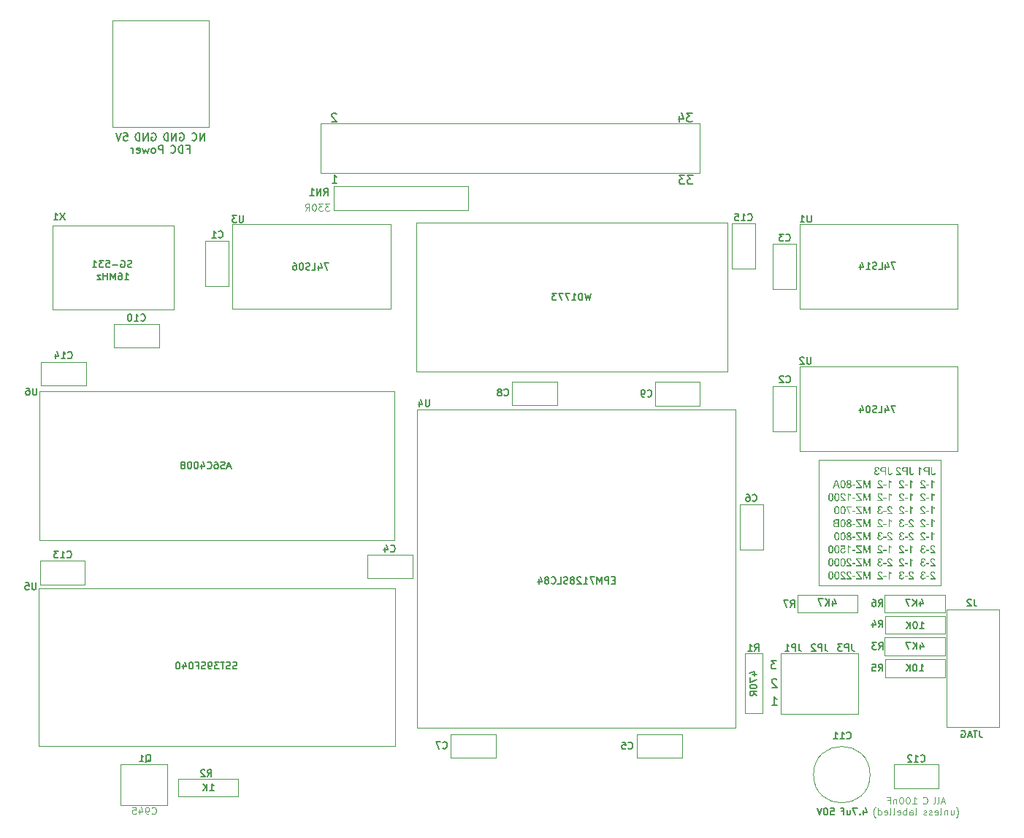
<source format=gbr>
G04 #@! TF.GenerationSoftware,KiCad,Pcbnew,(7.0.0-0)*
G04 #@! TF.CreationDate,2023-07-27T10:02:38+01:00*
G04 #@! TF.ProjectId,SFD700,53464437-3030-42e6-9b69-6361645f7063,rev?*
G04 #@! TF.SameCoordinates,Original*
G04 #@! TF.FileFunction,Legend,Bot*
G04 #@! TF.FilePolarity,Positive*
%FSLAX46Y46*%
G04 Gerber Fmt 4.6, Leading zero omitted, Abs format (unit mm)*
G04 Created by KiCad (PCBNEW (7.0.0-0)) date 2023-07-27 10:02:38*
%MOMM*%
%LPD*%
G01*
G04 APERTURE LIST*
%ADD10C,0.100000*%
%ADD11C,0.120000*%
%ADD12C,0.150000*%
%ADD13C,0.200000*%
G04 APERTURE END LIST*
D10*
X207807143Y-131702133D02*
X207426190Y-131702133D01*
X207883333Y-131930704D02*
X207616666Y-131130704D01*
X207616666Y-131130704D02*
X207350000Y-131930704D01*
X206969048Y-131930704D02*
X207045238Y-131892609D01*
X207045238Y-131892609D02*
X207083333Y-131816419D01*
X207083333Y-131816419D02*
X207083333Y-131130704D01*
X206550000Y-131930704D02*
X206626190Y-131892609D01*
X206626190Y-131892609D02*
X206664285Y-131816419D01*
X206664285Y-131816419D02*
X206664285Y-131130704D01*
X205308094Y-131854514D02*
X205346190Y-131892609D01*
X205346190Y-131892609D02*
X205460475Y-131930704D01*
X205460475Y-131930704D02*
X205536666Y-131930704D01*
X205536666Y-131930704D02*
X205650952Y-131892609D01*
X205650952Y-131892609D02*
X205727142Y-131816419D01*
X205727142Y-131816419D02*
X205765237Y-131740228D01*
X205765237Y-131740228D02*
X205803333Y-131587847D01*
X205803333Y-131587847D02*
X205803333Y-131473561D01*
X205803333Y-131473561D02*
X205765237Y-131321180D01*
X205765237Y-131321180D02*
X205727142Y-131244990D01*
X205727142Y-131244990D02*
X205650952Y-131168800D01*
X205650952Y-131168800D02*
X205536666Y-131130704D01*
X205536666Y-131130704D02*
X205460475Y-131130704D01*
X205460475Y-131130704D02*
X205346190Y-131168800D01*
X205346190Y-131168800D02*
X205308094Y-131206895D01*
X204066190Y-131930704D02*
X204523333Y-131930704D01*
X204294761Y-131930704D02*
X204294761Y-131130704D01*
X204294761Y-131130704D02*
X204370952Y-131244990D01*
X204370952Y-131244990D02*
X204447142Y-131321180D01*
X204447142Y-131321180D02*
X204523333Y-131359276D01*
X203570951Y-131130704D02*
X203494761Y-131130704D01*
X203494761Y-131130704D02*
X203418570Y-131168800D01*
X203418570Y-131168800D02*
X203380475Y-131206895D01*
X203380475Y-131206895D02*
X203342380Y-131283085D01*
X203342380Y-131283085D02*
X203304285Y-131435466D01*
X203304285Y-131435466D02*
X203304285Y-131625942D01*
X203304285Y-131625942D02*
X203342380Y-131778323D01*
X203342380Y-131778323D02*
X203380475Y-131854514D01*
X203380475Y-131854514D02*
X203418570Y-131892609D01*
X203418570Y-131892609D02*
X203494761Y-131930704D01*
X203494761Y-131930704D02*
X203570951Y-131930704D01*
X203570951Y-131930704D02*
X203647142Y-131892609D01*
X203647142Y-131892609D02*
X203685237Y-131854514D01*
X203685237Y-131854514D02*
X203723332Y-131778323D01*
X203723332Y-131778323D02*
X203761428Y-131625942D01*
X203761428Y-131625942D02*
X203761428Y-131435466D01*
X203761428Y-131435466D02*
X203723332Y-131283085D01*
X203723332Y-131283085D02*
X203685237Y-131206895D01*
X203685237Y-131206895D02*
X203647142Y-131168800D01*
X203647142Y-131168800D02*
X203570951Y-131130704D01*
X202809046Y-131130704D02*
X202732856Y-131130704D01*
X202732856Y-131130704D02*
X202656665Y-131168800D01*
X202656665Y-131168800D02*
X202618570Y-131206895D01*
X202618570Y-131206895D02*
X202580475Y-131283085D01*
X202580475Y-131283085D02*
X202542380Y-131435466D01*
X202542380Y-131435466D02*
X202542380Y-131625942D01*
X202542380Y-131625942D02*
X202580475Y-131778323D01*
X202580475Y-131778323D02*
X202618570Y-131854514D01*
X202618570Y-131854514D02*
X202656665Y-131892609D01*
X202656665Y-131892609D02*
X202732856Y-131930704D01*
X202732856Y-131930704D02*
X202809046Y-131930704D01*
X202809046Y-131930704D02*
X202885237Y-131892609D01*
X202885237Y-131892609D02*
X202923332Y-131854514D01*
X202923332Y-131854514D02*
X202961427Y-131778323D01*
X202961427Y-131778323D02*
X202999523Y-131625942D01*
X202999523Y-131625942D02*
X202999523Y-131435466D01*
X202999523Y-131435466D02*
X202961427Y-131283085D01*
X202961427Y-131283085D02*
X202923332Y-131206895D01*
X202923332Y-131206895D02*
X202885237Y-131168800D01*
X202885237Y-131168800D02*
X202809046Y-131130704D01*
X202199522Y-131397371D02*
X202199522Y-131930704D01*
X202199522Y-131473561D02*
X202161427Y-131435466D01*
X202161427Y-131435466D02*
X202085237Y-131397371D01*
X202085237Y-131397371D02*
X201970951Y-131397371D01*
X201970951Y-131397371D02*
X201894760Y-131435466D01*
X201894760Y-131435466D02*
X201856665Y-131511657D01*
X201856665Y-131511657D02*
X201856665Y-131930704D01*
X201209046Y-131511657D02*
X201475712Y-131511657D01*
X201475712Y-131930704D02*
X201475712Y-131130704D01*
X201475712Y-131130704D02*
X201094760Y-131130704D01*
X209148096Y-133531466D02*
X209186191Y-133493371D01*
X209186191Y-133493371D02*
X209262382Y-133379085D01*
X209262382Y-133379085D02*
X209300477Y-133302895D01*
X209300477Y-133302895D02*
X209338572Y-133188609D01*
X209338572Y-133188609D02*
X209376667Y-132998133D01*
X209376667Y-132998133D02*
X209376667Y-132845752D01*
X209376667Y-132845752D02*
X209338572Y-132655276D01*
X209338572Y-132655276D02*
X209300477Y-132540990D01*
X209300477Y-132540990D02*
X209262382Y-132464800D01*
X209262382Y-132464800D02*
X209186191Y-132350514D01*
X209186191Y-132350514D02*
X209148096Y-132312419D01*
X208500477Y-132693371D02*
X208500477Y-133226704D01*
X208843334Y-132693371D02*
X208843334Y-133112419D01*
X208843334Y-133112419D02*
X208805239Y-133188609D01*
X208805239Y-133188609D02*
X208729049Y-133226704D01*
X208729049Y-133226704D02*
X208614763Y-133226704D01*
X208614763Y-133226704D02*
X208538572Y-133188609D01*
X208538572Y-133188609D02*
X208500477Y-133150514D01*
X208119524Y-132693371D02*
X208119524Y-133226704D01*
X208119524Y-132769561D02*
X208081429Y-132731466D01*
X208081429Y-132731466D02*
X208005239Y-132693371D01*
X208005239Y-132693371D02*
X207890953Y-132693371D01*
X207890953Y-132693371D02*
X207814762Y-132731466D01*
X207814762Y-132731466D02*
X207776667Y-132807657D01*
X207776667Y-132807657D02*
X207776667Y-133226704D01*
X207281429Y-133226704D02*
X207357619Y-133188609D01*
X207357619Y-133188609D02*
X207395714Y-133112419D01*
X207395714Y-133112419D02*
X207395714Y-132426704D01*
X206671904Y-133188609D02*
X206748095Y-133226704D01*
X206748095Y-133226704D02*
X206900476Y-133226704D01*
X206900476Y-133226704D02*
X206976666Y-133188609D01*
X206976666Y-133188609D02*
X207014762Y-133112419D01*
X207014762Y-133112419D02*
X207014762Y-132807657D01*
X207014762Y-132807657D02*
X206976666Y-132731466D01*
X206976666Y-132731466D02*
X206900476Y-132693371D01*
X206900476Y-132693371D02*
X206748095Y-132693371D01*
X206748095Y-132693371D02*
X206671904Y-132731466D01*
X206671904Y-132731466D02*
X206633809Y-132807657D01*
X206633809Y-132807657D02*
X206633809Y-132883847D01*
X206633809Y-132883847D02*
X207014762Y-132960038D01*
X206329048Y-133188609D02*
X206252857Y-133226704D01*
X206252857Y-133226704D02*
X206100476Y-133226704D01*
X206100476Y-133226704D02*
X206024286Y-133188609D01*
X206024286Y-133188609D02*
X205986190Y-133112419D01*
X205986190Y-133112419D02*
X205986190Y-133074323D01*
X205986190Y-133074323D02*
X206024286Y-132998133D01*
X206024286Y-132998133D02*
X206100476Y-132960038D01*
X206100476Y-132960038D02*
X206214762Y-132960038D01*
X206214762Y-132960038D02*
X206290952Y-132921942D01*
X206290952Y-132921942D02*
X206329048Y-132845752D01*
X206329048Y-132845752D02*
X206329048Y-132807657D01*
X206329048Y-132807657D02*
X206290952Y-132731466D01*
X206290952Y-132731466D02*
X206214762Y-132693371D01*
X206214762Y-132693371D02*
X206100476Y-132693371D01*
X206100476Y-132693371D02*
X206024286Y-132731466D01*
X205681429Y-133188609D02*
X205605238Y-133226704D01*
X205605238Y-133226704D02*
X205452857Y-133226704D01*
X205452857Y-133226704D02*
X205376667Y-133188609D01*
X205376667Y-133188609D02*
X205338571Y-133112419D01*
X205338571Y-133112419D02*
X205338571Y-133074323D01*
X205338571Y-133074323D02*
X205376667Y-132998133D01*
X205376667Y-132998133D02*
X205452857Y-132960038D01*
X205452857Y-132960038D02*
X205567143Y-132960038D01*
X205567143Y-132960038D02*
X205643333Y-132921942D01*
X205643333Y-132921942D02*
X205681429Y-132845752D01*
X205681429Y-132845752D02*
X205681429Y-132807657D01*
X205681429Y-132807657D02*
X205643333Y-132731466D01*
X205643333Y-132731466D02*
X205567143Y-132693371D01*
X205567143Y-132693371D02*
X205452857Y-132693371D01*
X205452857Y-132693371D02*
X205376667Y-132731466D01*
X204401429Y-133226704D02*
X204477619Y-133188609D01*
X204477619Y-133188609D02*
X204515714Y-133112419D01*
X204515714Y-133112419D02*
X204515714Y-132426704D01*
X203753809Y-133226704D02*
X203753809Y-132807657D01*
X203753809Y-132807657D02*
X203791904Y-132731466D01*
X203791904Y-132731466D02*
X203868095Y-132693371D01*
X203868095Y-132693371D02*
X204020476Y-132693371D01*
X204020476Y-132693371D02*
X204096666Y-132731466D01*
X203753809Y-133188609D02*
X203830000Y-133226704D01*
X203830000Y-133226704D02*
X204020476Y-133226704D01*
X204020476Y-133226704D02*
X204096666Y-133188609D01*
X204096666Y-133188609D02*
X204134762Y-133112419D01*
X204134762Y-133112419D02*
X204134762Y-133036228D01*
X204134762Y-133036228D02*
X204096666Y-132960038D01*
X204096666Y-132960038D02*
X204020476Y-132921942D01*
X204020476Y-132921942D02*
X203830000Y-132921942D01*
X203830000Y-132921942D02*
X203753809Y-132883847D01*
X203372856Y-133226704D02*
X203372856Y-132426704D01*
X203372856Y-132731466D02*
X203296666Y-132693371D01*
X203296666Y-132693371D02*
X203144285Y-132693371D01*
X203144285Y-132693371D02*
X203068094Y-132731466D01*
X203068094Y-132731466D02*
X203029999Y-132769561D01*
X203029999Y-132769561D02*
X202991904Y-132845752D01*
X202991904Y-132845752D02*
X202991904Y-133074323D01*
X202991904Y-133074323D02*
X203029999Y-133150514D01*
X203029999Y-133150514D02*
X203068094Y-133188609D01*
X203068094Y-133188609D02*
X203144285Y-133226704D01*
X203144285Y-133226704D02*
X203296666Y-133226704D01*
X203296666Y-133226704D02*
X203372856Y-133188609D01*
X202344284Y-133188609D02*
X202420475Y-133226704D01*
X202420475Y-133226704D02*
X202572856Y-133226704D01*
X202572856Y-133226704D02*
X202649046Y-133188609D01*
X202649046Y-133188609D02*
X202687142Y-133112419D01*
X202687142Y-133112419D02*
X202687142Y-132807657D01*
X202687142Y-132807657D02*
X202649046Y-132731466D01*
X202649046Y-132731466D02*
X202572856Y-132693371D01*
X202572856Y-132693371D02*
X202420475Y-132693371D01*
X202420475Y-132693371D02*
X202344284Y-132731466D01*
X202344284Y-132731466D02*
X202306189Y-132807657D01*
X202306189Y-132807657D02*
X202306189Y-132883847D01*
X202306189Y-132883847D02*
X202687142Y-132960038D01*
X201849047Y-133226704D02*
X201925237Y-133188609D01*
X201925237Y-133188609D02*
X201963332Y-133112419D01*
X201963332Y-133112419D02*
X201963332Y-132426704D01*
X201429999Y-133226704D02*
X201506189Y-133188609D01*
X201506189Y-133188609D02*
X201544284Y-133112419D01*
X201544284Y-133112419D02*
X201544284Y-132426704D01*
X200820474Y-133188609D02*
X200896665Y-133226704D01*
X200896665Y-133226704D02*
X201049046Y-133226704D01*
X201049046Y-133226704D02*
X201125236Y-133188609D01*
X201125236Y-133188609D02*
X201163332Y-133112419D01*
X201163332Y-133112419D02*
X201163332Y-132807657D01*
X201163332Y-132807657D02*
X201125236Y-132731466D01*
X201125236Y-132731466D02*
X201049046Y-132693371D01*
X201049046Y-132693371D02*
X200896665Y-132693371D01*
X200896665Y-132693371D02*
X200820474Y-132731466D01*
X200820474Y-132731466D02*
X200782379Y-132807657D01*
X200782379Y-132807657D02*
X200782379Y-132883847D01*
X200782379Y-132883847D02*
X201163332Y-132960038D01*
X200096665Y-133226704D02*
X200096665Y-132426704D01*
X200096665Y-133188609D02*
X200172856Y-133226704D01*
X200172856Y-133226704D02*
X200325237Y-133226704D01*
X200325237Y-133226704D02*
X200401427Y-133188609D01*
X200401427Y-133188609D02*
X200439522Y-133150514D01*
X200439522Y-133150514D02*
X200477618Y-133074323D01*
X200477618Y-133074323D02*
X200477618Y-132845752D01*
X200477618Y-132845752D02*
X200439522Y-132769561D01*
X200439522Y-132769561D02*
X200401427Y-132731466D01*
X200401427Y-132731466D02*
X200325237Y-132693371D01*
X200325237Y-132693371D02*
X200172856Y-132693371D01*
X200172856Y-132693371D02*
X200096665Y-132731466D01*
X199791903Y-133531466D02*
X199753808Y-133493371D01*
X199753808Y-133493371D02*
X199677617Y-133379085D01*
X199677617Y-133379085D02*
X199639522Y-133302895D01*
X199639522Y-133302895D02*
X199601427Y-133188609D01*
X199601427Y-133188609D02*
X199563331Y-132998133D01*
X199563331Y-132998133D02*
X199563331Y-132845752D01*
X199563331Y-132845752D02*
X199601427Y-132655276D01*
X199601427Y-132655276D02*
X199639522Y-132540990D01*
X199639522Y-132540990D02*
X199677617Y-132464800D01*
X199677617Y-132464800D02*
X199753808Y-132350514D01*
X199753808Y-132350514D02*
X199791903Y-132312419D01*
D11*
X199162089Y-128549400D02*
G75*
G03*
X199162089Y-128549400I-3277289J0D01*
G01*
D12*
X137325123Y-51938219D02*
X137277504Y-51890600D01*
X137277504Y-51890600D02*
X137182266Y-51842980D01*
X137182266Y-51842980D02*
X136944171Y-51842980D01*
X136944171Y-51842980D02*
X136848933Y-51890600D01*
X136848933Y-51890600D02*
X136801314Y-51938219D01*
X136801314Y-51938219D02*
X136753695Y-52033457D01*
X136753695Y-52033457D02*
X136753695Y-52128695D01*
X136753695Y-52128695D02*
X136801314Y-52271552D01*
X136801314Y-52271552D02*
X137372742Y-52842980D01*
X137372742Y-52842980D02*
X136753695Y-52842980D01*
X178546142Y-51817580D02*
X177927095Y-51817580D01*
X177927095Y-51817580D02*
X178260428Y-52198533D01*
X178260428Y-52198533D02*
X178117571Y-52198533D01*
X178117571Y-52198533D02*
X178022333Y-52246152D01*
X178022333Y-52246152D02*
X177974714Y-52293771D01*
X177974714Y-52293771D02*
X177927095Y-52389009D01*
X177927095Y-52389009D02*
X177927095Y-52627104D01*
X177927095Y-52627104D02*
X177974714Y-52722342D01*
X177974714Y-52722342D02*
X178022333Y-52769961D01*
X178022333Y-52769961D02*
X178117571Y-52817580D01*
X178117571Y-52817580D02*
X178403285Y-52817580D01*
X178403285Y-52817580D02*
X178498523Y-52769961D01*
X178498523Y-52769961D02*
X178546142Y-52722342D01*
X177069952Y-52150914D02*
X177069952Y-52817580D01*
X177308047Y-51769961D02*
X177546142Y-52484247D01*
X177546142Y-52484247D02*
X176927095Y-52484247D01*
X178622342Y-59056580D02*
X178003295Y-59056580D01*
X178003295Y-59056580D02*
X178336628Y-59437533D01*
X178336628Y-59437533D02*
X178193771Y-59437533D01*
X178193771Y-59437533D02*
X178098533Y-59485152D01*
X178098533Y-59485152D02*
X178050914Y-59532771D01*
X178050914Y-59532771D02*
X178003295Y-59628009D01*
X178003295Y-59628009D02*
X178003295Y-59866104D01*
X178003295Y-59866104D02*
X178050914Y-59961342D01*
X178050914Y-59961342D02*
X178098533Y-60008961D01*
X178098533Y-60008961D02*
X178193771Y-60056580D01*
X178193771Y-60056580D02*
X178479485Y-60056580D01*
X178479485Y-60056580D02*
X178574723Y-60008961D01*
X178574723Y-60008961D02*
X178622342Y-59961342D01*
X177669961Y-59056580D02*
X177050914Y-59056580D01*
X177050914Y-59056580D02*
X177384247Y-59437533D01*
X177384247Y-59437533D02*
X177241390Y-59437533D01*
X177241390Y-59437533D02*
X177146152Y-59485152D01*
X177146152Y-59485152D02*
X177098533Y-59532771D01*
X177098533Y-59532771D02*
X177050914Y-59628009D01*
X177050914Y-59628009D02*
X177050914Y-59866104D01*
X177050914Y-59866104D02*
X177098533Y-59961342D01*
X177098533Y-59961342D02*
X177146152Y-60008961D01*
X177146152Y-60008961D02*
X177241390Y-60056580D01*
X177241390Y-60056580D02*
X177527104Y-60056580D01*
X177527104Y-60056580D02*
X177622342Y-60008961D01*
X177622342Y-60008961D02*
X177669961Y-59961342D01*
X136804495Y-59954980D02*
X137375923Y-59954980D01*
X137090209Y-59954980D02*
X137090209Y-58954980D01*
X137090209Y-58954980D02*
X137185447Y-59097838D01*
X137185447Y-59097838D02*
X137280685Y-59193076D01*
X137280685Y-59193076D02*
X137375923Y-59240695D01*
D11*
X135483600Y-53035200D02*
X179374800Y-53035200D01*
X179374800Y-53035200D02*
X179374800Y-58801000D01*
X179374800Y-58801000D02*
X135483600Y-58801000D01*
X135483600Y-58801000D02*
X135483600Y-53035200D01*
X111302800Y-41071800D02*
X122478800Y-41071800D01*
X122478800Y-41071800D02*
X122478800Y-53390800D01*
X122478800Y-53390800D02*
X111302800Y-53390800D01*
X111302800Y-53390800D02*
X111302800Y-41071800D01*
D13*
X122015885Y-55013542D02*
X122015885Y-54113542D01*
X122015885Y-54113542D02*
X121501599Y-55013542D01*
X121501599Y-55013542D02*
X121501599Y-54113542D01*
X120558742Y-54927828D02*
X120601599Y-54970685D01*
X120601599Y-54970685D02*
X120730171Y-55013542D01*
X120730171Y-55013542D02*
X120815885Y-55013542D01*
X120815885Y-55013542D02*
X120944456Y-54970685D01*
X120944456Y-54970685D02*
X121030171Y-54884971D01*
X121030171Y-54884971D02*
X121073028Y-54799257D01*
X121073028Y-54799257D02*
X121115885Y-54627828D01*
X121115885Y-54627828D02*
X121115885Y-54499257D01*
X121115885Y-54499257D02*
X121073028Y-54327828D01*
X121073028Y-54327828D02*
X121030171Y-54242114D01*
X121030171Y-54242114D02*
X120944456Y-54156400D01*
X120944456Y-54156400D02*
X120815885Y-54113542D01*
X120815885Y-54113542D02*
X120730171Y-54113542D01*
X120730171Y-54113542D02*
X120601599Y-54156400D01*
X120601599Y-54156400D02*
X120558742Y-54199257D01*
X119161599Y-54156400D02*
X119247314Y-54113542D01*
X119247314Y-54113542D02*
X119375885Y-54113542D01*
X119375885Y-54113542D02*
X119504456Y-54156400D01*
X119504456Y-54156400D02*
X119590171Y-54242114D01*
X119590171Y-54242114D02*
X119633028Y-54327828D01*
X119633028Y-54327828D02*
X119675885Y-54499257D01*
X119675885Y-54499257D02*
X119675885Y-54627828D01*
X119675885Y-54627828D02*
X119633028Y-54799257D01*
X119633028Y-54799257D02*
X119590171Y-54884971D01*
X119590171Y-54884971D02*
X119504456Y-54970685D01*
X119504456Y-54970685D02*
X119375885Y-55013542D01*
X119375885Y-55013542D02*
X119290171Y-55013542D01*
X119290171Y-55013542D02*
X119161599Y-54970685D01*
X119161599Y-54970685D02*
X119118742Y-54927828D01*
X119118742Y-54927828D02*
X119118742Y-54627828D01*
X119118742Y-54627828D02*
X119290171Y-54627828D01*
X118733028Y-55013542D02*
X118733028Y-54113542D01*
X118733028Y-54113542D02*
X118218742Y-55013542D01*
X118218742Y-55013542D02*
X118218742Y-54113542D01*
X117790171Y-55013542D02*
X117790171Y-54113542D01*
X117790171Y-54113542D02*
X117575885Y-54113542D01*
X117575885Y-54113542D02*
X117447314Y-54156400D01*
X117447314Y-54156400D02*
X117361599Y-54242114D01*
X117361599Y-54242114D02*
X117318742Y-54327828D01*
X117318742Y-54327828D02*
X117275885Y-54499257D01*
X117275885Y-54499257D02*
X117275885Y-54627828D01*
X117275885Y-54627828D02*
X117318742Y-54799257D01*
X117318742Y-54799257D02*
X117361599Y-54884971D01*
X117361599Y-54884971D02*
X117447314Y-54970685D01*
X117447314Y-54970685D02*
X117575885Y-55013542D01*
X117575885Y-55013542D02*
X117790171Y-55013542D01*
X115878742Y-54156400D02*
X115964457Y-54113542D01*
X115964457Y-54113542D02*
X116093028Y-54113542D01*
X116093028Y-54113542D02*
X116221599Y-54156400D01*
X116221599Y-54156400D02*
X116307314Y-54242114D01*
X116307314Y-54242114D02*
X116350171Y-54327828D01*
X116350171Y-54327828D02*
X116393028Y-54499257D01*
X116393028Y-54499257D02*
X116393028Y-54627828D01*
X116393028Y-54627828D02*
X116350171Y-54799257D01*
X116350171Y-54799257D02*
X116307314Y-54884971D01*
X116307314Y-54884971D02*
X116221599Y-54970685D01*
X116221599Y-54970685D02*
X116093028Y-55013542D01*
X116093028Y-55013542D02*
X116007314Y-55013542D01*
X116007314Y-55013542D02*
X115878742Y-54970685D01*
X115878742Y-54970685D02*
X115835885Y-54927828D01*
X115835885Y-54927828D02*
X115835885Y-54627828D01*
X115835885Y-54627828D02*
X116007314Y-54627828D01*
X115450171Y-55013542D02*
X115450171Y-54113542D01*
X115450171Y-54113542D02*
X114935885Y-55013542D01*
X114935885Y-55013542D02*
X114935885Y-54113542D01*
X114507314Y-55013542D02*
X114507314Y-54113542D01*
X114507314Y-54113542D02*
X114293028Y-54113542D01*
X114293028Y-54113542D02*
X114164457Y-54156400D01*
X114164457Y-54156400D02*
X114078742Y-54242114D01*
X114078742Y-54242114D02*
X114035885Y-54327828D01*
X114035885Y-54327828D02*
X113993028Y-54499257D01*
X113993028Y-54499257D02*
X113993028Y-54627828D01*
X113993028Y-54627828D02*
X114035885Y-54799257D01*
X114035885Y-54799257D02*
X114078742Y-54884971D01*
X114078742Y-54884971D02*
X114164457Y-54970685D01*
X114164457Y-54970685D02*
X114293028Y-55013542D01*
X114293028Y-55013542D02*
X114507314Y-55013542D01*
X112638742Y-54113542D02*
X113067314Y-54113542D01*
X113067314Y-54113542D02*
X113110171Y-54542114D01*
X113110171Y-54542114D02*
X113067314Y-54499257D01*
X113067314Y-54499257D02*
X112981600Y-54456400D01*
X112981600Y-54456400D02*
X112767314Y-54456400D01*
X112767314Y-54456400D02*
X112681600Y-54499257D01*
X112681600Y-54499257D02*
X112638742Y-54542114D01*
X112638742Y-54542114D02*
X112595885Y-54627828D01*
X112595885Y-54627828D02*
X112595885Y-54842114D01*
X112595885Y-54842114D02*
X112638742Y-54927828D01*
X112638742Y-54927828D02*
X112681600Y-54970685D01*
X112681600Y-54970685D02*
X112767314Y-55013542D01*
X112767314Y-55013542D02*
X112981600Y-55013542D01*
X112981600Y-55013542D02*
X113067314Y-54970685D01*
X113067314Y-54970685D02*
X113110171Y-54927828D01*
X112338742Y-54113542D02*
X112038742Y-55013542D01*
X112038742Y-55013542D02*
X111738742Y-54113542D01*
X119975886Y-56000114D02*
X120275886Y-56000114D01*
X120275886Y-56471542D02*
X120275886Y-55571542D01*
X120275886Y-55571542D02*
X119847314Y-55571542D01*
X119504457Y-56471542D02*
X119504457Y-55571542D01*
X119504457Y-55571542D02*
X119290171Y-55571542D01*
X119290171Y-55571542D02*
X119161600Y-55614400D01*
X119161600Y-55614400D02*
X119075885Y-55700114D01*
X119075885Y-55700114D02*
X119033028Y-55785828D01*
X119033028Y-55785828D02*
X118990171Y-55957257D01*
X118990171Y-55957257D02*
X118990171Y-56085828D01*
X118990171Y-56085828D02*
X119033028Y-56257257D01*
X119033028Y-56257257D02*
X119075885Y-56342971D01*
X119075885Y-56342971D02*
X119161600Y-56428685D01*
X119161600Y-56428685D02*
X119290171Y-56471542D01*
X119290171Y-56471542D02*
X119504457Y-56471542D01*
X118090171Y-56385828D02*
X118133028Y-56428685D01*
X118133028Y-56428685D02*
X118261600Y-56471542D01*
X118261600Y-56471542D02*
X118347314Y-56471542D01*
X118347314Y-56471542D02*
X118475885Y-56428685D01*
X118475885Y-56428685D02*
X118561600Y-56342971D01*
X118561600Y-56342971D02*
X118604457Y-56257257D01*
X118604457Y-56257257D02*
X118647314Y-56085828D01*
X118647314Y-56085828D02*
X118647314Y-55957257D01*
X118647314Y-55957257D02*
X118604457Y-55785828D01*
X118604457Y-55785828D02*
X118561600Y-55700114D01*
X118561600Y-55700114D02*
X118475885Y-55614400D01*
X118475885Y-55614400D02*
X118347314Y-55571542D01*
X118347314Y-55571542D02*
X118261600Y-55571542D01*
X118261600Y-55571542D02*
X118133028Y-55614400D01*
X118133028Y-55614400D02*
X118090171Y-55657257D01*
X117164457Y-56471542D02*
X117164457Y-55571542D01*
X117164457Y-55571542D02*
X116821600Y-55571542D01*
X116821600Y-55571542D02*
X116735885Y-55614400D01*
X116735885Y-55614400D02*
X116693028Y-55657257D01*
X116693028Y-55657257D02*
X116650171Y-55742971D01*
X116650171Y-55742971D02*
X116650171Y-55871542D01*
X116650171Y-55871542D02*
X116693028Y-55957257D01*
X116693028Y-55957257D02*
X116735885Y-56000114D01*
X116735885Y-56000114D02*
X116821600Y-56042971D01*
X116821600Y-56042971D02*
X117164457Y-56042971D01*
X116135885Y-56471542D02*
X116221600Y-56428685D01*
X116221600Y-56428685D02*
X116264457Y-56385828D01*
X116264457Y-56385828D02*
X116307314Y-56300114D01*
X116307314Y-56300114D02*
X116307314Y-56042971D01*
X116307314Y-56042971D02*
X116264457Y-55957257D01*
X116264457Y-55957257D02*
X116221600Y-55914400D01*
X116221600Y-55914400D02*
X116135885Y-55871542D01*
X116135885Y-55871542D02*
X116007314Y-55871542D01*
X116007314Y-55871542D02*
X115921600Y-55914400D01*
X115921600Y-55914400D02*
X115878743Y-55957257D01*
X115878743Y-55957257D02*
X115835885Y-56042971D01*
X115835885Y-56042971D02*
X115835885Y-56300114D01*
X115835885Y-56300114D02*
X115878743Y-56385828D01*
X115878743Y-56385828D02*
X115921600Y-56428685D01*
X115921600Y-56428685D02*
X116007314Y-56471542D01*
X116007314Y-56471542D02*
X116135885Y-56471542D01*
X115535885Y-55871542D02*
X115364457Y-56471542D01*
X115364457Y-56471542D02*
X115193028Y-56042971D01*
X115193028Y-56042971D02*
X115021599Y-56471542D01*
X115021599Y-56471542D02*
X114850171Y-55871542D01*
X114164457Y-56428685D02*
X114250171Y-56471542D01*
X114250171Y-56471542D02*
X114421600Y-56471542D01*
X114421600Y-56471542D02*
X114507314Y-56428685D01*
X114507314Y-56428685D02*
X114550171Y-56342971D01*
X114550171Y-56342971D02*
X114550171Y-56000114D01*
X114550171Y-56000114D02*
X114507314Y-55914400D01*
X114507314Y-55914400D02*
X114421600Y-55871542D01*
X114421600Y-55871542D02*
X114250171Y-55871542D01*
X114250171Y-55871542D02*
X114164457Y-55914400D01*
X114164457Y-55914400D02*
X114121600Y-56000114D01*
X114121600Y-56000114D02*
X114121600Y-56085828D01*
X114121600Y-56085828D02*
X114550171Y-56171542D01*
X113735885Y-56471542D02*
X113735885Y-55871542D01*
X113735885Y-56042971D02*
X113693028Y-55957257D01*
X113693028Y-55957257D02*
X113650171Y-55914400D01*
X113650171Y-55914400D02*
X113564456Y-55871542D01*
X113564456Y-55871542D02*
X113478742Y-55871542D01*
D11*
X172135800Y-123850400D02*
X177368200Y-123850400D01*
X177368200Y-123850400D02*
X177368200Y-126568200D01*
X177368200Y-126568200D02*
X172135800Y-126568200D01*
X172135800Y-126568200D02*
X172135800Y-123850400D01*
X150571200Y-123850400D02*
X155803600Y-123850400D01*
X155803600Y-123850400D02*
X155803600Y-126593600D01*
X155803600Y-126593600D02*
X150571200Y-126593600D01*
X150571200Y-126593600D02*
X150571200Y-123850400D01*
X174218600Y-83007200D02*
X179451000Y-83007200D01*
X179451000Y-83007200D02*
X179451000Y-85750400D01*
X179451000Y-85750400D02*
X174218600Y-85750400D01*
X174218600Y-85750400D02*
X174218600Y-83007200D01*
X157683200Y-82956400D02*
X162915600Y-82956400D01*
X162915600Y-82956400D02*
X162915600Y-85699600D01*
X162915600Y-85699600D02*
X157683200Y-85699600D01*
X157683200Y-85699600D02*
X157683200Y-82956400D01*
X140868400Y-103022400D02*
X146100800Y-103022400D01*
X146100800Y-103022400D02*
X146100800Y-105765600D01*
X146100800Y-105765600D02*
X140868400Y-105765600D01*
X140868400Y-105765600D02*
X140868400Y-103022400D01*
X190779400Y-107670600D02*
X197739000Y-107670600D01*
X197739000Y-107670600D02*
X197739000Y-109753400D01*
X197739000Y-109753400D02*
X190779400Y-109753400D01*
X190779400Y-109753400D02*
X190779400Y-107670600D01*
X184048400Y-97180400D02*
X186791600Y-97180400D01*
X186791600Y-97180400D02*
X186791600Y-102412800D01*
X186791600Y-102412800D02*
X184048400Y-102412800D01*
X184048400Y-102412800D02*
X184048400Y-97180400D01*
X187858400Y-83515200D02*
X190601600Y-83515200D01*
X190601600Y-83515200D02*
X190601600Y-88747600D01*
X190601600Y-88747600D02*
X187858400Y-88747600D01*
X187858400Y-88747600D02*
X187858400Y-83515200D01*
X187858400Y-67005200D02*
X190601600Y-67005200D01*
X190601600Y-67005200D02*
X190601600Y-72237600D01*
X190601600Y-72237600D02*
X187858400Y-72237600D01*
X187858400Y-72237600D02*
X187858400Y-67005200D01*
X183134000Y-64617600D02*
X185877200Y-64617600D01*
X185877200Y-64617600D02*
X185877200Y-69824600D01*
X185877200Y-69824600D02*
X183134000Y-69824600D01*
X183134000Y-69824600D02*
X183134000Y-64617600D01*
X137007600Y-60325000D02*
X152577800Y-60325000D01*
X152577800Y-60325000D02*
X152577800Y-63119000D01*
X152577800Y-63119000D02*
X137007600Y-63119000D01*
X137007600Y-63119000D02*
X137007600Y-60325000D01*
X122097800Y-66649600D02*
X124841000Y-66649600D01*
X124841000Y-66649600D02*
X124841000Y-71882000D01*
X124841000Y-71882000D02*
X122097800Y-71882000D01*
X122097800Y-71882000D02*
X122097800Y-66649600D01*
X111531400Y-76276200D02*
X116763800Y-76276200D01*
X116763800Y-76276200D02*
X116763800Y-78994000D01*
X116763800Y-78994000D02*
X111531400Y-78994000D01*
X111531400Y-78994000D02*
X111531400Y-76276200D01*
X103047800Y-80670400D02*
X108280200Y-80670400D01*
X108280200Y-80670400D02*
X108280200Y-83413600D01*
X108280200Y-83413600D02*
X103047800Y-83413600D01*
X103047800Y-83413600D02*
X103047800Y-80670400D01*
X102946200Y-103733600D02*
X108153200Y-103733600D01*
X108153200Y-103733600D02*
X108153200Y-106476800D01*
X108153200Y-106476800D02*
X102946200Y-106476800D01*
X102946200Y-106476800D02*
X102946200Y-103733600D01*
X118948200Y-129006600D02*
X125907800Y-129006600D01*
X125907800Y-129006600D02*
X125907800Y-131089400D01*
X125907800Y-131089400D02*
X118948200Y-131089400D01*
X118948200Y-131089400D02*
X118948200Y-129006600D01*
X112293400Y-127330200D02*
X117729000Y-127330200D01*
X117729000Y-127330200D02*
X117729000Y-132054600D01*
X117729000Y-132054600D02*
X112293400Y-132054600D01*
X112293400Y-132054600D02*
X112293400Y-127330200D01*
X200863200Y-107670600D02*
X207848200Y-107670600D01*
X207848200Y-107670600D02*
X207848200Y-109753400D01*
X207848200Y-109753400D02*
X200863200Y-109753400D01*
X200863200Y-109753400D02*
X200863200Y-107670600D01*
X200888600Y-110134400D02*
X207873600Y-110134400D01*
X207873600Y-110134400D02*
X207873600Y-112191800D01*
X207873600Y-112191800D02*
X200888600Y-112191800D01*
X200888600Y-112191800D02*
X200888600Y-110134400D01*
X200863200Y-112649000D02*
X207873600Y-112649000D01*
X207873600Y-112649000D02*
X207873600Y-114706400D01*
X207873600Y-114706400D02*
X200863200Y-114706400D01*
X200863200Y-114706400D02*
X200863200Y-112649000D01*
X200914000Y-115189000D02*
X207873600Y-115189000D01*
X207873600Y-115189000D02*
X207873600Y-117297200D01*
X207873600Y-117297200D02*
X200914000Y-117297200D01*
X200914000Y-117297200D02*
X200914000Y-115189000D01*
D13*
X187782295Y-120494380D02*
X188353723Y-120494380D01*
X188068009Y-120494380D02*
X188068009Y-119494380D01*
X188068009Y-119494380D02*
X188163247Y-119637238D01*
X188163247Y-119637238D02*
X188258485Y-119732476D01*
X188258485Y-119732476D02*
X188353723Y-119780095D01*
X188328323Y-117521019D02*
X188280704Y-117473400D01*
X188280704Y-117473400D02*
X188185466Y-117425780D01*
X188185466Y-117425780D02*
X187947371Y-117425780D01*
X187947371Y-117425780D02*
X187852133Y-117473400D01*
X187852133Y-117473400D02*
X187804514Y-117521019D01*
X187804514Y-117521019D02*
X187756895Y-117616257D01*
X187756895Y-117616257D02*
X187756895Y-117711495D01*
X187756895Y-117711495D02*
X187804514Y-117854352D01*
X187804514Y-117854352D02*
X188375942Y-118425780D01*
X188375942Y-118425780D02*
X187756895Y-118425780D01*
X188299742Y-115292180D02*
X187680695Y-115292180D01*
X187680695Y-115292180D02*
X188014028Y-115673133D01*
X188014028Y-115673133D02*
X187871171Y-115673133D01*
X187871171Y-115673133D02*
X187775933Y-115720752D01*
X187775933Y-115720752D02*
X187728314Y-115768371D01*
X187728314Y-115768371D02*
X187680695Y-115863609D01*
X187680695Y-115863609D02*
X187680695Y-116101704D01*
X187680695Y-116101704D02*
X187728314Y-116196942D01*
X187728314Y-116196942D02*
X187775933Y-116244561D01*
X187775933Y-116244561D02*
X187871171Y-116292180D01*
X187871171Y-116292180D02*
X188156885Y-116292180D01*
X188156885Y-116292180D02*
X188252123Y-116244561D01*
X188252123Y-116244561D02*
X188299742Y-116196942D01*
D11*
X184632600Y-114477800D02*
X186715400Y-114477800D01*
X186715400Y-114477800D02*
X186715400Y-121437400D01*
X186715400Y-121437400D02*
X184632600Y-121437400D01*
X184632600Y-121437400D02*
X184632600Y-114477800D01*
X201904600Y-127381000D02*
X207137000Y-127381000D01*
X207137000Y-127381000D02*
X207137000Y-130149600D01*
X207137000Y-130149600D02*
X201904600Y-130149600D01*
X201904600Y-130149600D02*
X201904600Y-127381000D01*
X193217800Y-106603800D02*
X207391000Y-106603800D01*
X207391000Y-106603800D02*
X207391000Y-92075000D01*
X207391000Y-92075000D02*
X193217800Y-92075000D01*
X193217800Y-92075000D02*
X193217800Y-106603800D01*
D12*
G36*
X206235590Y-93500124D02*
G01*
X206235655Y-93510512D01*
X206235849Y-93520712D01*
X206236173Y-93530723D01*
X206236627Y-93540546D01*
X206237211Y-93550181D01*
X206237924Y-93559627D01*
X206238767Y-93568884D01*
X206239739Y-93577953D01*
X206240841Y-93586834D01*
X206243434Y-93604029D01*
X206246546Y-93620471D01*
X206250177Y-93636159D01*
X206254326Y-93651093D01*
X206258993Y-93665273D01*
X206264180Y-93678699D01*
X206269885Y-93691371D01*
X206276108Y-93703290D01*
X206282851Y-93714454D01*
X206290111Y-93724864D01*
X206297891Y-93734521D01*
X206301975Y-93739066D01*
X206310490Y-93747664D01*
X206319492Y-93755707D01*
X206328982Y-93763196D01*
X206338960Y-93770130D01*
X206349425Y-93776509D01*
X206360378Y-93782333D01*
X206371819Y-93787603D01*
X206383748Y-93792318D01*
X206396164Y-93796478D01*
X206409068Y-93800083D01*
X206422460Y-93803134D01*
X206436339Y-93805630D01*
X206450707Y-93807572D01*
X206465561Y-93808958D01*
X206480904Y-93809791D01*
X206496734Y-93810068D01*
X206510974Y-93809798D01*
X206524840Y-93808989D01*
X206538334Y-93807641D01*
X206551456Y-93805754D01*
X206564204Y-93803327D01*
X206576580Y-93800362D01*
X206588583Y-93796856D01*
X206600214Y-93792812D01*
X206611472Y-93788229D01*
X206622357Y-93783106D01*
X206632870Y-93777444D01*
X206643010Y-93771242D01*
X206652777Y-93764502D01*
X206662172Y-93757222D01*
X206671194Y-93749403D01*
X206679843Y-93741045D01*
X206688015Y-93732246D01*
X206695660Y-93723106D01*
X206702777Y-93713623D01*
X206709368Y-93703799D01*
X206715431Y-93693634D01*
X206720967Y-93683126D01*
X206725975Y-93672277D01*
X206730457Y-93661086D01*
X206734411Y-93649553D01*
X206737838Y-93637679D01*
X206740737Y-93625462D01*
X206743110Y-93612904D01*
X206744955Y-93600005D01*
X206746273Y-93586763D01*
X206747064Y-93573180D01*
X206747328Y-93559255D01*
X206747328Y-93528700D01*
X206612799Y-93528700D01*
X206612685Y-93538221D01*
X206612345Y-93547440D01*
X206611779Y-93556356D01*
X206609965Y-93573282D01*
X206607245Y-93588999D01*
X206603618Y-93603507D01*
X206599084Y-93616806D01*
X206593644Y-93628896D01*
X206587296Y-93639777D01*
X206580042Y-93649449D01*
X206571881Y-93657912D01*
X206562814Y-93665166D01*
X206552840Y-93671211D01*
X206541959Y-93676047D01*
X206530171Y-93679674D01*
X206517476Y-93682092D01*
X206503875Y-93683301D01*
X206496734Y-93683452D01*
X206485410Y-93683155D01*
X206474599Y-93682262D01*
X206464302Y-93680775D01*
X206454519Y-93678692D01*
X206445250Y-93676014D01*
X206436495Y-93672741D01*
X206428253Y-93668874D01*
X206420526Y-93664411D01*
X206413313Y-93659353D01*
X206404494Y-93651683D01*
X206402432Y-93649600D01*
X206396579Y-93642552D01*
X206391301Y-93634101D01*
X206386600Y-93624247D01*
X206382473Y-93612990D01*
X206378923Y-93600331D01*
X206376876Y-93591112D01*
X206375085Y-93581270D01*
X206373550Y-93570805D01*
X206372270Y-93559716D01*
X206371247Y-93548004D01*
X206370479Y-93535668D01*
X206369967Y-93522709D01*
X206369711Y-93509127D01*
X206369679Y-93502102D01*
X206369679Y-92881554D01*
X206235590Y-92881554D01*
X206235590Y-93500124D01*
G37*
G36*
X206050503Y-93796000D02*
G01*
X205916413Y-93796000D01*
X205916413Y-93430221D01*
X205695276Y-93430221D01*
X205684883Y-93430151D01*
X205674643Y-93429941D01*
X205664555Y-93429592D01*
X205654620Y-93429102D01*
X205644837Y-93428472D01*
X205635206Y-93427702D01*
X205625728Y-93426792D01*
X205616402Y-93425743D01*
X205607229Y-93424553D01*
X205598208Y-93423223D01*
X205589340Y-93421754D01*
X205580623Y-93420144D01*
X205563648Y-93416505D01*
X205547283Y-93412306D01*
X205531527Y-93407547D01*
X205516381Y-93402229D01*
X205501845Y-93396350D01*
X205487918Y-93389912D01*
X205474601Y-93382914D01*
X205461894Y-93375356D01*
X205449796Y-93367238D01*
X205438308Y-93358561D01*
X205427474Y-93349317D01*
X205417339Y-93339557D01*
X205407904Y-93329279D01*
X205399167Y-93318485D01*
X205391129Y-93307174D01*
X205383790Y-93295346D01*
X205377150Y-93283001D01*
X205371208Y-93270139D01*
X205365966Y-93256760D01*
X205361423Y-93242864D01*
X205357579Y-93228451D01*
X205354434Y-93213522D01*
X205351987Y-93198075D01*
X205350240Y-93182112D01*
X205349191Y-93165631D01*
X205348919Y-93152371D01*
X205487328Y-93152371D01*
X205487511Y-93161413D01*
X205488476Y-93174472D01*
X205490268Y-93186923D01*
X205492886Y-93198769D01*
X205496332Y-93210007D01*
X205500604Y-93220639D01*
X205505703Y-93230664D01*
X205511629Y-93240082D01*
X205518382Y-93248894D01*
X205525962Y-93257099D01*
X205534369Y-93264698D01*
X205540480Y-93269410D01*
X205550616Y-93275907D01*
X205561915Y-93281720D01*
X205570094Y-93285216D01*
X205578789Y-93288408D01*
X205588002Y-93291295D01*
X205597731Y-93293879D01*
X205607978Y-93296159D01*
X205618741Y-93298134D01*
X205630022Y-93299806D01*
X205641819Y-93301174D01*
X205654133Y-93302238D01*
X205666964Y-93302998D01*
X205680312Y-93303454D01*
X205694177Y-93303606D01*
X205916413Y-93303606D01*
X205916413Y-93008170D01*
X205696595Y-93008170D01*
X205691782Y-93008180D01*
X205682376Y-93008259D01*
X205673264Y-93008417D01*
X205664445Y-93008654D01*
X205651768Y-93009157D01*
X205639752Y-93009839D01*
X205628396Y-93010698D01*
X205617701Y-93011735D01*
X205607667Y-93012949D01*
X205598294Y-93014341D01*
X205589581Y-93015912D01*
X205578992Y-93018281D01*
X205569213Y-93021187D01*
X205559881Y-93024958D01*
X205550996Y-93029595D01*
X205542557Y-93035098D01*
X205534565Y-93041465D01*
X205527019Y-93048699D01*
X205519919Y-93056798D01*
X205513266Y-93065762D01*
X205510125Y-93070506D01*
X205504451Y-93080260D01*
X205499588Y-93090372D01*
X205495535Y-93100840D01*
X205492292Y-93111667D01*
X205489861Y-93122850D01*
X205488240Y-93134390D01*
X205487556Y-93143280D01*
X205487328Y-93152371D01*
X205348919Y-93152371D01*
X205348842Y-93148634D01*
X205349019Y-93137954D01*
X205349549Y-93127401D01*
X205350434Y-93116975D01*
X205351672Y-93106676D01*
X205353264Y-93096504D01*
X205355210Y-93086460D01*
X205357509Y-93076542D01*
X205360163Y-93066751D01*
X205363170Y-93057088D01*
X205366530Y-93047552D01*
X205370245Y-93038142D01*
X205374313Y-93028860D01*
X205378736Y-93019705D01*
X205383511Y-93010677D01*
X205388641Y-93001776D01*
X205394125Y-92993002D01*
X205399882Y-92984457D01*
X205405888Y-92976296D01*
X205412144Y-92968520D01*
X205418648Y-92961129D01*
X205425401Y-92954122D01*
X205432404Y-92947500D01*
X205439655Y-92941262D01*
X205447156Y-92935410D01*
X205454905Y-92929942D01*
X205462904Y-92924859D01*
X205471151Y-92920160D01*
X205479648Y-92915846D01*
X205488393Y-92911917D01*
X205497388Y-92908372D01*
X205506631Y-92905212D01*
X205516124Y-92902437D01*
X205525878Y-92899908D01*
X205535908Y-92897543D01*
X205546212Y-92895340D01*
X205556790Y-92893301D01*
X205567644Y-92891425D01*
X205578772Y-92889712D01*
X205590175Y-92888162D01*
X205601853Y-92886775D01*
X205613806Y-92885551D01*
X205626033Y-92884491D01*
X205638535Y-92883594D01*
X205651312Y-92882859D01*
X205664364Y-92882288D01*
X205677690Y-92881881D01*
X205691292Y-92881636D01*
X205705168Y-92881554D01*
X206050503Y-92881554D01*
X206050503Y-93796000D01*
G37*
G36*
X204823256Y-93796000D02*
G01*
X204953608Y-93796000D01*
X204953608Y-93106209D01*
X204961648Y-93111373D01*
X204970435Y-93116204D01*
X204979968Y-93120701D01*
X204990249Y-93124866D01*
X205001277Y-93128697D01*
X205013052Y-93132196D01*
X205025574Y-93135361D01*
X205038843Y-93138192D01*
X205052859Y-93140691D01*
X205067622Y-93142857D01*
X205083132Y-93144689D01*
X205099389Y-93146188D01*
X205116393Y-93147354D01*
X205125175Y-93147813D01*
X205134144Y-93148187D01*
X205143300Y-93148479D01*
X205152643Y-93148687D01*
X205162172Y-93148812D01*
X205171888Y-93148854D01*
X205171888Y-93036307D01*
X205158658Y-93036142D01*
X205145785Y-93035647D01*
X205133271Y-93034823D01*
X205121113Y-93033669D01*
X205109314Y-93032185D01*
X205097872Y-93030371D01*
X205086788Y-93028228D01*
X205076061Y-93025755D01*
X205065692Y-93022953D01*
X205055680Y-93019820D01*
X205046027Y-93016358D01*
X205036730Y-93012566D01*
X205027792Y-93008445D01*
X205019211Y-93003993D01*
X205010988Y-92999212D01*
X205003122Y-92994101D01*
X204995614Y-92988661D01*
X204988464Y-92982891D01*
X204981671Y-92976791D01*
X204975236Y-92970361D01*
X204969159Y-92963602D01*
X204963439Y-92956512D01*
X204958077Y-92949094D01*
X204953072Y-92941345D01*
X204948425Y-92933267D01*
X204944136Y-92924859D01*
X204940205Y-92916121D01*
X204936631Y-92907053D01*
X204933414Y-92897656D01*
X204930556Y-92887929D01*
X204928054Y-92877872D01*
X204925911Y-92867486D01*
X204823256Y-92867486D01*
X204823256Y-93796000D01*
G37*
G36*
X203731417Y-93500124D02*
G01*
X203731482Y-93510512D01*
X203731676Y-93520712D01*
X203732000Y-93530723D01*
X203732454Y-93540546D01*
X203733038Y-93550181D01*
X203733751Y-93559627D01*
X203734594Y-93568884D01*
X203735566Y-93577953D01*
X203736668Y-93586834D01*
X203739261Y-93604029D01*
X203742373Y-93620471D01*
X203746004Y-93636159D01*
X203750153Y-93651093D01*
X203754820Y-93665273D01*
X203760007Y-93678699D01*
X203765712Y-93691371D01*
X203771935Y-93703290D01*
X203778678Y-93714454D01*
X203785938Y-93724864D01*
X203793718Y-93734521D01*
X203797802Y-93739066D01*
X203806317Y-93747664D01*
X203815319Y-93755707D01*
X203824809Y-93763196D01*
X203834787Y-93770130D01*
X203845252Y-93776509D01*
X203856205Y-93782333D01*
X203867646Y-93787603D01*
X203879575Y-93792318D01*
X203891991Y-93796478D01*
X203904895Y-93800083D01*
X203918287Y-93803134D01*
X203932166Y-93805630D01*
X203946533Y-93807572D01*
X203961388Y-93808958D01*
X203976731Y-93809791D01*
X203992561Y-93810068D01*
X204006801Y-93809798D01*
X204020667Y-93808989D01*
X204034161Y-93807641D01*
X204047282Y-93805754D01*
X204060031Y-93803327D01*
X204072407Y-93800362D01*
X204084410Y-93796856D01*
X204096041Y-93792812D01*
X204107299Y-93788229D01*
X204118184Y-93783106D01*
X204128697Y-93777444D01*
X204138837Y-93771242D01*
X204148604Y-93764502D01*
X204157999Y-93757222D01*
X204167021Y-93749403D01*
X204175670Y-93741045D01*
X204183842Y-93732246D01*
X204191487Y-93723106D01*
X204198604Y-93713623D01*
X204205195Y-93703799D01*
X204211258Y-93693634D01*
X204216794Y-93683126D01*
X204221802Y-93672277D01*
X204226283Y-93661086D01*
X204230238Y-93649553D01*
X204233665Y-93637679D01*
X204236564Y-93625462D01*
X204238937Y-93612904D01*
X204240782Y-93600005D01*
X204242100Y-93586763D01*
X204242891Y-93573180D01*
X204243155Y-93559255D01*
X204243155Y-93528700D01*
X204108626Y-93528700D01*
X204108512Y-93538221D01*
X204108172Y-93547440D01*
X204107606Y-93556356D01*
X204105792Y-93573282D01*
X204103072Y-93588999D01*
X204099445Y-93603507D01*
X204094911Y-93616806D01*
X204089470Y-93628896D01*
X204083123Y-93639777D01*
X204075869Y-93649449D01*
X204067708Y-93657912D01*
X204058641Y-93665166D01*
X204048667Y-93671211D01*
X204037786Y-93676047D01*
X204025998Y-93679674D01*
X204013303Y-93682092D01*
X203999702Y-93683301D01*
X203992561Y-93683452D01*
X203981237Y-93683155D01*
X203970426Y-93682262D01*
X203960129Y-93680775D01*
X203950346Y-93678692D01*
X203941077Y-93676014D01*
X203932322Y-93672741D01*
X203924080Y-93668874D01*
X203916353Y-93664411D01*
X203909140Y-93659353D01*
X203900321Y-93651683D01*
X203898259Y-93649600D01*
X203892406Y-93642552D01*
X203887128Y-93634101D01*
X203882427Y-93624247D01*
X203878300Y-93612990D01*
X203874750Y-93600331D01*
X203872703Y-93591112D01*
X203870912Y-93581270D01*
X203869376Y-93570805D01*
X203868097Y-93559716D01*
X203867074Y-93548004D01*
X203866306Y-93535668D01*
X203865794Y-93522709D01*
X203865538Y-93509127D01*
X203865506Y-93502102D01*
X203865506Y-92881554D01*
X203731417Y-92881554D01*
X203731417Y-93500124D01*
G37*
G36*
X203546330Y-93796000D02*
G01*
X203412240Y-93796000D01*
X203412240Y-93430221D01*
X203191103Y-93430221D01*
X203180710Y-93430151D01*
X203170470Y-93429941D01*
X203160382Y-93429592D01*
X203150447Y-93429102D01*
X203140664Y-93428472D01*
X203131033Y-93427702D01*
X203121555Y-93426792D01*
X203112229Y-93425743D01*
X203103056Y-93424553D01*
X203094035Y-93423223D01*
X203085166Y-93421754D01*
X203076450Y-93420144D01*
X203059475Y-93416505D01*
X203043110Y-93412306D01*
X203027354Y-93407547D01*
X203012208Y-93402229D01*
X202997672Y-93396350D01*
X202983745Y-93389912D01*
X202970428Y-93382914D01*
X202957721Y-93375356D01*
X202945623Y-93367238D01*
X202934135Y-93358561D01*
X202923301Y-93349317D01*
X202913166Y-93339557D01*
X202903731Y-93329279D01*
X202894994Y-93318485D01*
X202886956Y-93307174D01*
X202879617Y-93295346D01*
X202872977Y-93283001D01*
X202867035Y-93270139D01*
X202861793Y-93256760D01*
X202857250Y-93242864D01*
X202853406Y-93228451D01*
X202850260Y-93213522D01*
X202847814Y-93198075D01*
X202846067Y-93182112D01*
X202845018Y-93165631D01*
X202844746Y-93152371D01*
X202983155Y-93152371D01*
X202983338Y-93161413D01*
X202984303Y-93174472D01*
X202986095Y-93186923D01*
X202988713Y-93198769D01*
X202992159Y-93210007D01*
X202996431Y-93220639D01*
X203001530Y-93230664D01*
X203007456Y-93240082D01*
X203014209Y-93248894D01*
X203021789Y-93257099D01*
X203030196Y-93264698D01*
X203036307Y-93269410D01*
X203046443Y-93275907D01*
X203057742Y-93281720D01*
X203065921Y-93285216D01*
X203074616Y-93288408D01*
X203083829Y-93291295D01*
X203093558Y-93293879D01*
X203103805Y-93296159D01*
X203114568Y-93298134D01*
X203125849Y-93299806D01*
X203137646Y-93301174D01*
X203149960Y-93302238D01*
X203162791Y-93302998D01*
X203176139Y-93303454D01*
X203190004Y-93303606D01*
X203412240Y-93303606D01*
X203412240Y-93008170D01*
X203192422Y-93008170D01*
X203187609Y-93008180D01*
X203178203Y-93008259D01*
X203169091Y-93008417D01*
X203160272Y-93008654D01*
X203147595Y-93009157D01*
X203135579Y-93009839D01*
X203124223Y-93010698D01*
X203113528Y-93011735D01*
X203103494Y-93012949D01*
X203094121Y-93014341D01*
X203085408Y-93015912D01*
X203074819Y-93018281D01*
X203065040Y-93021187D01*
X203055708Y-93024958D01*
X203046823Y-93029595D01*
X203038384Y-93035098D01*
X203030392Y-93041465D01*
X203022846Y-93048699D01*
X203015746Y-93056798D01*
X203009093Y-93065762D01*
X203005952Y-93070506D01*
X203000278Y-93080260D01*
X202995415Y-93090372D01*
X202991362Y-93100840D01*
X202988119Y-93111667D01*
X202985688Y-93122850D01*
X202984066Y-93134390D01*
X202983383Y-93143280D01*
X202983155Y-93152371D01*
X202844746Y-93152371D01*
X202844669Y-93148634D01*
X202844846Y-93137954D01*
X202845376Y-93127401D01*
X202846261Y-93116975D01*
X202847499Y-93106676D01*
X202849091Y-93096504D01*
X202851037Y-93086460D01*
X202853336Y-93076542D01*
X202855990Y-93066751D01*
X202858997Y-93057088D01*
X202862357Y-93047552D01*
X202866072Y-93038142D01*
X202870140Y-93028860D01*
X202874562Y-93019705D01*
X202879338Y-93010677D01*
X202884468Y-93001776D01*
X202889951Y-92993002D01*
X202895709Y-92984457D01*
X202901715Y-92976296D01*
X202907971Y-92968520D01*
X202914475Y-92961129D01*
X202921228Y-92954122D01*
X202928231Y-92947500D01*
X202935482Y-92941262D01*
X202942983Y-92935410D01*
X202950732Y-92929942D01*
X202958731Y-92924859D01*
X202966978Y-92920160D01*
X202975475Y-92915846D01*
X202984220Y-92911917D01*
X202993215Y-92908372D01*
X203002458Y-92905212D01*
X203011951Y-92902437D01*
X203021705Y-92899908D01*
X203031734Y-92897543D01*
X203042038Y-92895340D01*
X203052617Y-92893301D01*
X203063471Y-92891425D01*
X203074599Y-92889712D01*
X203086002Y-92888162D01*
X203097680Y-92886775D01*
X203109633Y-92885551D01*
X203121860Y-92884491D01*
X203134362Y-92883594D01*
X203147139Y-92882859D01*
X203160191Y-92882288D01*
X203173517Y-92881881D01*
X203187119Y-92881636D01*
X203200995Y-92881554D01*
X203546330Y-92881554D01*
X203546330Y-93796000D01*
G37*
G36*
X202154658Y-93796000D02*
G01*
X202769051Y-93796000D01*
X202768848Y-93784738D01*
X202768237Y-93773595D01*
X202767220Y-93762571D01*
X202765795Y-93751665D01*
X202763964Y-93740877D01*
X202761725Y-93730208D01*
X202759080Y-93719658D01*
X202756027Y-93709226D01*
X202752567Y-93698913D01*
X202748701Y-93688718D01*
X202744427Y-93678641D01*
X202739747Y-93668683D01*
X202734659Y-93658844D01*
X202729165Y-93649123D01*
X202723263Y-93639520D01*
X202716954Y-93630036D01*
X202710084Y-93620455D01*
X202702553Y-93610617D01*
X202694360Y-93600521D01*
X202685506Y-93590167D01*
X202675992Y-93579555D01*
X202665816Y-93568686D01*
X202654978Y-93557560D01*
X202643480Y-93546176D01*
X202631320Y-93534534D01*
X202618500Y-93522635D01*
X202611841Y-93516588D01*
X202605018Y-93510478D01*
X202598029Y-93504302D01*
X202590875Y-93498063D01*
X202583555Y-93491759D01*
X202576070Y-93485391D01*
X202568420Y-93478958D01*
X202560605Y-93472461D01*
X202552624Y-93465899D01*
X202544478Y-93459274D01*
X202536167Y-93452583D01*
X202527690Y-93445829D01*
X202519203Y-93439086D01*
X202510886Y-93432432D01*
X202502741Y-93425866D01*
X202494766Y-93419388D01*
X202486962Y-93413000D01*
X202479329Y-93406699D01*
X202471866Y-93400487D01*
X202464575Y-93394364D01*
X202457455Y-93388328D01*
X202450505Y-93382382D01*
X202443726Y-93376523D01*
X202430681Y-93365072D01*
X202418320Y-93353975D01*
X202406642Y-93343231D01*
X202395648Y-93332841D01*
X202385337Y-93322805D01*
X202375710Y-93313123D01*
X202366766Y-93303794D01*
X202358505Y-93294820D01*
X202350928Y-93286199D01*
X202344035Y-93277931D01*
X202340845Y-93273930D01*
X202334829Y-93265953D01*
X202329201Y-93257849D01*
X202323962Y-93249618D01*
X202319110Y-93241260D01*
X202314647Y-93232775D01*
X202310572Y-93224162D01*
X202306884Y-93215423D01*
X202303585Y-93206556D01*
X202300675Y-93197562D01*
X202298152Y-93188442D01*
X202296017Y-93179194D01*
X202294271Y-93169819D01*
X202292912Y-93160317D01*
X202291942Y-93150688D01*
X202291360Y-93140932D01*
X202291166Y-93131048D01*
X202291529Y-93118047D01*
X202292619Y-93105587D01*
X202294435Y-93093668D01*
X202296977Y-93082290D01*
X202300246Y-93071453D01*
X202304241Y-93061156D01*
X202308963Y-93051401D01*
X202314412Y-93042187D01*
X202320586Y-93033513D01*
X202327487Y-93025381D01*
X202332492Y-93020260D01*
X202340502Y-93013071D01*
X202349120Y-93006589D01*
X202358344Y-93000814D01*
X202368174Y-92995747D01*
X202378612Y-92991386D01*
X202389656Y-92987733D01*
X202401306Y-92984786D01*
X202413563Y-92982547D01*
X202426427Y-92981015D01*
X202435340Y-92980387D01*
X202444523Y-92980072D01*
X202449215Y-92980033D01*
X202461288Y-92980394D01*
X202473025Y-92981478D01*
X202484426Y-92983285D01*
X202495491Y-92985814D01*
X202506219Y-92989065D01*
X202516611Y-92993039D01*
X202526667Y-92997736D01*
X202536387Y-93003155D01*
X202545771Y-93009297D01*
X202554818Y-93016161D01*
X202560663Y-93021139D01*
X202568969Y-93029209D01*
X202576575Y-93038087D01*
X202583482Y-93047772D01*
X202589690Y-93058264D01*
X202595198Y-93069565D01*
X202600007Y-93081672D01*
X202602824Y-93090193D01*
X202605330Y-93099072D01*
X202607526Y-93108311D01*
X202609411Y-93117908D01*
X202610985Y-93127864D01*
X202612248Y-93138180D01*
X202613200Y-93148854D01*
X202747949Y-93148854D01*
X202746332Y-93132565D01*
X202744174Y-93116726D01*
X202741475Y-93101337D01*
X202738235Y-93086398D01*
X202734455Y-93071909D01*
X202730133Y-93057869D01*
X202725270Y-93044280D01*
X202719867Y-93031141D01*
X202713922Y-93018451D01*
X202707437Y-93006212D01*
X202700410Y-92994423D01*
X202692843Y-92983083D01*
X202684735Y-92972193D01*
X202676085Y-92961754D01*
X202666895Y-92951764D01*
X202657164Y-92942224D01*
X202646939Y-92933174D01*
X202636322Y-92924707D01*
X202625314Y-92916825D01*
X202613914Y-92909526D01*
X202602123Y-92902811D01*
X202589940Y-92896681D01*
X202577366Y-92891134D01*
X202564400Y-92886170D01*
X202551043Y-92881791D01*
X202537294Y-92877996D01*
X202523153Y-92874785D01*
X202508621Y-92872157D01*
X202493698Y-92870113D01*
X202478382Y-92868654D01*
X202462676Y-92867778D01*
X202446577Y-92867486D01*
X202429539Y-92867774D01*
X202412990Y-92868637D01*
X202396930Y-92870075D01*
X202381360Y-92872088D01*
X202366279Y-92874677D01*
X202351688Y-92877841D01*
X202337586Y-92881581D01*
X202323974Y-92885896D01*
X202310851Y-92890786D01*
X202298217Y-92896251D01*
X202286073Y-92902292D01*
X202274418Y-92908908D01*
X202263253Y-92916099D01*
X202252577Y-92923866D01*
X202242391Y-92932208D01*
X202232694Y-92941125D01*
X202223537Y-92950449D01*
X202214971Y-92960064D01*
X202206996Y-92969971D01*
X202199611Y-92980170D01*
X202192818Y-92990662D01*
X202186615Y-93001445D01*
X202181002Y-93012520D01*
X202175981Y-93023887D01*
X202171550Y-93035546D01*
X202167710Y-93047497D01*
X202164461Y-93059740D01*
X202161803Y-93072274D01*
X202159735Y-93085101D01*
X202158258Y-93098220D01*
X202157372Y-93111630D01*
X202157076Y-93125333D01*
X202157293Y-93137688D01*
X202157942Y-93149860D01*
X202159024Y-93161848D01*
X202160539Y-93173652D01*
X202162486Y-93185272D01*
X202164866Y-93196709D01*
X202167679Y-93207962D01*
X202170925Y-93219031D01*
X202174603Y-93229916D01*
X202178715Y-93240618D01*
X202183259Y-93251135D01*
X202188236Y-93261469D01*
X202193645Y-93271620D01*
X202199488Y-93281586D01*
X202205763Y-93291369D01*
X202212471Y-93300968D01*
X202219807Y-93310668D01*
X202227968Y-93320807D01*
X202236953Y-93331385D01*
X202246762Y-93342404D01*
X202257396Y-93353862D01*
X202268854Y-93365760D01*
X202281137Y-93378097D01*
X202287587Y-93384430D01*
X202294243Y-93390874D01*
X202301106Y-93397427D01*
X202308174Y-93404090D01*
X202315449Y-93410864D01*
X202322930Y-93417747D01*
X202330616Y-93424740D01*
X202338509Y-93431843D01*
X202346608Y-93439055D01*
X202354913Y-93446378D01*
X202363424Y-93453811D01*
X202372141Y-93461353D01*
X202381065Y-93469006D01*
X202390194Y-93476768D01*
X202399529Y-93484640D01*
X202409071Y-93492622D01*
X202418818Y-93500714D01*
X202428772Y-93508916D01*
X202438660Y-93517072D01*
X202448239Y-93525025D01*
X202457508Y-93532775D01*
X202466468Y-93540323D01*
X202475118Y-93547668D01*
X202483458Y-93554810D01*
X202491489Y-93561750D01*
X202499210Y-93568487D01*
X202506622Y-93575022D01*
X202513724Y-93581354D01*
X202520517Y-93587483D01*
X202533174Y-93599133D01*
X202544592Y-93609973D01*
X202554773Y-93620002D01*
X202563715Y-93629221D01*
X202571419Y-93637629D01*
X202577884Y-93645226D01*
X202585261Y-93655103D01*
X202589853Y-93663155D01*
X202591658Y-93669384D01*
X202154658Y-93669384D01*
X202154658Y-93796000D01*
G37*
G36*
X201227244Y-93500124D02*
G01*
X201227309Y-93510512D01*
X201227503Y-93520712D01*
X201227827Y-93530723D01*
X201228281Y-93540546D01*
X201228865Y-93550181D01*
X201229578Y-93559627D01*
X201230421Y-93568884D01*
X201231393Y-93577953D01*
X201232495Y-93586834D01*
X201235088Y-93604029D01*
X201238200Y-93620471D01*
X201241830Y-93636159D01*
X201245980Y-93651093D01*
X201250647Y-93665273D01*
X201255834Y-93678699D01*
X201261539Y-93691371D01*
X201267762Y-93703290D01*
X201274504Y-93714454D01*
X201281765Y-93724864D01*
X201289545Y-93734521D01*
X201293629Y-93739066D01*
X201302144Y-93747664D01*
X201311146Y-93755707D01*
X201320636Y-93763196D01*
X201330614Y-93770130D01*
X201341079Y-93776509D01*
X201352032Y-93782333D01*
X201363473Y-93787603D01*
X201375402Y-93792318D01*
X201387818Y-93796478D01*
X201400722Y-93800083D01*
X201414114Y-93803134D01*
X201427993Y-93805630D01*
X201442360Y-93807572D01*
X201457215Y-93808958D01*
X201472558Y-93809791D01*
X201488388Y-93810068D01*
X201502628Y-93809798D01*
X201516494Y-93808989D01*
X201529988Y-93807641D01*
X201543109Y-93805754D01*
X201555858Y-93803327D01*
X201568234Y-93800362D01*
X201580237Y-93796856D01*
X201591868Y-93792812D01*
X201603126Y-93788229D01*
X201614011Y-93783106D01*
X201624524Y-93777444D01*
X201634664Y-93771242D01*
X201644431Y-93764502D01*
X201653826Y-93757222D01*
X201662848Y-93749403D01*
X201671497Y-93741045D01*
X201679669Y-93732246D01*
X201687314Y-93723106D01*
X201694431Y-93713623D01*
X201701022Y-93703799D01*
X201707085Y-93693634D01*
X201712620Y-93683126D01*
X201717629Y-93672277D01*
X201722110Y-93661086D01*
X201726065Y-93649553D01*
X201729492Y-93637679D01*
X201732391Y-93625462D01*
X201734764Y-93612904D01*
X201736609Y-93600005D01*
X201737927Y-93586763D01*
X201738718Y-93573180D01*
X201738981Y-93559255D01*
X201738981Y-93528700D01*
X201604453Y-93528700D01*
X201604339Y-93538221D01*
X201603999Y-93547440D01*
X201603432Y-93556356D01*
X201601619Y-93573282D01*
X201598899Y-93588999D01*
X201595272Y-93603507D01*
X201590738Y-93616806D01*
X201585297Y-93628896D01*
X201578950Y-93639777D01*
X201571696Y-93649449D01*
X201563535Y-93657912D01*
X201554468Y-93665166D01*
X201544494Y-93671211D01*
X201533613Y-93676047D01*
X201521825Y-93679674D01*
X201509130Y-93682092D01*
X201495529Y-93683301D01*
X201488388Y-93683452D01*
X201477064Y-93683155D01*
X201466253Y-93682262D01*
X201455956Y-93680775D01*
X201446173Y-93678692D01*
X201436904Y-93676014D01*
X201428149Y-93672741D01*
X201419907Y-93668874D01*
X201412180Y-93664411D01*
X201404967Y-93659353D01*
X201396148Y-93651683D01*
X201394086Y-93649600D01*
X201388233Y-93642552D01*
X201382955Y-93634101D01*
X201378253Y-93624247D01*
X201374127Y-93612990D01*
X201370577Y-93600331D01*
X201368530Y-93591112D01*
X201366739Y-93581270D01*
X201365203Y-93570805D01*
X201363924Y-93559716D01*
X201362900Y-93548004D01*
X201362133Y-93535668D01*
X201361621Y-93522709D01*
X201361365Y-93509127D01*
X201361333Y-93502102D01*
X201361333Y-92881554D01*
X201227244Y-92881554D01*
X201227244Y-93500124D01*
G37*
G36*
X201042157Y-93796000D02*
G01*
X200908067Y-93796000D01*
X200908067Y-93430221D01*
X200686930Y-93430221D01*
X200676537Y-93430151D01*
X200666297Y-93429941D01*
X200656209Y-93429592D01*
X200646274Y-93429102D01*
X200636491Y-93428472D01*
X200626860Y-93427702D01*
X200617382Y-93426792D01*
X200608056Y-93425743D01*
X200598883Y-93424553D01*
X200589862Y-93423223D01*
X200580993Y-93421754D01*
X200572277Y-93420144D01*
X200555302Y-93416505D01*
X200538937Y-93412306D01*
X200523181Y-93407547D01*
X200508035Y-93402229D01*
X200493499Y-93396350D01*
X200479572Y-93389912D01*
X200466255Y-93382914D01*
X200453548Y-93375356D01*
X200441450Y-93367238D01*
X200429962Y-93358561D01*
X200419128Y-93349317D01*
X200408993Y-93339557D01*
X200399557Y-93329279D01*
X200390821Y-93318485D01*
X200382783Y-93307174D01*
X200375444Y-93295346D01*
X200368803Y-93283001D01*
X200362862Y-93270139D01*
X200357620Y-93256760D01*
X200353077Y-93242864D01*
X200349233Y-93228451D01*
X200346087Y-93213522D01*
X200343641Y-93198075D01*
X200341894Y-93182112D01*
X200340845Y-93165631D01*
X200340573Y-93152371D01*
X200478981Y-93152371D01*
X200479165Y-93161413D01*
X200480130Y-93174472D01*
X200481922Y-93186923D01*
X200484540Y-93198769D01*
X200487985Y-93210007D01*
X200492258Y-93220639D01*
X200497357Y-93230664D01*
X200503283Y-93240082D01*
X200510036Y-93248894D01*
X200517616Y-93257099D01*
X200526023Y-93264698D01*
X200532134Y-93269410D01*
X200542270Y-93275907D01*
X200553569Y-93281720D01*
X200561747Y-93285216D01*
X200570443Y-93288408D01*
X200579656Y-93291295D01*
X200589385Y-93293879D01*
X200599632Y-93296159D01*
X200610395Y-93298134D01*
X200621676Y-93299806D01*
X200633473Y-93301174D01*
X200645787Y-93302238D01*
X200658618Y-93302998D01*
X200671966Y-93303454D01*
X200685831Y-93303606D01*
X200908067Y-93303606D01*
X200908067Y-93008170D01*
X200688249Y-93008170D01*
X200683436Y-93008180D01*
X200674030Y-93008259D01*
X200664918Y-93008417D01*
X200656099Y-93008654D01*
X200643422Y-93009157D01*
X200631406Y-93009839D01*
X200620050Y-93010698D01*
X200609355Y-93011735D01*
X200599321Y-93012949D01*
X200589948Y-93014341D01*
X200581235Y-93015912D01*
X200570646Y-93018281D01*
X200560867Y-93021187D01*
X200551535Y-93024958D01*
X200542650Y-93029595D01*
X200534211Y-93035098D01*
X200526218Y-93041465D01*
X200518672Y-93048699D01*
X200511573Y-93056798D01*
X200504920Y-93065762D01*
X200501779Y-93070506D01*
X200496105Y-93080260D01*
X200491242Y-93090372D01*
X200487189Y-93100840D01*
X200483946Y-93111667D01*
X200481515Y-93122850D01*
X200479893Y-93134390D01*
X200479209Y-93143280D01*
X200478981Y-93152371D01*
X200340573Y-93152371D01*
X200340496Y-93148634D01*
X200340673Y-93137954D01*
X200341203Y-93127401D01*
X200342088Y-93116975D01*
X200343326Y-93106676D01*
X200344918Y-93096504D01*
X200346864Y-93086460D01*
X200349163Y-93076542D01*
X200351816Y-93066751D01*
X200354824Y-93057088D01*
X200358184Y-93047552D01*
X200361899Y-93038142D01*
X200365967Y-93028860D01*
X200370389Y-93019705D01*
X200375165Y-93010677D01*
X200380295Y-93001776D01*
X200385778Y-92993002D01*
X200391536Y-92984457D01*
X200397542Y-92976296D01*
X200403798Y-92968520D01*
X200410302Y-92961129D01*
X200417055Y-92954122D01*
X200424058Y-92947500D01*
X200431309Y-92941262D01*
X200438810Y-92935410D01*
X200446559Y-92929942D01*
X200454558Y-92924859D01*
X200462805Y-92920160D01*
X200471302Y-92915846D01*
X200480047Y-92911917D01*
X200489042Y-92908372D01*
X200498285Y-92905212D01*
X200507778Y-92902437D01*
X200517532Y-92899908D01*
X200527561Y-92897543D01*
X200537865Y-92895340D01*
X200548444Y-92893301D01*
X200559298Y-92891425D01*
X200570426Y-92889712D01*
X200581829Y-92888162D01*
X200593507Y-92886775D01*
X200605460Y-92885551D01*
X200617687Y-92884491D01*
X200630189Y-92883594D01*
X200642966Y-92882859D01*
X200656018Y-92882288D01*
X200669344Y-92881881D01*
X200682946Y-92881636D01*
X200696822Y-92881554D01*
X201042157Y-92881554D01*
X201042157Y-93796000D01*
G37*
G36*
X199797544Y-93291076D02*
G01*
X199785510Y-93294665D01*
X199773809Y-93299085D01*
X199762440Y-93304336D01*
X199751403Y-93310417D01*
X199740698Y-93317329D01*
X199730326Y-93325072D01*
X199720286Y-93333645D01*
X199713777Y-93339823D01*
X199707416Y-93346369D01*
X199701203Y-93353285D01*
X199695137Y-93360570D01*
X199689219Y-93368224D01*
X199686316Y-93372189D01*
X199680699Y-93380271D01*
X199675445Y-93388525D01*
X199670553Y-93396950D01*
X199666024Y-93405547D01*
X199661857Y-93414315D01*
X199658052Y-93423256D01*
X199654610Y-93432368D01*
X199651529Y-93441652D01*
X199648812Y-93451108D01*
X199646456Y-93460735D01*
X199644464Y-93470534D01*
X199642833Y-93480505D01*
X199641565Y-93490647D01*
X199640659Y-93500962D01*
X199640115Y-93511448D01*
X199639934Y-93522106D01*
X199640278Y-93537884D01*
X199641311Y-93553292D01*
X199643033Y-93568329D01*
X199645443Y-93582995D01*
X199648542Y-93597290D01*
X199652330Y-93611215D01*
X199656806Y-93624768D01*
X199661971Y-93637950D01*
X199667824Y-93650761D01*
X199674367Y-93663202D01*
X199681597Y-93675271D01*
X199689517Y-93686969D01*
X199698125Y-93698297D01*
X199707422Y-93709254D01*
X199717407Y-93719839D01*
X199728081Y-93730054D01*
X199739263Y-93739743D01*
X199750771Y-93748807D01*
X199762605Y-93757246D01*
X199774765Y-93765060D01*
X199787252Y-93772249D01*
X199800065Y-93778812D01*
X199813204Y-93784751D01*
X199826670Y-93790064D01*
X199840462Y-93794753D01*
X199854580Y-93798816D01*
X199869024Y-93802254D01*
X199883795Y-93805067D01*
X199898892Y-93807255D01*
X199914316Y-93808818D01*
X199930065Y-93809755D01*
X199946141Y-93810068D01*
X199962301Y-93809790D01*
X199978084Y-93808955D01*
X199993488Y-93807564D01*
X200008515Y-93805617D01*
X200023164Y-93803113D01*
X200037435Y-93800052D01*
X200051328Y-93796436D01*
X200064843Y-93792263D01*
X200077981Y-93787533D01*
X200090741Y-93782247D01*
X200103123Y-93776405D01*
X200115127Y-93770006D01*
X200126753Y-93763051D01*
X200138002Y-93755539D01*
X200148872Y-93747471D01*
X200159365Y-93738847D01*
X200169374Y-93729709D01*
X200178792Y-93720155D01*
X200187619Y-93710186D01*
X200195855Y-93699801D01*
X200203501Y-93689001D01*
X200210556Y-93677785D01*
X200217020Y-93666154D01*
X200222893Y-93654107D01*
X200228175Y-93641644D01*
X200232867Y-93628766D01*
X200236968Y-93615472D01*
X200240478Y-93601762D01*
X200243398Y-93587637D01*
X200245727Y-93573097D01*
X200247464Y-93558140D01*
X200248612Y-93542769D01*
X200113423Y-93542769D01*
X200113045Y-93555213D01*
X200111909Y-93567241D01*
X200110015Y-93578851D01*
X200107364Y-93590043D01*
X200103956Y-93600819D01*
X200099791Y-93611177D01*
X200094868Y-93621118D01*
X200089188Y-93630641D01*
X200082751Y-93639747D01*
X200075556Y-93648436D01*
X200070339Y-93653997D01*
X200061926Y-93661775D01*
X200052845Y-93668788D01*
X200043096Y-93675036D01*
X200032678Y-93680519D01*
X200021591Y-93685237D01*
X200009836Y-93689190D01*
X199997413Y-93692378D01*
X199988759Y-93694078D01*
X199979809Y-93695438D01*
X199970561Y-93696458D01*
X199961016Y-93697138D01*
X199951174Y-93697478D01*
X199946141Y-93697521D01*
X199936456Y-93697332D01*
X199927021Y-93696765D01*
X199917834Y-93695821D01*
X199908896Y-93694498D01*
X199900207Y-93692798D01*
X199887641Y-93689539D01*
X199875634Y-93685431D01*
X199864189Y-93680472D01*
X199853303Y-93674663D01*
X199842978Y-93668004D01*
X199833213Y-93660495D01*
X199824008Y-93652136D01*
X199821065Y-93649161D01*
X199812736Y-93639838D01*
X199805227Y-93630006D01*
X199798537Y-93619663D01*
X199792667Y-93608810D01*
X199787615Y-93597448D01*
X199783383Y-93585575D01*
X199779970Y-93573192D01*
X199777376Y-93560299D01*
X199776101Y-93551420D01*
X199775191Y-93542315D01*
X199774645Y-93532983D01*
X199774463Y-93523424D01*
X199774652Y-93513704D01*
X199775219Y-93504269D01*
X199776163Y-93495122D01*
X199777486Y-93486261D01*
X199780177Y-93473508D01*
X199783719Y-93461400D01*
X199788112Y-93449938D01*
X199793354Y-93439121D01*
X199799446Y-93428949D01*
X199806388Y-93419422D01*
X199814181Y-93410541D01*
X199822823Y-93402304D01*
X199832249Y-93394723D01*
X199842475Y-93387887D01*
X199853501Y-93381796D01*
X199865327Y-93376452D01*
X199873655Y-93373303D01*
X199882339Y-93370486D01*
X199891378Y-93368000D01*
X199900773Y-93365845D01*
X199910523Y-93364023D01*
X199920629Y-93362531D01*
X199931090Y-93361371D01*
X199941906Y-93360542D01*
X199953078Y-93360045D01*
X199964606Y-93359879D01*
X200016263Y-93359879D01*
X200016263Y-93247332D01*
X199982631Y-93247332D01*
X199972650Y-93247195D01*
X199962987Y-93246784D01*
X199953640Y-93246098D01*
X199944609Y-93245138D01*
X199935896Y-93243903D01*
X199919420Y-93240611D01*
X199904211Y-93236221D01*
X199890270Y-93230735D01*
X199877596Y-93224150D01*
X199866190Y-93216469D01*
X199856050Y-93207690D01*
X199847179Y-93197813D01*
X199839574Y-93186840D01*
X199833237Y-93174768D01*
X199828168Y-93161600D01*
X199824366Y-93147334D01*
X199821831Y-93131971D01*
X199820564Y-93115510D01*
X199820405Y-93106868D01*
X199820712Y-93095544D01*
X199821634Y-93084733D01*
X199823170Y-93074436D01*
X199825320Y-93064653D01*
X199828085Y-93055384D01*
X199831464Y-93046629D01*
X199835457Y-93038387D01*
X199840065Y-93030660D01*
X199845287Y-93023447D01*
X199851124Y-93016747D01*
X199855356Y-93012566D01*
X199862170Y-93006752D01*
X199869506Y-93001510D01*
X199877364Y-92996840D01*
X199885743Y-92992741D01*
X199894643Y-92989215D01*
X199904066Y-92986260D01*
X199914010Y-92983877D01*
X199924475Y-92982066D01*
X199935463Y-92980827D01*
X199946972Y-92980160D01*
X199954934Y-92980033D01*
X199970995Y-92980583D01*
X199986148Y-92982231D01*
X200000395Y-92984979D01*
X200013736Y-92988826D01*
X200026169Y-92993772D01*
X200037696Y-92999817D01*
X200048316Y-93006961D01*
X200058029Y-93015204D01*
X200066835Y-93024546D01*
X200074735Y-93034988D01*
X200081728Y-93046528D01*
X200087814Y-93059168D01*
X200092994Y-93072906D01*
X200097267Y-93087744D01*
X200100633Y-93103681D01*
X200103092Y-93120717D01*
X200237181Y-93120717D01*
X200235150Y-93105032D01*
X200232630Y-93089853D01*
X200229621Y-93075178D01*
X200226121Y-93061009D01*
X200222133Y-93047344D01*
X200217655Y-93034184D01*
X200212688Y-93021529D01*
X200207231Y-93009379D01*
X200201285Y-92997734D01*
X200194849Y-92986593D01*
X200187924Y-92975958D01*
X200180509Y-92965827D01*
X200172605Y-92956202D01*
X200164212Y-92947081D01*
X200155329Y-92938465D01*
X200145956Y-92930354D01*
X200136204Y-92922741D01*
X200126180Y-92915619D01*
X200115884Y-92908989D01*
X200105317Y-92902849D01*
X200094479Y-92897201D01*
X200083370Y-92892044D01*
X200071989Y-92887378D01*
X200060337Y-92883203D01*
X200048414Y-92879519D01*
X200036219Y-92876327D01*
X200023753Y-92873625D01*
X200011015Y-92871415D01*
X199998006Y-92869696D01*
X199984726Y-92868468D01*
X199971175Y-92867731D01*
X199957352Y-92867486D01*
X199942051Y-92867748D01*
X199927141Y-92868533D01*
X199912622Y-92869843D01*
X199898496Y-92871676D01*
X199884760Y-92874033D01*
X199871417Y-92876914D01*
X199858465Y-92880319D01*
X199845904Y-92884247D01*
X199833735Y-92888699D01*
X199821958Y-92893675D01*
X199810572Y-92899175D01*
X199799577Y-92905199D01*
X199788974Y-92911746D01*
X199778763Y-92918817D01*
X199768943Y-92926412D01*
X199759515Y-92934531D01*
X199750571Y-92943034D01*
X199742205Y-92951838D01*
X199734415Y-92960942D01*
X199727202Y-92970347D01*
X199720566Y-92980053D01*
X199714507Y-92990059D01*
X199709026Y-93000365D01*
X199704121Y-93010972D01*
X199699793Y-93021880D01*
X199696043Y-93033088D01*
X199692869Y-93044597D01*
X199690272Y-93056406D01*
X199688253Y-93068516D01*
X199686810Y-93080926D01*
X199685945Y-93093637D01*
X199685656Y-93106648D01*
X199685940Y-93117719D01*
X199686792Y-93128673D01*
X199688212Y-93139512D01*
X199690200Y-93150234D01*
X199692756Y-93160841D01*
X199695880Y-93171332D01*
X199699572Y-93181707D01*
X199703833Y-93191966D01*
X199708661Y-93202109D01*
X199714057Y-93212136D01*
X199717970Y-93218756D01*
X199724160Y-93228356D01*
X199730613Y-93237373D01*
X199737328Y-93245806D01*
X199744307Y-93253656D01*
X199751548Y-93260922D01*
X199759052Y-93267605D01*
X199766818Y-93273704D01*
X199774848Y-93279220D01*
X199783140Y-93284152D01*
X199791695Y-93288501D01*
X199797544Y-93291076D01*
G37*
G36*
X206292523Y-95308000D02*
G01*
X206422875Y-95308000D01*
X206422875Y-94618209D01*
X206430915Y-94623373D01*
X206439702Y-94628204D01*
X206449236Y-94632701D01*
X206459516Y-94636866D01*
X206470544Y-94640697D01*
X206482319Y-94644196D01*
X206494841Y-94647361D01*
X206508110Y-94650192D01*
X206522126Y-94652691D01*
X206536889Y-94654857D01*
X206552399Y-94656689D01*
X206568656Y-94658188D01*
X206585661Y-94659354D01*
X206594443Y-94659813D01*
X206603412Y-94660187D01*
X206612567Y-94660479D01*
X206621910Y-94660687D01*
X206631439Y-94660812D01*
X206641155Y-94660854D01*
X206641155Y-94548307D01*
X206627925Y-94548142D01*
X206615053Y-94547647D01*
X206602538Y-94546823D01*
X206590381Y-94545669D01*
X206578581Y-94544185D01*
X206567139Y-94542371D01*
X206556055Y-94540228D01*
X206545328Y-94537755D01*
X206534959Y-94534953D01*
X206524948Y-94531820D01*
X206515294Y-94528358D01*
X206505998Y-94524566D01*
X206497059Y-94520445D01*
X206488478Y-94515993D01*
X206480255Y-94511212D01*
X206472390Y-94506101D01*
X206464882Y-94500661D01*
X206457731Y-94494891D01*
X206450939Y-94488791D01*
X206444504Y-94482361D01*
X206438426Y-94475602D01*
X206432706Y-94468512D01*
X206427344Y-94461094D01*
X206422340Y-94453345D01*
X206417693Y-94445267D01*
X206413403Y-94436859D01*
X206409472Y-94428121D01*
X206405898Y-94419053D01*
X206402682Y-94409656D01*
X206399823Y-94399929D01*
X206397322Y-94389872D01*
X206395178Y-94379486D01*
X206292523Y-94379486D01*
X206292523Y-95308000D01*
G37*
G36*
X205685604Y-95040700D02*
G01*
X206039732Y-95040700D01*
X206039732Y-94914085D01*
X205685604Y-94914085D01*
X205685604Y-95040700D01*
G37*
G36*
X205007903Y-95308000D02*
G01*
X205622296Y-95308000D01*
X205622093Y-95296738D01*
X205621482Y-95285595D01*
X205620465Y-95274571D01*
X205619040Y-95263665D01*
X205617209Y-95252877D01*
X205614970Y-95242208D01*
X205612325Y-95231658D01*
X205609272Y-95221226D01*
X205605812Y-95210913D01*
X205601946Y-95200718D01*
X205597672Y-95190641D01*
X205592992Y-95180683D01*
X205587904Y-95170844D01*
X205582409Y-95161123D01*
X205576508Y-95151520D01*
X205570199Y-95142036D01*
X205563329Y-95132455D01*
X205555798Y-95122617D01*
X205547605Y-95112521D01*
X205538751Y-95102167D01*
X205529237Y-95091555D01*
X205519060Y-95080686D01*
X205508223Y-95069560D01*
X205496725Y-95058176D01*
X205484565Y-95046534D01*
X205471745Y-95034635D01*
X205465086Y-95028588D01*
X205458263Y-95022478D01*
X205451274Y-95016302D01*
X205444120Y-95010063D01*
X205436800Y-95003759D01*
X205429315Y-94997391D01*
X205421665Y-94990958D01*
X205413850Y-94984461D01*
X205405869Y-94977899D01*
X205397723Y-94971274D01*
X205389412Y-94964583D01*
X205380935Y-94957829D01*
X205372448Y-94951086D01*
X205364131Y-94944432D01*
X205355986Y-94937866D01*
X205348011Y-94931388D01*
X205340207Y-94925000D01*
X205332574Y-94918699D01*
X205325111Y-94912487D01*
X205317820Y-94906364D01*
X205310700Y-94900328D01*
X205303750Y-94894382D01*
X205296971Y-94888523D01*
X205283926Y-94877072D01*
X205271565Y-94865975D01*
X205259887Y-94855231D01*
X205248893Y-94844841D01*
X205238582Y-94834805D01*
X205228955Y-94825123D01*
X205220011Y-94815794D01*
X205211750Y-94806820D01*
X205204173Y-94798199D01*
X205197280Y-94789931D01*
X205194090Y-94785930D01*
X205188074Y-94777953D01*
X205182446Y-94769849D01*
X205177207Y-94761618D01*
X205172355Y-94753260D01*
X205167892Y-94744775D01*
X205163817Y-94736162D01*
X205160129Y-94727423D01*
X205156830Y-94718556D01*
X205153920Y-94709562D01*
X205151397Y-94700442D01*
X205149262Y-94691194D01*
X205147516Y-94681819D01*
X205146157Y-94672317D01*
X205145187Y-94662688D01*
X205144605Y-94652932D01*
X205144411Y-94643048D01*
X205144774Y-94630047D01*
X205145864Y-94617587D01*
X205147680Y-94605668D01*
X205150222Y-94594290D01*
X205153491Y-94583453D01*
X205157486Y-94573156D01*
X205162208Y-94563401D01*
X205167656Y-94554187D01*
X205173831Y-94545513D01*
X205180732Y-94537381D01*
X205185737Y-94532260D01*
X205193747Y-94525071D01*
X205202365Y-94518589D01*
X205211589Y-94512814D01*
X205221419Y-94507747D01*
X205231857Y-94503386D01*
X205242901Y-94499733D01*
X205254551Y-94496786D01*
X205266808Y-94494547D01*
X205279672Y-94493015D01*
X205288585Y-94492387D01*
X205297768Y-94492072D01*
X205302460Y-94492033D01*
X205314533Y-94492394D01*
X205326270Y-94493478D01*
X205337671Y-94495285D01*
X205348735Y-94497814D01*
X205359464Y-94501065D01*
X205369856Y-94505039D01*
X205379912Y-94509736D01*
X205389632Y-94515155D01*
X205399016Y-94521297D01*
X205408063Y-94528161D01*
X205413908Y-94533139D01*
X205422214Y-94541209D01*
X205429820Y-94550087D01*
X205436727Y-94559772D01*
X205442935Y-94570264D01*
X205448443Y-94581565D01*
X205453251Y-94593672D01*
X205456069Y-94602193D01*
X205458575Y-94611072D01*
X205460771Y-94620311D01*
X205462656Y-94629908D01*
X205464230Y-94639864D01*
X205465493Y-94650180D01*
X205466445Y-94660854D01*
X205601194Y-94660854D01*
X205599577Y-94644565D01*
X205597419Y-94628726D01*
X205594720Y-94613337D01*
X205591480Y-94598398D01*
X205587700Y-94583909D01*
X205583378Y-94569869D01*
X205578515Y-94556280D01*
X205573112Y-94543141D01*
X205567167Y-94530451D01*
X205560682Y-94518212D01*
X205553655Y-94506423D01*
X205546088Y-94495083D01*
X205537979Y-94484193D01*
X205529330Y-94473754D01*
X205520140Y-94463764D01*
X205510409Y-94454224D01*
X205500184Y-94445174D01*
X205489567Y-94436707D01*
X205478559Y-94428825D01*
X205467159Y-94421526D01*
X205455368Y-94414811D01*
X205443185Y-94408681D01*
X205430611Y-94403134D01*
X205417645Y-94398170D01*
X205404288Y-94393791D01*
X205390539Y-94389996D01*
X205376398Y-94386785D01*
X205361866Y-94384157D01*
X205346943Y-94382113D01*
X205331627Y-94380654D01*
X205315921Y-94379778D01*
X205299822Y-94379486D01*
X205282784Y-94379774D01*
X205266235Y-94380637D01*
X205250175Y-94382075D01*
X205234605Y-94384088D01*
X205219524Y-94386677D01*
X205204933Y-94389841D01*
X205190831Y-94393581D01*
X205177219Y-94397896D01*
X205164096Y-94402786D01*
X205151462Y-94408251D01*
X205139318Y-94414292D01*
X205127663Y-94420908D01*
X205116498Y-94428099D01*
X205105822Y-94435866D01*
X205095636Y-94444208D01*
X205085939Y-94453125D01*
X205076782Y-94462449D01*
X205068216Y-94472064D01*
X205060241Y-94481971D01*
X205052856Y-94492170D01*
X205046062Y-94502662D01*
X205039859Y-94513445D01*
X205034247Y-94524520D01*
X205029226Y-94535887D01*
X205024795Y-94547546D01*
X205020955Y-94559497D01*
X205017706Y-94571740D01*
X205015047Y-94584274D01*
X205012980Y-94597101D01*
X205011503Y-94610220D01*
X205010617Y-94623630D01*
X205010321Y-94637333D01*
X205010538Y-94649688D01*
X205011187Y-94661860D01*
X205012269Y-94673848D01*
X205013783Y-94685652D01*
X205015731Y-94697272D01*
X205018111Y-94708709D01*
X205020924Y-94719962D01*
X205024170Y-94731031D01*
X205027848Y-94741916D01*
X205031960Y-94752618D01*
X205036504Y-94763135D01*
X205041481Y-94773469D01*
X205046890Y-94783620D01*
X205052733Y-94793586D01*
X205059008Y-94803369D01*
X205065716Y-94812968D01*
X205073052Y-94822668D01*
X205081213Y-94832807D01*
X205090198Y-94843385D01*
X205100007Y-94854404D01*
X205110641Y-94865862D01*
X205122099Y-94877760D01*
X205134381Y-94890097D01*
X205140832Y-94896430D01*
X205147488Y-94902874D01*
X205154351Y-94909427D01*
X205161419Y-94916090D01*
X205168694Y-94922864D01*
X205176174Y-94929747D01*
X205183861Y-94936740D01*
X205191754Y-94943843D01*
X205199853Y-94951055D01*
X205208158Y-94958378D01*
X205216669Y-94965811D01*
X205225386Y-94973353D01*
X205234310Y-94981006D01*
X205243439Y-94988768D01*
X205252774Y-94996640D01*
X205262316Y-95004622D01*
X205272063Y-95012714D01*
X205282017Y-95020916D01*
X205291905Y-95029072D01*
X205301484Y-95037025D01*
X205310753Y-95044775D01*
X205319713Y-95052323D01*
X205328363Y-95059668D01*
X205336703Y-95066810D01*
X205344734Y-95073750D01*
X205352455Y-95080487D01*
X205359867Y-95087022D01*
X205366969Y-95093354D01*
X205373762Y-95099483D01*
X205386419Y-95111133D01*
X205397837Y-95121973D01*
X205408018Y-95132002D01*
X205416960Y-95141221D01*
X205424664Y-95149629D01*
X205431129Y-95157226D01*
X205438506Y-95167103D01*
X205443098Y-95175155D01*
X205444903Y-95181384D01*
X205007903Y-95181384D01*
X205007903Y-95308000D01*
G37*
G36*
X203803298Y-95308000D02*
G01*
X203933650Y-95308000D01*
X203933650Y-94618209D01*
X203941690Y-94623373D01*
X203950476Y-94628204D01*
X203960010Y-94632701D01*
X203970291Y-94636866D01*
X203981319Y-94640697D01*
X203993094Y-94644196D01*
X204005616Y-94647361D01*
X204018885Y-94650192D01*
X204032901Y-94652691D01*
X204047664Y-94654857D01*
X204063174Y-94656689D01*
X204079431Y-94658188D01*
X204096435Y-94659354D01*
X204105217Y-94659813D01*
X204114186Y-94660187D01*
X204123342Y-94660479D01*
X204132685Y-94660687D01*
X204142214Y-94660812D01*
X204151930Y-94660854D01*
X204151930Y-94548307D01*
X204138700Y-94548142D01*
X204125827Y-94547647D01*
X204113312Y-94546823D01*
X204101155Y-94545669D01*
X204089356Y-94544185D01*
X204077914Y-94542371D01*
X204066829Y-94540228D01*
X204056103Y-94537755D01*
X204045734Y-94534953D01*
X204035722Y-94531820D01*
X204026068Y-94528358D01*
X204016772Y-94524566D01*
X204007834Y-94520445D01*
X203999253Y-94515993D01*
X203991030Y-94511212D01*
X203983164Y-94506101D01*
X203975656Y-94500661D01*
X203968506Y-94494891D01*
X203961713Y-94488791D01*
X203955278Y-94482361D01*
X203949201Y-94475602D01*
X203943481Y-94468512D01*
X203938119Y-94461094D01*
X203933114Y-94453345D01*
X203928467Y-94445267D01*
X203924178Y-94436859D01*
X203920246Y-94428121D01*
X203916672Y-94419053D01*
X203913456Y-94409656D01*
X203910597Y-94399929D01*
X203908096Y-94389872D01*
X203905953Y-94379486D01*
X203803298Y-94379486D01*
X203803298Y-95308000D01*
G37*
G36*
X203196379Y-95040700D02*
G01*
X203550506Y-95040700D01*
X203550506Y-94914085D01*
X203196379Y-94914085D01*
X203196379Y-95040700D01*
G37*
G36*
X202518678Y-95308000D02*
G01*
X203133071Y-95308000D01*
X203132867Y-95296738D01*
X203132257Y-95285595D01*
X203131239Y-95274571D01*
X203129815Y-95263665D01*
X203127983Y-95252877D01*
X203125745Y-95242208D01*
X203123099Y-95231658D01*
X203120047Y-95221226D01*
X203116587Y-95210913D01*
X203112720Y-95200718D01*
X203108447Y-95190641D01*
X203103766Y-95180683D01*
X203098679Y-95170844D01*
X203093184Y-95161123D01*
X203087282Y-95151520D01*
X203080974Y-95142036D01*
X203074104Y-95132455D01*
X203066572Y-95122617D01*
X203058380Y-95112521D01*
X203049526Y-95102167D01*
X203040011Y-95091555D01*
X203029835Y-95080686D01*
X203018998Y-95069560D01*
X203007499Y-95058176D01*
X202995340Y-95046534D01*
X202982519Y-95034635D01*
X202975861Y-95028588D01*
X202969037Y-95022478D01*
X202962048Y-95016302D01*
X202954894Y-95010063D01*
X202947575Y-95003759D01*
X202940090Y-94997391D01*
X202932440Y-94990958D01*
X202924624Y-94984461D01*
X202916644Y-94977899D01*
X202908498Y-94971274D01*
X202900187Y-94964583D01*
X202891710Y-94957829D01*
X202883223Y-94951086D01*
X202874906Y-94944432D01*
X202866760Y-94937866D01*
X202858785Y-94931388D01*
X202850981Y-94925000D01*
X202843348Y-94918699D01*
X202835886Y-94912487D01*
X202828595Y-94906364D01*
X202821474Y-94900328D01*
X202814525Y-94894382D01*
X202807746Y-94888523D01*
X202794701Y-94877072D01*
X202782340Y-94865975D01*
X202770662Y-94855231D01*
X202759667Y-94844841D01*
X202749356Y-94834805D01*
X202739729Y-94825123D01*
X202730785Y-94815794D01*
X202722525Y-94806820D01*
X202714948Y-94798199D01*
X202708055Y-94789931D01*
X202704864Y-94785930D01*
X202698848Y-94777953D01*
X202693221Y-94769849D01*
X202687981Y-94761618D01*
X202683130Y-94753260D01*
X202678666Y-94744775D01*
X202674591Y-94736162D01*
X202670904Y-94727423D01*
X202667605Y-94718556D01*
X202664694Y-94709562D01*
X202662171Y-94700442D01*
X202660037Y-94691194D01*
X202658290Y-94681819D01*
X202656932Y-94672317D01*
X202655961Y-94662688D01*
X202655379Y-94652932D01*
X202655185Y-94643048D01*
X202655548Y-94630047D01*
X202656638Y-94617587D01*
X202658454Y-94605668D01*
X202660997Y-94594290D01*
X202664266Y-94583453D01*
X202668261Y-94573156D01*
X202672983Y-94563401D01*
X202678431Y-94554187D01*
X202684606Y-94545513D01*
X202691507Y-94537381D01*
X202696511Y-94532260D01*
X202704522Y-94525071D01*
X202713139Y-94518589D01*
X202722363Y-94512814D01*
X202732194Y-94507747D01*
X202742631Y-94503386D01*
X202753675Y-94499733D01*
X202765326Y-94496786D01*
X202777583Y-94494547D01*
X202790447Y-94493015D01*
X202799360Y-94492387D01*
X202808542Y-94492072D01*
X202813235Y-94492033D01*
X202825308Y-94492394D01*
X202837045Y-94493478D01*
X202848445Y-94495285D01*
X202859510Y-94497814D01*
X202870238Y-94501065D01*
X202880631Y-94505039D01*
X202890687Y-94509736D01*
X202900407Y-94515155D01*
X202909790Y-94521297D01*
X202918838Y-94528161D01*
X202924683Y-94533139D01*
X202932988Y-94541209D01*
X202940595Y-94550087D01*
X202947502Y-94559772D01*
X202953709Y-94570264D01*
X202959217Y-94581565D01*
X202964026Y-94593672D01*
X202966843Y-94602193D01*
X202969350Y-94611072D01*
X202971545Y-94620311D01*
X202973430Y-94629908D01*
X202975004Y-94639864D01*
X202976267Y-94650180D01*
X202977219Y-94660854D01*
X203111968Y-94660854D01*
X203110351Y-94644565D01*
X203108194Y-94628726D01*
X203105495Y-94613337D01*
X203102255Y-94598398D01*
X203098474Y-94583909D01*
X203094153Y-94569869D01*
X203089290Y-94556280D01*
X203083886Y-94543141D01*
X203077942Y-94530451D01*
X203071456Y-94518212D01*
X203064430Y-94506423D01*
X203056862Y-94495083D01*
X203048754Y-94484193D01*
X203040105Y-94473754D01*
X203030914Y-94463764D01*
X203021183Y-94454224D01*
X203010958Y-94445174D01*
X203000342Y-94436707D01*
X202989334Y-94428825D01*
X202977934Y-94421526D01*
X202966143Y-94414811D01*
X202953960Y-94408681D01*
X202941386Y-94403134D01*
X202928420Y-94398170D01*
X202915062Y-94393791D01*
X202901313Y-94389996D01*
X202887173Y-94386785D01*
X202872641Y-94384157D01*
X202857717Y-94382113D01*
X202842402Y-94380654D01*
X202826695Y-94379778D01*
X202810597Y-94379486D01*
X202793558Y-94379774D01*
X202777009Y-94380637D01*
X202760950Y-94382075D01*
X202745380Y-94384088D01*
X202730299Y-94386677D01*
X202715707Y-94389841D01*
X202701606Y-94393581D01*
X202687993Y-94397896D01*
X202674870Y-94402786D01*
X202662237Y-94408251D01*
X202650093Y-94414292D01*
X202638438Y-94420908D01*
X202627273Y-94428099D01*
X202616597Y-94435866D01*
X202606410Y-94444208D01*
X202596714Y-94453125D01*
X202587557Y-94462449D01*
X202578991Y-94472064D01*
X202571015Y-94481971D01*
X202563631Y-94492170D01*
X202556837Y-94502662D01*
X202550634Y-94513445D01*
X202545022Y-94524520D01*
X202540000Y-94535887D01*
X202535570Y-94547546D01*
X202531730Y-94559497D01*
X202528480Y-94571740D01*
X202525822Y-94584274D01*
X202523754Y-94597101D01*
X202522277Y-94610220D01*
X202521391Y-94623630D01*
X202521096Y-94637333D01*
X202521312Y-94649688D01*
X202521961Y-94661860D01*
X202523043Y-94673848D01*
X202524558Y-94685652D01*
X202526506Y-94697272D01*
X202528886Y-94708709D01*
X202531699Y-94719962D01*
X202534945Y-94731031D01*
X202538623Y-94741916D01*
X202542734Y-94752618D01*
X202547278Y-94763135D01*
X202552255Y-94773469D01*
X202557665Y-94783620D01*
X202563507Y-94793586D01*
X202569782Y-94803369D01*
X202576490Y-94812968D01*
X202583827Y-94822668D01*
X202591987Y-94832807D01*
X202600973Y-94843385D01*
X202610782Y-94854404D01*
X202621416Y-94865862D01*
X202632874Y-94877760D01*
X202645156Y-94890097D01*
X202651606Y-94896430D01*
X202658263Y-94902874D01*
X202665125Y-94909427D01*
X202672194Y-94916090D01*
X202679468Y-94922864D01*
X202686949Y-94929747D01*
X202694636Y-94936740D01*
X202702529Y-94943843D01*
X202710628Y-94951055D01*
X202718933Y-94958378D01*
X202727444Y-94965811D01*
X202736161Y-94973353D01*
X202745084Y-94981006D01*
X202754214Y-94988768D01*
X202763549Y-94996640D01*
X202773090Y-95004622D01*
X202782838Y-95012714D01*
X202792792Y-95020916D01*
X202802680Y-95029072D01*
X202812259Y-95037025D01*
X202821528Y-95044775D01*
X202830487Y-95052323D01*
X202839137Y-95059668D01*
X202847478Y-95066810D01*
X202855508Y-95073750D01*
X202863230Y-95080487D01*
X202870642Y-95087022D01*
X202877744Y-95093354D01*
X202884537Y-95099483D01*
X202897193Y-95111133D01*
X202908612Y-95121973D01*
X202918792Y-95132002D01*
X202927734Y-95141221D01*
X202935438Y-95149629D01*
X202941904Y-95157226D01*
X202949281Y-95167103D01*
X202953872Y-95175155D01*
X202955677Y-95181384D01*
X202518678Y-95181384D01*
X202518678Y-95308000D01*
G37*
G36*
X201314072Y-95308000D02*
G01*
X201444425Y-95308000D01*
X201444425Y-94618209D01*
X201452464Y-94623373D01*
X201461251Y-94628204D01*
X201470785Y-94632701D01*
X201481066Y-94636866D01*
X201492093Y-94640697D01*
X201503868Y-94644196D01*
X201516390Y-94647361D01*
X201529659Y-94650192D01*
X201543675Y-94652691D01*
X201558438Y-94654857D01*
X201573948Y-94656689D01*
X201590206Y-94658188D01*
X201607210Y-94659354D01*
X201615992Y-94659813D01*
X201624961Y-94660187D01*
X201634117Y-94660479D01*
X201643459Y-94660687D01*
X201652988Y-94660812D01*
X201662704Y-94660854D01*
X201662704Y-94548307D01*
X201649474Y-94548142D01*
X201636602Y-94547647D01*
X201624087Y-94546823D01*
X201611930Y-94545669D01*
X201600130Y-94544185D01*
X201588688Y-94542371D01*
X201577604Y-94540228D01*
X201566877Y-94537755D01*
X201556508Y-94534953D01*
X201546497Y-94531820D01*
X201536843Y-94528358D01*
X201527547Y-94524566D01*
X201518608Y-94520445D01*
X201510028Y-94515993D01*
X201501804Y-94511212D01*
X201493939Y-94506101D01*
X201486431Y-94500661D01*
X201479280Y-94494891D01*
X201472488Y-94488791D01*
X201466053Y-94482361D01*
X201459975Y-94475602D01*
X201454255Y-94468512D01*
X201448893Y-94461094D01*
X201443889Y-94453345D01*
X201439242Y-94445267D01*
X201434953Y-94436859D01*
X201431021Y-94428121D01*
X201427447Y-94419053D01*
X201424231Y-94409656D01*
X201421372Y-94399929D01*
X201418871Y-94389872D01*
X201416727Y-94379486D01*
X201314072Y-94379486D01*
X201314072Y-95308000D01*
G37*
G36*
X200707153Y-95040700D02*
G01*
X201061281Y-95040700D01*
X201061281Y-94914085D01*
X200707153Y-94914085D01*
X200707153Y-95040700D01*
G37*
G36*
X200029453Y-95308000D02*
G01*
X200643845Y-95308000D01*
X200643642Y-95296738D01*
X200643031Y-95285595D01*
X200642014Y-95274571D01*
X200640589Y-95263665D01*
X200638758Y-95252877D01*
X200636519Y-95242208D01*
X200633874Y-95231658D01*
X200630821Y-95221226D01*
X200627362Y-95210913D01*
X200623495Y-95200718D01*
X200619221Y-95190641D01*
X200614541Y-95180683D01*
X200609453Y-95170844D01*
X200603959Y-95161123D01*
X200598057Y-95151520D01*
X200591748Y-95142036D01*
X200584878Y-95132455D01*
X200577347Y-95122617D01*
X200569154Y-95112521D01*
X200560301Y-95102167D01*
X200550786Y-95091555D01*
X200540610Y-95080686D01*
X200529772Y-95069560D01*
X200518274Y-95058176D01*
X200506114Y-95046534D01*
X200493294Y-95034635D01*
X200486635Y-95028588D01*
X200479812Y-95022478D01*
X200472823Y-95016302D01*
X200465669Y-95010063D01*
X200458349Y-95003759D01*
X200450864Y-94997391D01*
X200443214Y-94990958D01*
X200435399Y-94984461D01*
X200427418Y-94977899D01*
X200419272Y-94971274D01*
X200410961Y-94964583D01*
X200402485Y-94957829D01*
X200393997Y-94951086D01*
X200385681Y-94944432D01*
X200377535Y-94937866D01*
X200369560Y-94931388D01*
X200361756Y-94925000D01*
X200354123Y-94918699D01*
X200346661Y-94912487D01*
X200339369Y-94906364D01*
X200332249Y-94900328D01*
X200325299Y-94894382D01*
X200318520Y-94888523D01*
X200305476Y-94877072D01*
X200293114Y-94865975D01*
X200281436Y-94855231D01*
X200270442Y-94844841D01*
X200260131Y-94834805D01*
X200250504Y-94825123D01*
X200241560Y-94815794D01*
X200233299Y-94806820D01*
X200225723Y-94798199D01*
X200218829Y-94789931D01*
X200215639Y-94785930D01*
X200209623Y-94777953D01*
X200203995Y-94769849D01*
X200198756Y-94761618D01*
X200193904Y-94753260D01*
X200189441Y-94744775D01*
X200185366Y-94736162D01*
X200181679Y-94727423D01*
X200178380Y-94718556D01*
X200175469Y-94709562D01*
X200172946Y-94700442D01*
X200170811Y-94691194D01*
X200169065Y-94681819D01*
X200167706Y-94672317D01*
X200166736Y-94662688D01*
X200166154Y-94652932D01*
X200165960Y-94643048D01*
X200166323Y-94630047D01*
X200167413Y-94617587D01*
X200169229Y-94605668D01*
X200171771Y-94594290D01*
X200175040Y-94583453D01*
X200179036Y-94573156D01*
X200183757Y-94563401D01*
X200189206Y-94554187D01*
X200195380Y-94545513D01*
X200202281Y-94537381D01*
X200207286Y-94532260D01*
X200215296Y-94525071D01*
X200223914Y-94518589D01*
X200233138Y-94512814D01*
X200242968Y-94507747D01*
X200253406Y-94503386D01*
X200264450Y-94499733D01*
X200276100Y-94496786D01*
X200288358Y-94494547D01*
X200301221Y-94493015D01*
X200310134Y-94492387D01*
X200319317Y-94492072D01*
X200324009Y-94492033D01*
X200336082Y-94492394D01*
X200347819Y-94493478D01*
X200359220Y-94495285D01*
X200370285Y-94497814D01*
X200381013Y-94501065D01*
X200391405Y-94505039D01*
X200401461Y-94509736D01*
X200411181Y-94515155D01*
X200420565Y-94521297D01*
X200429612Y-94528161D01*
X200435457Y-94533139D01*
X200443763Y-94541209D01*
X200451369Y-94550087D01*
X200458276Y-94559772D01*
X200464484Y-94570264D01*
X200469992Y-94581565D01*
X200474801Y-94593672D01*
X200477618Y-94602193D01*
X200480124Y-94611072D01*
X200482320Y-94620311D01*
X200484205Y-94629908D01*
X200485779Y-94639864D01*
X200487042Y-94650180D01*
X200487994Y-94660854D01*
X200622743Y-94660854D01*
X200621126Y-94644565D01*
X200618968Y-94628726D01*
X200616269Y-94613337D01*
X200613030Y-94598398D01*
X200609249Y-94583909D01*
X200604927Y-94569869D01*
X200600065Y-94556280D01*
X200594661Y-94543141D01*
X200588716Y-94530451D01*
X200582231Y-94518212D01*
X200575204Y-94506423D01*
X200567637Y-94495083D01*
X200559529Y-94484193D01*
X200550879Y-94473754D01*
X200541689Y-94463764D01*
X200531958Y-94454224D01*
X200521733Y-94445174D01*
X200511116Y-94436707D01*
X200500108Y-94428825D01*
X200488708Y-94421526D01*
X200476917Y-94414811D01*
X200464735Y-94408681D01*
X200452160Y-94403134D01*
X200439194Y-94398170D01*
X200425837Y-94393791D01*
X200412088Y-94389996D01*
X200397947Y-94386785D01*
X200383415Y-94384157D01*
X200368492Y-94382113D01*
X200353177Y-94380654D01*
X200337470Y-94379778D01*
X200321372Y-94379486D01*
X200304333Y-94379774D01*
X200287784Y-94380637D01*
X200271724Y-94382075D01*
X200256154Y-94384088D01*
X200241073Y-94386677D01*
X200226482Y-94389841D01*
X200212380Y-94393581D01*
X200198768Y-94397896D01*
X200185645Y-94402786D01*
X200173011Y-94408251D01*
X200160867Y-94414292D01*
X200149212Y-94420908D01*
X200138047Y-94428099D01*
X200127371Y-94435866D01*
X200117185Y-94444208D01*
X200107488Y-94453125D01*
X200098331Y-94462449D01*
X200089765Y-94472064D01*
X200081790Y-94481971D01*
X200074405Y-94492170D01*
X200067612Y-94502662D01*
X200061409Y-94513445D01*
X200055796Y-94524520D01*
X200050775Y-94535887D01*
X200046344Y-94547546D01*
X200042504Y-94559497D01*
X200039255Y-94571740D01*
X200036597Y-94584274D01*
X200034529Y-94597101D01*
X200033052Y-94610220D01*
X200032166Y-94623630D01*
X200031871Y-94637333D01*
X200032087Y-94649688D01*
X200032736Y-94661860D01*
X200033818Y-94673848D01*
X200035333Y-94685652D01*
X200037280Y-94697272D01*
X200039660Y-94708709D01*
X200042473Y-94719962D01*
X200045719Y-94731031D01*
X200049398Y-94741916D01*
X200053509Y-94752618D01*
X200058053Y-94763135D01*
X200063030Y-94773469D01*
X200068439Y-94783620D01*
X200074282Y-94793586D01*
X200080557Y-94803369D01*
X200087265Y-94812968D01*
X200094601Y-94822668D01*
X200102762Y-94832807D01*
X200111747Y-94843385D01*
X200121557Y-94854404D01*
X200132190Y-94865862D01*
X200143648Y-94877760D01*
X200155931Y-94890097D01*
X200162381Y-94896430D01*
X200169037Y-94902874D01*
X200175900Y-94909427D01*
X200182968Y-94916090D01*
X200190243Y-94922864D01*
X200197724Y-94929747D01*
X200205410Y-94936740D01*
X200213303Y-94943843D01*
X200221402Y-94951055D01*
X200229707Y-94958378D01*
X200238218Y-94965811D01*
X200246936Y-94973353D01*
X200255859Y-94981006D01*
X200264988Y-94988768D01*
X200274324Y-94996640D01*
X200283865Y-95004622D01*
X200293613Y-95012714D01*
X200303566Y-95020916D01*
X200313454Y-95029072D01*
X200323033Y-95037025D01*
X200332302Y-95044775D01*
X200341262Y-95052323D01*
X200349912Y-95059668D01*
X200358252Y-95066810D01*
X200366283Y-95073750D01*
X200374004Y-95080487D01*
X200381416Y-95087022D01*
X200388518Y-95093354D01*
X200395311Y-95099483D01*
X200407968Y-95111133D01*
X200419386Y-95121973D01*
X200429567Y-95132002D01*
X200438509Y-95141221D01*
X200446213Y-95149629D01*
X200452679Y-95157226D01*
X200460056Y-95167103D01*
X200464647Y-95175155D01*
X200466452Y-95181384D01*
X200029453Y-95181384D01*
X200029453Y-95308000D01*
G37*
G36*
X198346302Y-95308000D02*
G01*
X198474236Y-95308000D01*
X198467202Y-94535117D01*
X198720433Y-95308000D01*
X198838256Y-95308000D01*
X199091487Y-94535117D01*
X199084453Y-95308000D01*
X199212387Y-95308000D01*
X199212387Y-94393554D01*
X199020266Y-94393554D01*
X198780004Y-95128408D01*
X198538423Y-94393554D01*
X198346302Y-94393554D01*
X198346302Y-95308000D01*
G37*
G36*
X197511211Y-95308000D02*
G01*
X198241888Y-95308000D01*
X198241888Y-95180725D01*
X197686846Y-94520170D01*
X198190011Y-94520170D01*
X198190011Y-94393554D01*
X197526818Y-94393554D01*
X197526818Y-94520829D01*
X198081860Y-95181384D01*
X197511211Y-95181384D01*
X197511211Y-95308000D01*
G37*
G36*
X197100370Y-95040700D02*
G01*
X197454498Y-95040700D01*
X197454498Y-94914085D01*
X197100370Y-94914085D01*
X197100370Y-95040700D01*
G37*
G36*
X196732133Y-94379737D02*
G01*
X196746682Y-94380492D01*
X196760874Y-94381750D01*
X196774709Y-94383511D01*
X196788187Y-94385776D01*
X196801307Y-94388543D01*
X196814070Y-94391814D01*
X196826476Y-94395588D01*
X196838525Y-94399865D01*
X196850217Y-94404645D01*
X196861551Y-94409928D01*
X196872528Y-94415715D01*
X196883148Y-94422004D01*
X196893411Y-94428797D01*
X196903317Y-94436093D01*
X196912865Y-94443893D01*
X196921915Y-94452085D01*
X196930382Y-94460561D01*
X196938264Y-94469320D01*
X196945563Y-94478363D01*
X196952278Y-94487689D01*
X196958409Y-94497298D01*
X196963956Y-94507191D01*
X196968919Y-94517367D01*
X196973298Y-94527826D01*
X196977093Y-94538569D01*
X196980305Y-94549595D01*
X196982932Y-94560905D01*
X196984976Y-94572498D01*
X196986435Y-94584374D01*
X196987311Y-94596534D01*
X196987603Y-94608976D01*
X196987037Y-94625751D01*
X196985336Y-94642111D01*
X196982503Y-94658057D01*
X196978536Y-94673589D01*
X196973435Y-94688708D01*
X196967201Y-94703413D01*
X196959834Y-94717703D01*
X196951333Y-94731580D01*
X196941699Y-94745043D01*
X196930931Y-94758092D01*
X196919030Y-94770728D01*
X196912655Y-94776890D01*
X196905996Y-94782949D01*
X196899053Y-94788905D01*
X196891828Y-94794757D01*
X196884319Y-94800505D01*
X196876526Y-94806150D01*
X196868450Y-94811692D01*
X196860091Y-94817130D01*
X196851449Y-94822465D01*
X196842523Y-94827696D01*
X196853613Y-94832915D01*
X196864350Y-94838270D01*
X196874736Y-94843759D01*
X196884769Y-94849382D01*
X196894451Y-94855141D01*
X196903780Y-94861035D01*
X196912758Y-94867063D01*
X196921383Y-94873226D01*
X196929656Y-94879524D01*
X196937577Y-94885956D01*
X196945147Y-94892524D01*
X196952364Y-94899226D01*
X196959229Y-94906063D01*
X196965742Y-94913035D01*
X196971903Y-94920142D01*
X196977711Y-94927384D01*
X196983168Y-94934760D01*
X196988273Y-94942271D01*
X196993026Y-94949917D01*
X196997426Y-94957698D01*
X197001475Y-94965614D01*
X197005172Y-94973664D01*
X197008516Y-94981849D01*
X197011509Y-94990169D01*
X197014149Y-94998624D01*
X197016437Y-95007214D01*
X197018374Y-95015938D01*
X197019958Y-95024798D01*
X197021190Y-95033792D01*
X197022070Y-95042921D01*
X197022598Y-95052184D01*
X197022774Y-95061583D01*
X197022444Y-95075972D01*
X197021452Y-95090015D01*
X197019799Y-95103711D01*
X197017485Y-95117060D01*
X197014510Y-95130062D01*
X197010873Y-95142717D01*
X197006575Y-95155025D01*
X197001617Y-95166986D01*
X196995997Y-95178600D01*
X196989716Y-95189868D01*
X196982773Y-95200788D01*
X196975170Y-95211362D01*
X196966905Y-95221588D01*
X196957979Y-95231468D01*
X196948392Y-95241001D01*
X196938144Y-95250187D01*
X196927337Y-95258892D01*
X196916128Y-95267034D01*
X196904517Y-95274615D01*
X196892504Y-95281635D01*
X196880090Y-95288093D01*
X196867273Y-95293990D01*
X196854055Y-95299324D01*
X196840435Y-95304098D01*
X196826413Y-95308309D01*
X196811989Y-95311960D01*
X196797163Y-95315048D01*
X196781936Y-95317575D01*
X196766306Y-95319541D01*
X196750275Y-95320945D01*
X196733842Y-95321787D01*
X196717007Y-95322068D01*
X196700119Y-95321787D01*
X196683639Y-95320945D01*
X196667565Y-95319541D01*
X196651899Y-95317575D01*
X196636640Y-95315048D01*
X196621787Y-95311960D01*
X196607342Y-95308309D01*
X196593304Y-95304098D01*
X196579672Y-95299324D01*
X196566448Y-95293990D01*
X196553631Y-95288093D01*
X196541220Y-95281635D01*
X196529217Y-95274615D01*
X196517621Y-95267034D01*
X196506432Y-95258892D01*
X196495649Y-95250187D01*
X196485375Y-95241001D01*
X196475763Y-95231468D01*
X196466814Y-95221588D01*
X196458527Y-95211362D01*
X196450904Y-95200788D01*
X196443944Y-95189868D01*
X196437646Y-95178600D01*
X196432012Y-95166986D01*
X196427040Y-95155025D01*
X196422731Y-95142717D01*
X196419085Y-95130062D01*
X196416102Y-95117060D01*
X196413782Y-95103711D01*
X196412125Y-95090015D01*
X196411131Y-95075972D01*
X196410799Y-95061583D01*
X196410873Y-95057626D01*
X196545548Y-95057626D01*
X196545732Y-95066356D01*
X196546697Y-95079010D01*
X196548488Y-95091135D01*
X196551107Y-95102730D01*
X196554552Y-95113796D01*
X196558824Y-95124332D01*
X196563924Y-95134339D01*
X196569850Y-95143817D01*
X196576603Y-95152766D01*
X196584183Y-95161185D01*
X196592589Y-95169074D01*
X196601641Y-95176302D01*
X196611237Y-95182820D01*
X196621378Y-95188626D01*
X196632064Y-95193721D01*
X196643295Y-95198106D01*
X196655070Y-95201779D01*
X196667391Y-95204741D01*
X196680256Y-95206993D01*
X196689135Y-95208099D01*
X196698257Y-95208889D01*
X196707621Y-95209363D01*
X196717226Y-95209521D01*
X196726831Y-95209363D01*
X196736193Y-95208889D01*
X196745310Y-95208099D01*
X196754183Y-95206993D01*
X196767036Y-95204741D01*
X196779341Y-95201779D01*
X196791096Y-95198106D01*
X196802303Y-95193721D01*
X196812961Y-95188626D01*
X196823071Y-95182820D01*
X196832632Y-95176302D01*
X196841644Y-95169074D01*
X196847287Y-95163873D01*
X196855069Y-95155631D01*
X196862032Y-95146859D01*
X196868176Y-95137557D01*
X196873500Y-95127727D01*
X196878006Y-95117367D01*
X196881692Y-95106477D01*
X196884559Y-95095059D01*
X196886607Y-95083111D01*
X196887836Y-95070633D01*
X196888245Y-95057626D01*
X196888085Y-95050977D01*
X196887242Y-95041208D01*
X196885676Y-95031688D01*
X196883388Y-95022414D01*
X196880377Y-95013388D01*
X196876644Y-95004609D01*
X196872188Y-94996077D01*
X196867010Y-94987793D01*
X196861109Y-94979755D01*
X196854485Y-94971966D01*
X196847139Y-94964423D01*
X196839013Y-94957016D01*
X196830047Y-94949632D01*
X196820244Y-94942271D01*
X196809602Y-94934933D01*
X196802041Y-94930054D01*
X196794108Y-94925185D01*
X196785802Y-94920327D01*
X196777124Y-94915479D01*
X196768072Y-94910641D01*
X196758648Y-94905814D01*
X196748852Y-94900997D01*
X196738683Y-94896190D01*
X196728141Y-94891394D01*
X196717226Y-94886607D01*
X196706232Y-94891394D01*
X196695616Y-94896190D01*
X196685377Y-94900997D01*
X196675516Y-94905814D01*
X196666033Y-94910641D01*
X196656927Y-94915479D01*
X196648200Y-94920327D01*
X196639850Y-94925185D01*
X196631878Y-94930054D01*
X196624284Y-94934933D01*
X196613602Y-94942271D01*
X196603769Y-94949632D01*
X196594787Y-94957016D01*
X196586654Y-94964423D01*
X196581677Y-94969424D01*
X196574812Y-94977131D01*
X196568670Y-94985086D01*
X196563251Y-94993288D01*
X196558554Y-95001737D01*
X196554580Y-95010434D01*
X196551329Y-95019378D01*
X196548800Y-95028569D01*
X196546993Y-95038007D01*
X196545909Y-95047693D01*
X196545548Y-95057626D01*
X196410873Y-95057626D01*
X196410975Y-95052184D01*
X196411503Y-95042921D01*
X196412384Y-95033792D01*
X196413616Y-95024798D01*
X196415200Y-95015938D01*
X196417136Y-95007214D01*
X196419425Y-94998624D01*
X196422065Y-94990169D01*
X196425058Y-94981849D01*
X196428402Y-94973664D01*
X196432099Y-94965614D01*
X196436147Y-94957698D01*
X196440548Y-94949917D01*
X196445301Y-94942271D01*
X196450405Y-94934760D01*
X196455862Y-94927384D01*
X196461671Y-94920142D01*
X196467832Y-94913035D01*
X196474345Y-94906063D01*
X196481210Y-94899226D01*
X196488427Y-94892524D01*
X196495996Y-94885956D01*
X196503917Y-94879524D01*
X196512191Y-94873226D01*
X196520816Y-94867063D01*
X196529793Y-94861035D01*
X196539123Y-94855141D01*
X196548804Y-94849382D01*
X196558838Y-94843759D01*
X196569223Y-94838270D01*
X196579961Y-94832915D01*
X196591051Y-94827696D01*
X196582179Y-94822465D01*
X196573589Y-94817130D01*
X196565280Y-94811692D01*
X196557253Y-94806150D01*
X196549508Y-94800505D01*
X196542045Y-94794757D01*
X196534863Y-94788905D01*
X196527963Y-94782949D01*
X196521344Y-94776890D01*
X196515007Y-94770728D01*
X196503178Y-94758092D01*
X196492476Y-94745043D01*
X196482900Y-94731580D01*
X196474451Y-94717703D01*
X196467128Y-94703413D01*
X196460932Y-94688708D01*
X196455862Y-94673589D01*
X196451919Y-94658057D01*
X196449103Y-94642111D01*
X196447413Y-94625751D01*
X196446998Y-94613373D01*
X196580719Y-94613373D01*
X196581251Y-94625768D01*
X196582849Y-94637838D01*
X196585510Y-94649584D01*
X196589237Y-94661005D01*
X196594028Y-94672101D01*
X196599885Y-94682873D01*
X196606805Y-94693321D01*
X196614791Y-94703443D01*
X196623841Y-94713242D01*
X196633956Y-94722715D01*
X196645136Y-94731864D01*
X196657381Y-94740689D01*
X196670690Y-94749189D01*
X196685064Y-94757364D01*
X196700503Y-94765215D01*
X196708622Y-94769019D01*
X196717007Y-94772741D01*
X196725364Y-94769019D01*
X196733457Y-94765215D01*
X196748846Y-94757364D01*
X196763174Y-94749189D01*
X196776440Y-94740689D01*
X196788645Y-94731864D01*
X196799789Y-94722715D01*
X196809871Y-94713242D01*
X196818893Y-94703443D01*
X196826852Y-94693321D01*
X196833751Y-94682873D01*
X196839588Y-94672101D01*
X196844364Y-94661005D01*
X196848079Y-94649584D01*
X196850732Y-94637838D01*
X196852324Y-94625768D01*
X196852854Y-94613373D01*
X196852819Y-94609825D01*
X196852295Y-94599476D01*
X196851140Y-94589568D01*
X196849355Y-94580100D01*
X196846941Y-94571072D01*
X196843897Y-94562485D01*
X196840223Y-94554338D01*
X196835919Y-94546632D01*
X196829201Y-94537043D01*
X196823427Y-94530364D01*
X196817024Y-94524127D01*
X196812434Y-94520240D01*
X196805135Y-94514881D01*
X196797337Y-94510086D01*
X196789040Y-94505855D01*
X196780245Y-94502188D01*
X196770951Y-94499085D01*
X196761159Y-94496546D01*
X196750869Y-94494572D01*
X196740080Y-94493161D01*
X196728792Y-94492315D01*
X196717007Y-94492033D01*
X196709041Y-94492158D01*
X196697514Y-94492817D01*
X196686493Y-94494039D01*
X196675978Y-94495825D01*
X196665970Y-94498176D01*
X196656468Y-94501091D01*
X196647472Y-94504570D01*
X196638982Y-94508613D01*
X196630998Y-94513220D01*
X196623521Y-94518391D01*
X196616550Y-94524127D01*
X196614345Y-94526157D01*
X196608152Y-94532541D01*
X196602588Y-94539367D01*
X196596150Y-94549152D01*
X196592056Y-94557005D01*
X196588592Y-94565298D01*
X196585758Y-94574032D01*
X196583553Y-94583207D01*
X196581979Y-94592822D01*
X196581034Y-94602877D01*
X196580719Y-94613373D01*
X196446998Y-94613373D01*
X196446850Y-94608976D01*
X196447141Y-94596534D01*
X196448014Y-94584374D01*
X196449469Y-94572498D01*
X196451507Y-94560905D01*
X196454127Y-94549595D01*
X196457329Y-94538569D01*
X196461113Y-94527826D01*
X196465479Y-94517367D01*
X196470428Y-94507191D01*
X196475958Y-94497298D01*
X196482071Y-94487689D01*
X196488766Y-94478363D01*
X196496043Y-94469320D01*
X196503903Y-94460561D01*
X196512344Y-94452085D01*
X196521368Y-94443893D01*
X196530866Y-94436093D01*
X196540729Y-94428797D01*
X196550959Y-94422004D01*
X196561554Y-94415715D01*
X196572515Y-94409928D01*
X196583841Y-94404645D01*
X196595534Y-94399865D01*
X196607592Y-94395588D01*
X196620016Y-94391814D01*
X196632806Y-94388543D01*
X196645961Y-94385776D01*
X196659483Y-94383511D01*
X196673370Y-94381750D01*
X196687623Y-94380492D01*
X196702242Y-94379737D01*
X196717226Y-94379486D01*
X196732133Y-94379737D01*
G37*
G36*
X196034807Y-94379947D02*
G01*
X196052799Y-94381332D01*
X196070201Y-94383640D01*
X196087013Y-94386870D01*
X196103236Y-94391024D01*
X196118868Y-94396101D01*
X196133911Y-94402101D01*
X196148363Y-94409024D01*
X196162226Y-94416870D01*
X196175499Y-94425639D01*
X196188182Y-94435331D01*
X196200275Y-94445947D01*
X196211778Y-94457485D01*
X196222691Y-94469946D01*
X196233015Y-94483331D01*
X196242748Y-94497638D01*
X196251892Y-94512869D01*
X196260445Y-94529023D01*
X196268409Y-94546099D01*
X196275783Y-94564099D01*
X196282567Y-94583022D01*
X196288761Y-94602868D01*
X196294365Y-94623637D01*
X196299379Y-94645329D01*
X196303803Y-94667944D01*
X196307637Y-94691482D01*
X196310882Y-94715944D01*
X196313537Y-94741328D01*
X196315601Y-94767635D01*
X196317076Y-94794866D01*
X196317961Y-94823019D01*
X196318256Y-94852096D01*
X196317961Y-94881010D01*
X196317076Y-94909006D01*
X196315601Y-94936085D01*
X196313537Y-94962246D01*
X196310882Y-94987488D01*
X196307637Y-95011813D01*
X196303803Y-95035220D01*
X196299379Y-95057709D01*
X196294365Y-95079280D01*
X196288761Y-95099933D01*
X196282567Y-95119668D01*
X196275783Y-95138485D01*
X196268409Y-95156384D01*
X196260445Y-95173366D01*
X196251892Y-95189429D01*
X196242748Y-95204575D01*
X196233015Y-95218803D01*
X196222691Y-95232112D01*
X196211778Y-95244504D01*
X196200275Y-95255978D01*
X196188182Y-95266534D01*
X196175499Y-95276172D01*
X196162226Y-95284892D01*
X196148363Y-95292695D01*
X196133911Y-95299579D01*
X196118868Y-95305545D01*
X196103236Y-95310594D01*
X196087013Y-95314725D01*
X196070201Y-95317937D01*
X196052799Y-95320232D01*
X196034807Y-95321609D01*
X196016225Y-95322068D01*
X195997616Y-95321609D01*
X195979598Y-95320232D01*
X195962170Y-95317937D01*
X195945334Y-95314725D01*
X195929088Y-95310594D01*
X195913432Y-95305545D01*
X195898368Y-95299579D01*
X195883894Y-95292695D01*
X195870011Y-95284892D01*
X195856719Y-95276172D01*
X195844018Y-95266534D01*
X195831907Y-95255978D01*
X195820387Y-95244504D01*
X195809458Y-95232112D01*
X195799120Y-95218803D01*
X195789372Y-95204575D01*
X195780215Y-95189429D01*
X195771649Y-95173366D01*
X195763674Y-95156384D01*
X195756290Y-95138485D01*
X195749496Y-95119668D01*
X195743293Y-95099933D01*
X195737681Y-95079280D01*
X195732659Y-95057709D01*
X195728228Y-95035220D01*
X195724388Y-95011813D01*
X195721139Y-94987488D01*
X195718481Y-94962246D01*
X195716413Y-94936085D01*
X195714936Y-94909006D01*
X195714050Y-94881010D01*
X195713755Y-94852096D01*
X195713757Y-94851876D01*
X195848503Y-94851876D01*
X195848546Y-94864394D01*
X195848672Y-94876669D01*
X195848882Y-94888701D01*
X195849177Y-94900490D01*
X195849555Y-94912036D01*
X195850018Y-94923339D01*
X195850565Y-94934399D01*
X195851196Y-94945216D01*
X195851912Y-94955790D01*
X195852711Y-94966122D01*
X195853595Y-94976210D01*
X195854562Y-94986055D01*
X195855614Y-94995657D01*
X195856750Y-95005016D01*
X195857970Y-95014132D01*
X195859275Y-95023005D01*
X195862136Y-95040022D01*
X195865333Y-95056067D01*
X195868868Y-95071140D01*
X195872738Y-95085241D01*
X195876946Y-95098370D01*
X195881490Y-95110527D01*
X195886371Y-95121712D01*
X195891588Y-95131925D01*
X195897125Y-95141321D01*
X195902964Y-95150111D01*
X195909105Y-95158295D01*
X195915548Y-95165873D01*
X195922294Y-95172845D01*
X195929342Y-95179210D01*
X195936692Y-95184969D01*
X195944344Y-95190122D01*
X195952299Y-95194668D01*
X195960556Y-95198609D01*
X195969115Y-95201943D01*
X195977977Y-95204671D01*
X195987140Y-95206793D01*
X195996606Y-95208308D01*
X196006374Y-95209218D01*
X196016445Y-95209521D01*
X196026435Y-95209218D01*
X196036129Y-95208308D01*
X196045525Y-95206793D01*
X196054625Y-95204671D01*
X196063427Y-95201943D01*
X196071932Y-95198609D01*
X196080140Y-95194668D01*
X196088051Y-95190122D01*
X196095665Y-95184969D01*
X196102981Y-95179210D01*
X196110001Y-95172845D01*
X196116723Y-95165873D01*
X196123149Y-95158295D01*
X196129277Y-95150111D01*
X196135108Y-95141321D01*
X196140642Y-95131925D01*
X196145860Y-95121712D01*
X196150740Y-95110527D01*
X196155284Y-95098370D01*
X196159492Y-95085241D01*
X196163363Y-95071140D01*
X196166897Y-95056067D01*
X196170095Y-95040022D01*
X196172956Y-95023005D01*
X196174260Y-95014132D01*
X196175480Y-95005016D01*
X196176616Y-94995657D01*
X196177668Y-94986055D01*
X196178636Y-94976210D01*
X196179519Y-94966122D01*
X196180319Y-94955790D01*
X196181034Y-94945216D01*
X196181665Y-94934399D01*
X196182212Y-94923339D01*
X196182675Y-94912036D01*
X196183054Y-94900490D01*
X196183348Y-94888701D01*
X196183558Y-94876669D01*
X196183685Y-94864394D01*
X196183727Y-94851876D01*
X196183685Y-94839330D01*
X196183558Y-94827027D01*
X196183348Y-94814966D01*
X196183054Y-94803148D01*
X196182675Y-94791573D01*
X196182212Y-94780240D01*
X196181665Y-94769150D01*
X196181034Y-94758302D01*
X196180319Y-94747697D01*
X196179519Y-94737334D01*
X196178636Y-94727214D01*
X196177668Y-94717337D01*
X196176616Y-94707702D01*
X196175480Y-94698310D01*
X196174260Y-94689160D01*
X196172956Y-94680253D01*
X196170095Y-94663166D01*
X196166897Y-94647050D01*
X196163363Y-94631904D01*
X196159492Y-94617728D01*
X196155284Y-94604523D01*
X196150740Y-94592287D01*
X196145860Y-94581023D01*
X196140642Y-94570728D01*
X196135108Y-94561199D01*
X196129277Y-94552284D01*
X196123149Y-94543984D01*
X196116723Y-94536299D01*
X196110001Y-94529229D01*
X196102981Y-94522773D01*
X196095665Y-94516933D01*
X196088051Y-94511707D01*
X196080140Y-94507096D01*
X196071932Y-94503099D01*
X196063427Y-94499718D01*
X196054625Y-94496951D01*
X196045525Y-94494800D01*
X196036129Y-94493263D01*
X196026435Y-94492340D01*
X196016445Y-94492033D01*
X196006374Y-94492340D01*
X195996606Y-94493263D01*
X195987140Y-94494800D01*
X195977977Y-94496951D01*
X195969115Y-94499718D01*
X195960556Y-94503099D01*
X195952299Y-94507096D01*
X195944344Y-94511707D01*
X195936692Y-94516933D01*
X195929342Y-94522773D01*
X195922294Y-94529229D01*
X195915548Y-94536299D01*
X195909105Y-94543984D01*
X195902964Y-94552284D01*
X195897125Y-94561199D01*
X195891588Y-94570728D01*
X195886371Y-94581023D01*
X195881490Y-94592287D01*
X195876946Y-94604523D01*
X195872738Y-94617728D01*
X195868868Y-94631904D01*
X195865333Y-94647050D01*
X195862136Y-94663166D01*
X195859275Y-94680253D01*
X195857970Y-94689160D01*
X195856750Y-94698310D01*
X195855614Y-94707702D01*
X195854562Y-94717337D01*
X195853595Y-94727214D01*
X195852711Y-94737334D01*
X195851912Y-94747697D01*
X195851196Y-94758302D01*
X195850565Y-94769150D01*
X195850018Y-94780240D01*
X195849555Y-94791573D01*
X195849177Y-94803148D01*
X195848882Y-94814966D01*
X195848672Y-94827027D01*
X195848546Y-94839330D01*
X195848503Y-94851876D01*
X195713757Y-94851876D01*
X195714050Y-94823019D01*
X195714936Y-94794866D01*
X195716413Y-94767635D01*
X195718481Y-94741328D01*
X195721139Y-94715944D01*
X195724388Y-94691482D01*
X195728228Y-94667944D01*
X195732659Y-94645329D01*
X195737681Y-94623637D01*
X195743293Y-94602868D01*
X195749496Y-94583022D01*
X195756290Y-94564099D01*
X195763674Y-94546099D01*
X195771649Y-94529023D01*
X195780215Y-94512869D01*
X195789372Y-94497638D01*
X195799120Y-94483331D01*
X195809458Y-94469946D01*
X195820387Y-94457485D01*
X195831907Y-94445947D01*
X195844018Y-94435331D01*
X195856719Y-94425639D01*
X195870011Y-94416870D01*
X195883894Y-94409024D01*
X195898368Y-94402101D01*
X195913432Y-94396101D01*
X195929088Y-94391024D01*
X195945334Y-94386870D01*
X195962170Y-94383640D01*
X195979598Y-94381332D01*
X195997616Y-94379947D01*
X196016225Y-94379486D01*
X196034807Y-94379947D01*
G37*
G36*
X195679023Y-95308000D02*
G01*
X195537021Y-95308000D01*
X195437003Y-95040700D01*
X195066829Y-95040700D01*
X194961755Y-95308000D01*
X194810960Y-95308000D01*
X194967008Y-94928153D01*
X195107495Y-94928153D01*
X195398755Y-94928153D01*
X195256532Y-94535117D01*
X195107495Y-94928153D01*
X194967008Y-94928153D01*
X195186630Y-94393554D01*
X195325335Y-94393554D01*
X195679023Y-95308000D01*
G37*
G36*
X206292523Y-96820000D02*
G01*
X206422875Y-96820000D01*
X206422875Y-96130209D01*
X206430915Y-96135373D01*
X206439702Y-96140204D01*
X206449236Y-96144701D01*
X206459516Y-96148866D01*
X206470544Y-96152697D01*
X206482319Y-96156196D01*
X206494841Y-96159361D01*
X206508110Y-96162192D01*
X206522126Y-96164691D01*
X206536889Y-96166857D01*
X206552399Y-96168689D01*
X206568656Y-96170188D01*
X206585661Y-96171354D01*
X206594443Y-96171813D01*
X206603412Y-96172187D01*
X206612567Y-96172479D01*
X206621910Y-96172687D01*
X206631439Y-96172812D01*
X206641155Y-96172854D01*
X206641155Y-96060307D01*
X206627925Y-96060142D01*
X206615053Y-96059647D01*
X206602538Y-96058823D01*
X206590381Y-96057669D01*
X206578581Y-96056185D01*
X206567139Y-96054371D01*
X206556055Y-96052228D01*
X206545328Y-96049755D01*
X206534959Y-96046953D01*
X206524948Y-96043820D01*
X206515294Y-96040358D01*
X206505998Y-96036566D01*
X206497059Y-96032445D01*
X206488478Y-96027993D01*
X206480255Y-96023212D01*
X206472390Y-96018101D01*
X206464882Y-96012661D01*
X206457731Y-96006891D01*
X206450939Y-96000791D01*
X206444504Y-95994361D01*
X206438426Y-95987602D01*
X206432706Y-95980512D01*
X206427344Y-95973094D01*
X206422340Y-95965345D01*
X206417693Y-95957267D01*
X206413403Y-95948859D01*
X206409472Y-95940121D01*
X206405898Y-95931053D01*
X206402682Y-95921656D01*
X206399823Y-95911929D01*
X206397322Y-95901872D01*
X206395178Y-95891486D01*
X206292523Y-95891486D01*
X206292523Y-96820000D01*
G37*
G36*
X205685604Y-96552700D02*
G01*
X206039732Y-96552700D01*
X206039732Y-96426085D01*
X205685604Y-96426085D01*
X205685604Y-96552700D01*
G37*
G36*
X205007903Y-96820000D02*
G01*
X205622296Y-96820000D01*
X205622093Y-96808738D01*
X205621482Y-96797595D01*
X205620465Y-96786571D01*
X205619040Y-96775665D01*
X205617209Y-96764877D01*
X205614970Y-96754208D01*
X205612325Y-96743658D01*
X205609272Y-96733226D01*
X205605812Y-96722913D01*
X205601946Y-96712718D01*
X205597672Y-96702641D01*
X205592992Y-96692683D01*
X205587904Y-96682844D01*
X205582409Y-96673123D01*
X205576508Y-96663520D01*
X205570199Y-96654036D01*
X205563329Y-96644455D01*
X205555798Y-96634617D01*
X205547605Y-96624521D01*
X205538751Y-96614167D01*
X205529237Y-96603555D01*
X205519060Y-96592686D01*
X205508223Y-96581560D01*
X205496725Y-96570176D01*
X205484565Y-96558534D01*
X205471745Y-96546635D01*
X205465086Y-96540588D01*
X205458263Y-96534478D01*
X205451274Y-96528302D01*
X205444120Y-96522063D01*
X205436800Y-96515759D01*
X205429315Y-96509391D01*
X205421665Y-96502958D01*
X205413850Y-96496461D01*
X205405869Y-96489899D01*
X205397723Y-96483274D01*
X205389412Y-96476583D01*
X205380935Y-96469829D01*
X205372448Y-96463086D01*
X205364131Y-96456432D01*
X205355986Y-96449866D01*
X205348011Y-96443388D01*
X205340207Y-96437000D01*
X205332574Y-96430699D01*
X205325111Y-96424487D01*
X205317820Y-96418364D01*
X205310700Y-96412328D01*
X205303750Y-96406382D01*
X205296971Y-96400523D01*
X205283926Y-96389072D01*
X205271565Y-96377975D01*
X205259887Y-96367231D01*
X205248893Y-96356841D01*
X205238582Y-96346805D01*
X205228955Y-96337123D01*
X205220011Y-96327794D01*
X205211750Y-96318820D01*
X205204173Y-96310199D01*
X205197280Y-96301931D01*
X205194090Y-96297930D01*
X205188074Y-96289953D01*
X205182446Y-96281849D01*
X205177207Y-96273618D01*
X205172355Y-96265260D01*
X205167892Y-96256775D01*
X205163817Y-96248162D01*
X205160129Y-96239423D01*
X205156830Y-96230556D01*
X205153920Y-96221562D01*
X205151397Y-96212442D01*
X205149262Y-96203194D01*
X205147516Y-96193819D01*
X205146157Y-96184317D01*
X205145187Y-96174688D01*
X205144605Y-96164932D01*
X205144411Y-96155048D01*
X205144774Y-96142047D01*
X205145864Y-96129587D01*
X205147680Y-96117668D01*
X205150222Y-96106290D01*
X205153491Y-96095453D01*
X205157486Y-96085156D01*
X205162208Y-96075401D01*
X205167656Y-96066187D01*
X205173831Y-96057513D01*
X205180732Y-96049381D01*
X205185737Y-96044260D01*
X205193747Y-96037071D01*
X205202365Y-96030589D01*
X205211589Y-96024814D01*
X205221419Y-96019747D01*
X205231857Y-96015386D01*
X205242901Y-96011733D01*
X205254551Y-96008786D01*
X205266808Y-96006547D01*
X205279672Y-96005015D01*
X205288585Y-96004387D01*
X205297768Y-96004072D01*
X205302460Y-96004033D01*
X205314533Y-96004394D01*
X205326270Y-96005478D01*
X205337671Y-96007285D01*
X205348735Y-96009814D01*
X205359464Y-96013065D01*
X205369856Y-96017039D01*
X205379912Y-96021736D01*
X205389632Y-96027155D01*
X205399016Y-96033297D01*
X205408063Y-96040161D01*
X205413908Y-96045139D01*
X205422214Y-96053209D01*
X205429820Y-96062087D01*
X205436727Y-96071772D01*
X205442935Y-96082264D01*
X205448443Y-96093565D01*
X205453251Y-96105672D01*
X205456069Y-96114193D01*
X205458575Y-96123072D01*
X205460771Y-96132311D01*
X205462656Y-96141908D01*
X205464230Y-96151864D01*
X205465493Y-96162180D01*
X205466445Y-96172854D01*
X205601194Y-96172854D01*
X205599577Y-96156565D01*
X205597419Y-96140726D01*
X205594720Y-96125337D01*
X205591480Y-96110398D01*
X205587700Y-96095909D01*
X205583378Y-96081869D01*
X205578515Y-96068280D01*
X205573112Y-96055141D01*
X205567167Y-96042451D01*
X205560682Y-96030212D01*
X205553655Y-96018423D01*
X205546088Y-96007083D01*
X205537979Y-95996193D01*
X205529330Y-95985754D01*
X205520140Y-95975764D01*
X205510409Y-95966224D01*
X205500184Y-95957174D01*
X205489567Y-95948707D01*
X205478559Y-95940825D01*
X205467159Y-95933526D01*
X205455368Y-95926811D01*
X205443185Y-95920681D01*
X205430611Y-95915134D01*
X205417645Y-95910170D01*
X205404288Y-95905791D01*
X205390539Y-95901996D01*
X205376398Y-95898785D01*
X205361866Y-95896157D01*
X205346943Y-95894113D01*
X205331627Y-95892654D01*
X205315921Y-95891778D01*
X205299822Y-95891486D01*
X205282784Y-95891774D01*
X205266235Y-95892637D01*
X205250175Y-95894075D01*
X205234605Y-95896088D01*
X205219524Y-95898677D01*
X205204933Y-95901841D01*
X205190831Y-95905581D01*
X205177219Y-95909896D01*
X205164096Y-95914786D01*
X205151462Y-95920251D01*
X205139318Y-95926292D01*
X205127663Y-95932908D01*
X205116498Y-95940099D01*
X205105822Y-95947866D01*
X205095636Y-95956208D01*
X205085939Y-95965125D01*
X205076782Y-95974449D01*
X205068216Y-95984064D01*
X205060241Y-95993971D01*
X205052856Y-96004170D01*
X205046062Y-96014662D01*
X205039859Y-96025445D01*
X205034247Y-96036520D01*
X205029226Y-96047887D01*
X205024795Y-96059546D01*
X205020955Y-96071497D01*
X205017706Y-96083740D01*
X205015047Y-96096274D01*
X205012980Y-96109101D01*
X205011503Y-96122220D01*
X205010617Y-96135630D01*
X205010321Y-96149333D01*
X205010538Y-96161688D01*
X205011187Y-96173860D01*
X205012269Y-96185848D01*
X205013783Y-96197652D01*
X205015731Y-96209272D01*
X205018111Y-96220709D01*
X205020924Y-96231962D01*
X205024170Y-96243031D01*
X205027848Y-96253916D01*
X205031960Y-96264618D01*
X205036504Y-96275135D01*
X205041481Y-96285469D01*
X205046890Y-96295620D01*
X205052733Y-96305586D01*
X205059008Y-96315369D01*
X205065716Y-96324968D01*
X205073052Y-96334668D01*
X205081213Y-96344807D01*
X205090198Y-96355385D01*
X205100007Y-96366404D01*
X205110641Y-96377862D01*
X205122099Y-96389760D01*
X205134381Y-96402097D01*
X205140832Y-96408430D01*
X205147488Y-96414874D01*
X205154351Y-96421427D01*
X205161419Y-96428090D01*
X205168694Y-96434864D01*
X205176174Y-96441747D01*
X205183861Y-96448740D01*
X205191754Y-96455843D01*
X205199853Y-96463055D01*
X205208158Y-96470378D01*
X205216669Y-96477811D01*
X205225386Y-96485353D01*
X205234310Y-96493006D01*
X205243439Y-96500768D01*
X205252774Y-96508640D01*
X205262316Y-96516622D01*
X205272063Y-96524714D01*
X205282017Y-96532916D01*
X205291905Y-96541072D01*
X205301484Y-96549025D01*
X205310753Y-96556775D01*
X205319713Y-96564323D01*
X205328363Y-96571668D01*
X205336703Y-96578810D01*
X205344734Y-96585750D01*
X205352455Y-96592487D01*
X205359867Y-96599022D01*
X205366969Y-96605354D01*
X205373762Y-96611483D01*
X205386419Y-96623133D01*
X205397837Y-96633973D01*
X205408018Y-96644002D01*
X205416960Y-96653221D01*
X205424664Y-96661629D01*
X205431129Y-96669226D01*
X205438506Y-96679103D01*
X205443098Y-96687155D01*
X205444903Y-96693384D01*
X205007903Y-96693384D01*
X205007903Y-96820000D01*
G37*
G36*
X203803298Y-96820000D02*
G01*
X203933650Y-96820000D01*
X203933650Y-96130209D01*
X203941690Y-96135373D01*
X203950476Y-96140204D01*
X203960010Y-96144701D01*
X203970291Y-96148866D01*
X203981319Y-96152697D01*
X203993094Y-96156196D01*
X204005616Y-96159361D01*
X204018885Y-96162192D01*
X204032901Y-96164691D01*
X204047664Y-96166857D01*
X204063174Y-96168689D01*
X204079431Y-96170188D01*
X204096435Y-96171354D01*
X204105217Y-96171813D01*
X204114186Y-96172187D01*
X204123342Y-96172479D01*
X204132685Y-96172687D01*
X204142214Y-96172812D01*
X204151930Y-96172854D01*
X204151930Y-96060307D01*
X204138700Y-96060142D01*
X204125827Y-96059647D01*
X204113312Y-96058823D01*
X204101155Y-96057669D01*
X204089356Y-96056185D01*
X204077914Y-96054371D01*
X204066829Y-96052228D01*
X204056103Y-96049755D01*
X204045734Y-96046953D01*
X204035722Y-96043820D01*
X204026068Y-96040358D01*
X204016772Y-96036566D01*
X204007834Y-96032445D01*
X203999253Y-96027993D01*
X203991030Y-96023212D01*
X203983164Y-96018101D01*
X203975656Y-96012661D01*
X203968506Y-96006891D01*
X203961713Y-96000791D01*
X203955278Y-95994361D01*
X203949201Y-95987602D01*
X203943481Y-95980512D01*
X203938119Y-95973094D01*
X203933114Y-95965345D01*
X203928467Y-95957267D01*
X203924178Y-95948859D01*
X203920246Y-95940121D01*
X203916672Y-95931053D01*
X203913456Y-95921656D01*
X203910597Y-95911929D01*
X203908096Y-95901872D01*
X203905953Y-95891486D01*
X203803298Y-95891486D01*
X203803298Y-96820000D01*
G37*
G36*
X203196379Y-96552700D02*
G01*
X203550506Y-96552700D01*
X203550506Y-96426085D01*
X203196379Y-96426085D01*
X203196379Y-96552700D01*
G37*
G36*
X202518678Y-96820000D02*
G01*
X203133071Y-96820000D01*
X203132867Y-96808738D01*
X203132257Y-96797595D01*
X203131239Y-96786571D01*
X203129815Y-96775665D01*
X203127983Y-96764877D01*
X203125745Y-96754208D01*
X203123099Y-96743658D01*
X203120047Y-96733226D01*
X203116587Y-96722913D01*
X203112720Y-96712718D01*
X203108447Y-96702641D01*
X203103766Y-96692683D01*
X203098679Y-96682844D01*
X203093184Y-96673123D01*
X203087282Y-96663520D01*
X203080974Y-96654036D01*
X203074104Y-96644455D01*
X203066572Y-96634617D01*
X203058380Y-96624521D01*
X203049526Y-96614167D01*
X203040011Y-96603555D01*
X203029835Y-96592686D01*
X203018998Y-96581560D01*
X203007499Y-96570176D01*
X202995340Y-96558534D01*
X202982519Y-96546635D01*
X202975861Y-96540588D01*
X202969037Y-96534478D01*
X202962048Y-96528302D01*
X202954894Y-96522063D01*
X202947575Y-96515759D01*
X202940090Y-96509391D01*
X202932440Y-96502958D01*
X202924624Y-96496461D01*
X202916644Y-96489899D01*
X202908498Y-96483274D01*
X202900187Y-96476583D01*
X202891710Y-96469829D01*
X202883223Y-96463086D01*
X202874906Y-96456432D01*
X202866760Y-96449866D01*
X202858785Y-96443388D01*
X202850981Y-96437000D01*
X202843348Y-96430699D01*
X202835886Y-96424487D01*
X202828595Y-96418364D01*
X202821474Y-96412328D01*
X202814525Y-96406382D01*
X202807746Y-96400523D01*
X202794701Y-96389072D01*
X202782340Y-96377975D01*
X202770662Y-96367231D01*
X202759667Y-96356841D01*
X202749356Y-96346805D01*
X202739729Y-96337123D01*
X202730785Y-96327794D01*
X202722525Y-96318820D01*
X202714948Y-96310199D01*
X202708055Y-96301931D01*
X202704864Y-96297930D01*
X202698848Y-96289953D01*
X202693221Y-96281849D01*
X202687981Y-96273618D01*
X202683130Y-96265260D01*
X202678666Y-96256775D01*
X202674591Y-96248162D01*
X202670904Y-96239423D01*
X202667605Y-96230556D01*
X202664694Y-96221562D01*
X202662171Y-96212442D01*
X202660037Y-96203194D01*
X202658290Y-96193819D01*
X202656932Y-96184317D01*
X202655961Y-96174688D01*
X202655379Y-96164932D01*
X202655185Y-96155048D01*
X202655548Y-96142047D01*
X202656638Y-96129587D01*
X202658454Y-96117668D01*
X202660997Y-96106290D01*
X202664266Y-96095453D01*
X202668261Y-96085156D01*
X202672983Y-96075401D01*
X202678431Y-96066187D01*
X202684606Y-96057513D01*
X202691507Y-96049381D01*
X202696511Y-96044260D01*
X202704522Y-96037071D01*
X202713139Y-96030589D01*
X202722363Y-96024814D01*
X202732194Y-96019747D01*
X202742631Y-96015386D01*
X202753675Y-96011733D01*
X202765326Y-96008786D01*
X202777583Y-96006547D01*
X202790447Y-96005015D01*
X202799360Y-96004387D01*
X202808542Y-96004072D01*
X202813235Y-96004033D01*
X202825308Y-96004394D01*
X202837045Y-96005478D01*
X202848445Y-96007285D01*
X202859510Y-96009814D01*
X202870238Y-96013065D01*
X202880631Y-96017039D01*
X202890687Y-96021736D01*
X202900407Y-96027155D01*
X202909790Y-96033297D01*
X202918838Y-96040161D01*
X202924683Y-96045139D01*
X202932988Y-96053209D01*
X202940595Y-96062087D01*
X202947502Y-96071772D01*
X202953709Y-96082264D01*
X202959217Y-96093565D01*
X202964026Y-96105672D01*
X202966843Y-96114193D01*
X202969350Y-96123072D01*
X202971545Y-96132311D01*
X202973430Y-96141908D01*
X202975004Y-96151864D01*
X202976267Y-96162180D01*
X202977219Y-96172854D01*
X203111968Y-96172854D01*
X203110351Y-96156565D01*
X203108194Y-96140726D01*
X203105495Y-96125337D01*
X203102255Y-96110398D01*
X203098474Y-96095909D01*
X203094153Y-96081869D01*
X203089290Y-96068280D01*
X203083886Y-96055141D01*
X203077942Y-96042451D01*
X203071456Y-96030212D01*
X203064430Y-96018423D01*
X203056862Y-96007083D01*
X203048754Y-95996193D01*
X203040105Y-95985754D01*
X203030914Y-95975764D01*
X203021183Y-95966224D01*
X203010958Y-95957174D01*
X203000342Y-95948707D01*
X202989334Y-95940825D01*
X202977934Y-95933526D01*
X202966143Y-95926811D01*
X202953960Y-95920681D01*
X202941386Y-95915134D01*
X202928420Y-95910170D01*
X202915062Y-95905791D01*
X202901313Y-95901996D01*
X202887173Y-95898785D01*
X202872641Y-95896157D01*
X202857717Y-95894113D01*
X202842402Y-95892654D01*
X202826695Y-95891778D01*
X202810597Y-95891486D01*
X202793558Y-95891774D01*
X202777009Y-95892637D01*
X202760950Y-95894075D01*
X202745380Y-95896088D01*
X202730299Y-95898677D01*
X202715707Y-95901841D01*
X202701606Y-95905581D01*
X202687993Y-95909896D01*
X202674870Y-95914786D01*
X202662237Y-95920251D01*
X202650093Y-95926292D01*
X202638438Y-95932908D01*
X202627273Y-95940099D01*
X202616597Y-95947866D01*
X202606410Y-95956208D01*
X202596714Y-95965125D01*
X202587557Y-95974449D01*
X202578991Y-95984064D01*
X202571015Y-95993971D01*
X202563631Y-96004170D01*
X202556837Y-96014662D01*
X202550634Y-96025445D01*
X202545022Y-96036520D01*
X202540000Y-96047887D01*
X202535570Y-96059546D01*
X202531730Y-96071497D01*
X202528480Y-96083740D01*
X202525822Y-96096274D01*
X202523754Y-96109101D01*
X202522277Y-96122220D01*
X202521391Y-96135630D01*
X202521096Y-96149333D01*
X202521312Y-96161688D01*
X202521961Y-96173860D01*
X202523043Y-96185848D01*
X202524558Y-96197652D01*
X202526506Y-96209272D01*
X202528886Y-96220709D01*
X202531699Y-96231962D01*
X202534945Y-96243031D01*
X202538623Y-96253916D01*
X202542734Y-96264618D01*
X202547278Y-96275135D01*
X202552255Y-96285469D01*
X202557665Y-96295620D01*
X202563507Y-96305586D01*
X202569782Y-96315369D01*
X202576490Y-96324968D01*
X202583827Y-96334668D01*
X202591987Y-96344807D01*
X202600973Y-96355385D01*
X202610782Y-96366404D01*
X202621416Y-96377862D01*
X202632874Y-96389760D01*
X202645156Y-96402097D01*
X202651606Y-96408430D01*
X202658263Y-96414874D01*
X202665125Y-96421427D01*
X202672194Y-96428090D01*
X202679468Y-96434864D01*
X202686949Y-96441747D01*
X202694636Y-96448740D01*
X202702529Y-96455843D01*
X202710628Y-96463055D01*
X202718933Y-96470378D01*
X202727444Y-96477811D01*
X202736161Y-96485353D01*
X202745084Y-96493006D01*
X202754214Y-96500768D01*
X202763549Y-96508640D01*
X202773090Y-96516622D01*
X202782838Y-96524714D01*
X202792792Y-96532916D01*
X202802680Y-96541072D01*
X202812259Y-96549025D01*
X202821528Y-96556775D01*
X202830487Y-96564323D01*
X202839137Y-96571668D01*
X202847478Y-96578810D01*
X202855508Y-96585750D01*
X202863230Y-96592487D01*
X202870642Y-96599022D01*
X202877744Y-96605354D01*
X202884537Y-96611483D01*
X202897193Y-96623133D01*
X202908612Y-96633973D01*
X202918792Y-96644002D01*
X202927734Y-96653221D01*
X202935438Y-96661629D01*
X202941904Y-96669226D01*
X202949281Y-96679103D01*
X202953872Y-96687155D01*
X202955677Y-96693384D01*
X202518678Y-96693384D01*
X202518678Y-96820000D01*
G37*
G36*
X201314072Y-96820000D02*
G01*
X201444425Y-96820000D01*
X201444425Y-96130209D01*
X201452464Y-96135373D01*
X201461251Y-96140204D01*
X201470785Y-96144701D01*
X201481066Y-96148866D01*
X201492093Y-96152697D01*
X201503868Y-96156196D01*
X201516390Y-96159361D01*
X201529659Y-96162192D01*
X201543675Y-96164691D01*
X201558438Y-96166857D01*
X201573948Y-96168689D01*
X201590206Y-96170188D01*
X201607210Y-96171354D01*
X201615992Y-96171813D01*
X201624961Y-96172187D01*
X201634117Y-96172479D01*
X201643459Y-96172687D01*
X201652988Y-96172812D01*
X201662704Y-96172854D01*
X201662704Y-96060307D01*
X201649474Y-96060142D01*
X201636602Y-96059647D01*
X201624087Y-96058823D01*
X201611930Y-96057669D01*
X201600130Y-96056185D01*
X201588688Y-96054371D01*
X201577604Y-96052228D01*
X201566877Y-96049755D01*
X201556508Y-96046953D01*
X201546497Y-96043820D01*
X201536843Y-96040358D01*
X201527547Y-96036566D01*
X201518608Y-96032445D01*
X201510028Y-96027993D01*
X201501804Y-96023212D01*
X201493939Y-96018101D01*
X201486431Y-96012661D01*
X201479280Y-96006891D01*
X201472488Y-96000791D01*
X201466053Y-95994361D01*
X201459975Y-95987602D01*
X201454255Y-95980512D01*
X201448893Y-95973094D01*
X201443889Y-95965345D01*
X201439242Y-95957267D01*
X201434953Y-95948859D01*
X201431021Y-95940121D01*
X201427447Y-95931053D01*
X201424231Y-95921656D01*
X201421372Y-95911929D01*
X201418871Y-95901872D01*
X201416727Y-95891486D01*
X201314072Y-95891486D01*
X201314072Y-96820000D01*
G37*
G36*
X200707153Y-96552700D02*
G01*
X201061281Y-96552700D01*
X201061281Y-96426085D01*
X200707153Y-96426085D01*
X200707153Y-96552700D01*
G37*
G36*
X200029453Y-96820000D02*
G01*
X200643845Y-96820000D01*
X200643642Y-96808738D01*
X200643031Y-96797595D01*
X200642014Y-96786571D01*
X200640589Y-96775665D01*
X200638758Y-96764877D01*
X200636519Y-96754208D01*
X200633874Y-96743658D01*
X200630821Y-96733226D01*
X200627362Y-96722913D01*
X200623495Y-96712718D01*
X200619221Y-96702641D01*
X200614541Y-96692683D01*
X200609453Y-96682844D01*
X200603959Y-96673123D01*
X200598057Y-96663520D01*
X200591748Y-96654036D01*
X200584878Y-96644455D01*
X200577347Y-96634617D01*
X200569154Y-96624521D01*
X200560301Y-96614167D01*
X200550786Y-96603555D01*
X200540610Y-96592686D01*
X200529772Y-96581560D01*
X200518274Y-96570176D01*
X200506114Y-96558534D01*
X200493294Y-96546635D01*
X200486635Y-96540588D01*
X200479812Y-96534478D01*
X200472823Y-96528302D01*
X200465669Y-96522063D01*
X200458349Y-96515759D01*
X200450864Y-96509391D01*
X200443214Y-96502958D01*
X200435399Y-96496461D01*
X200427418Y-96489899D01*
X200419272Y-96483274D01*
X200410961Y-96476583D01*
X200402485Y-96469829D01*
X200393997Y-96463086D01*
X200385681Y-96456432D01*
X200377535Y-96449866D01*
X200369560Y-96443388D01*
X200361756Y-96437000D01*
X200354123Y-96430699D01*
X200346661Y-96424487D01*
X200339369Y-96418364D01*
X200332249Y-96412328D01*
X200325299Y-96406382D01*
X200318520Y-96400523D01*
X200305476Y-96389072D01*
X200293114Y-96377975D01*
X200281436Y-96367231D01*
X200270442Y-96356841D01*
X200260131Y-96346805D01*
X200250504Y-96337123D01*
X200241560Y-96327794D01*
X200233299Y-96318820D01*
X200225723Y-96310199D01*
X200218829Y-96301931D01*
X200215639Y-96297930D01*
X200209623Y-96289953D01*
X200203995Y-96281849D01*
X200198756Y-96273618D01*
X200193904Y-96265260D01*
X200189441Y-96256775D01*
X200185366Y-96248162D01*
X200181679Y-96239423D01*
X200178380Y-96230556D01*
X200175469Y-96221562D01*
X200172946Y-96212442D01*
X200170811Y-96203194D01*
X200169065Y-96193819D01*
X200167706Y-96184317D01*
X200166736Y-96174688D01*
X200166154Y-96164932D01*
X200165960Y-96155048D01*
X200166323Y-96142047D01*
X200167413Y-96129587D01*
X200169229Y-96117668D01*
X200171771Y-96106290D01*
X200175040Y-96095453D01*
X200179036Y-96085156D01*
X200183757Y-96075401D01*
X200189206Y-96066187D01*
X200195380Y-96057513D01*
X200202281Y-96049381D01*
X200207286Y-96044260D01*
X200215296Y-96037071D01*
X200223914Y-96030589D01*
X200233138Y-96024814D01*
X200242968Y-96019747D01*
X200253406Y-96015386D01*
X200264450Y-96011733D01*
X200276100Y-96008786D01*
X200288358Y-96006547D01*
X200301221Y-96005015D01*
X200310134Y-96004387D01*
X200319317Y-96004072D01*
X200324009Y-96004033D01*
X200336082Y-96004394D01*
X200347819Y-96005478D01*
X200359220Y-96007285D01*
X200370285Y-96009814D01*
X200381013Y-96013065D01*
X200391405Y-96017039D01*
X200401461Y-96021736D01*
X200411181Y-96027155D01*
X200420565Y-96033297D01*
X200429612Y-96040161D01*
X200435457Y-96045139D01*
X200443763Y-96053209D01*
X200451369Y-96062087D01*
X200458276Y-96071772D01*
X200464484Y-96082264D01*
X200469992Y-96093565D01*
X200474801Y-96105672D01*
X200477618Y-96114193D01*
X200480124Y-96123072D01*
X200482320Y-96132311D01*
X200484205Y-96141908D01*
X200485779Y-96151864D01*
X200487042Y-96162180D01*
X200487994Y-96172854D01*
X200622743Y-96172854D01*
X200621126Y-96156565D01*
X200618968Y-96140726D01*
X200616269Y-96125337D01*
X200613030Y-96110398D01*
X200609249Y-96095909D01*
X200604927Y-96081869D01*
X200600065Y-96068280D01*
X200594661Y-96055141D01*
X200588716Y-96042451D01*
X200582231Y-96030212D01*
X200575204Y-96018423D01*
X200567637Y-96007083D01*
X200559529Y-95996193D01*
X200550879Y-95985754D01*
X200541689Y-95975764D01*
X200531958Y-95966224D01*
X200521733Y-95957174D01*
X200511116Y-95948707D01*
X200500108Y-95940825D01*
X200488708Y-95933526D01*
X200476917Y-95926811D01*
X200464735Y-95920681D01*
X200452160Y-95915134D01*
X200439194Y-95910170D01*
X200425837Y-95905791D01*
X200412088Y-95901996D01*
X200397947Y-95898785D01*
X200383415Y-95896157D01*
X200368492Y-95894113D01*
X200353177Y-95892654D01*
X200337470Y-95891778D01*
X200321372Y-95891486D01*
X200304333Y-95891774D01*
X200287784Y-95892637D01*
X200271724Y-95894075D01*
X200256154Y-95896088D01*
X200241073Y-95898677D01*
X200226482Y-95901841D01*
X200212380Y-95905581D01*
X200198768Y-95909896D01*
X200185645Y-95914786D01*
X200173011Y-95920251D01*
X200160867Y-95926292D01*
X200149212Y-95932908D01*
X200138047Y-95940099D01*
X200127371Y-95947866D01*
X200117185Y-95956208D01*
X200107488Y-95965125D01*
X200098331Y-95974449D01*
X200089765Y-95984064D01*
X200081790Y-95993971D01*
X200074405Y-96004170D01*
X200067612Y-96014662D01*
X200061409Y-96025445D01*
X200055796Y-96036520D01*
X200050775Y-96047887D01*
X200046344Y-96059546D01*
X200042504Y-96071497D01*
X200039255Y-96083740D01*
X200036597Y-96096274D01*
X200034529Y-96109101D01*
X200033052Y-96122220D01*
X200032166Y-96135630D01*
X200031871Y-96149333D01*
X200032087Y-96161688D01*
X200032736Y-96173860D01*
X200033818Y-96185848D01*
X200035333Y-96197652D01*
X200037280Y-96209272D01*
X200039660Y-96220709D01*
X200042473Y-96231962D01*
X200045719Y-96243031D01*
X200049398Y-96253916D01*
X200053509Y-96264618D01*
X200058053Y-96275135D01*
X200063030Y-96285469D01*
X200068439Y-96295620D01*
X200074282Y-96305586D01*
X200080557Y-96315369D01*
X200087265Y-96324968D01*
X200094601Y-96334668D01*
X200102762Y-96344807D01*
X200111747Y-96355385D01*
X200121557Y-96366404D01*
X200132190Y-96377862D01*
X200143648Y-96389760D01*
X200155931Y-96402097D01*
X200162381Y-96408430D01*
X200169037Y-96414874D01*
X200175900Y-96421427D01*
X200182968Y-96428090D01*
X200190243Y-96434864D01*
X200197724Y-96441747D01*
X200205410Y-96448740D01*
X200213303Y-96455843D01*
X200221402Y-96463055D01*
X200229707Y-96470378D01*
X200238218Y-96477811D01*
X200246936Y-96485353D01*
X200255859Y-96493006D01*
X200264988Y-96500768D01*
X200274324Y-96508640D01*
X200283865Y-96516622D01*
X200293613Y-96524714D01*
X200303566Y-96532916D01*
X200313454Y-96541072D01*
X200323033Y-96549025D01*
X200332302Y-96556775D01*
X200341262Y-96564323D01*
X200349912Y-96571668D01*
X200358252Y-96578810D01*
X200366283Y-96585750D01*
X200374004Y-96592487D01*
X200381416Y-96599022D01*
X200388518Y-96605354D01*
X200395311Y-96611483D01*
X200407968Y-96623133D01*
X200419386Y-96633973D01*
X200429567Y-96644002D01*
X200438509Y-96653221D01*
X200446213Y-96661629D01*
X200452679Y-96669226D01*
X200460056Y-96679103D01*
X200464647Y-96687155D01*
X200466452Y-96693384D01*
X200029453Y-96693384D01*
X200029453Y-96820000D01*
G37*
G36*
X198346302Y-96820000D02*
G01*
X198474236Y-96820000D01*
X198467202Y-96047117D01*
X198720433Y-96820000D01*
X198838256Y-96820000D01*
X199091487Y-96047117D01*
X199084453Y-96820000D01*
X199212387Y-96820000D01*
X199212387Y-95905554D01*
X199020266Y-95905554D01*
X198780004Y-96640408D01*
X198538423Y-95905554D01*
X198346302Y-95905554D01*
X198346302Y-96820000D01*
G37*
G36*
X197511211Y-96820000D02*
G01*
X198241888Y-96820000D01*
X198241888Y-96692725D01*
X197686846Y-96032170D01*
X198190011Y-96032170D01*
X198190011Y-95905554D01*
X197526818Y-95905554D01*
X197526818Y-96032829D01*
X198081860Y-96693384D01*
X197511211Y-96693384D01*
X197511211Y-96820000D01*
G37*
G36*
X197100370Y-96552700D02*
G01*
X197454498Y-96552700D01*
X197454498Y-96426085D01*
X197100370Y-96426085D01*
X197100370Y-96552700D01*
G37*
G36*
X196587094Y-96820000D02*
G01*
X196717446Y-96820000D01*
X196717446Y-96130209D01*
X196725486Y-96135373D01*
X196734273Y-96140204D01*
X196743806Y-96144701D01*
X196754087Y-96148866D01*
X196765115Y-96152697D01*
X196776890Y-96156196D01*
X196789412Y-96159361D01*
X196802681Y-96162192D01*
X196816697Y-96164691D01*
X196831460Y-96166857D01*
X196846970Y-96168689D01*
X196863227Y-96170188D01*
X196880231Y-96171354D01*
X196889014Y-96171813D01*
X196897983Y-96172187D01*
X196907138Y-96172479D01*
X196916481Y-96172687D01*
X196926010Y-96172812D01*
X196935726Y-96172854D01*
X196935726Y-96060307D01*
X196922496Y-96060142D01*
X196909623Y-96059647D01*
X196897109Y-96058823D01*
X196884951Y-96057669D01*
X196873152Y-96056185D01*
X196861710Y-96054371D01*
X196850626Y-96052228D01*
X196839899Y-96049755D01*
X196829530Y-96046953D01*
X196819518Y-96043820D01*
X196809865Y-96040358D01*
X196800569Y-96036566D01*
X196791630Y-96032445D01*
X196783049Y-96027993D01*
X196774826Y-96023212D01*
X196766960Y-96018101D01*
X196759452Y-96012661D01*
X196752302Y-96006891D01*
X196745509Y-96000791D01*
X196739074Y-95994361D01*
X196732997Y-95987602D01*
X196727277Y-95980512D01*
X196721915Y-95973094D01*
X196716910Y-95965345D01*
X196712264Y-95957267D01*
X196707974Y-95948859D01*
X196704043Y-95940121D01*
X196700469Y-95931053D01*
X196697252Y-95921656D01*
X196694394Y-95911929D01*
X196691893Y-95901872D01*
X196689749Y-95891486D01*
X196587094Y-95891486D01*
X196587094Y-96820000D01*
G37*
G36*
X195721888Y-96820000D02*
G01*
X196336281Y-96820000D01*
X196336077Y-96808738D01*
X196335467Y-96797595D01*
X196334449Y-96786571D01*
X196333025Y-96775665D01*
X196331193Y-96764877D01*
X196328955Y-96754208D01*
X196326309Y-96743658D01*
X196323257Y-96733226D01*
X196319797Y-96722913D01*
X196315930Y-96712718D01*
X196311657Y-96702641D01*
X196306976Y-96692683D01*
X196301889Y-96682844D01*
X196296394Y-96673123D01*
X196290492Y-96663520D01*
X196284184Y-96654036D01*
X196277314Y-96644455D01*
X196269782Y-96634617D01*
X196261590Y-96624521D01*
X196252736Y-96614167D01*
X196243221Y-96603555D01*
X196233045Y-96592686D01*
X196222208Y-96581560D01*
X196210710Y-96570176D01*
X196198550Y-96558534D01*
X196185729Y-96546635D01*
X196179071Y-96540588D01*
X196172247Y-96534478D01*
X196165258Y-96528302D01*
X196158104Y-96522063D01*
X196150785Y-96515759D01*
X196143300Y-96509391D01*
X196135650Y-96502958D01*
X196127834Y-96496461D01*
X196119854Y-96489899D01*
X196111708Y-96483274D01*
X196103397Y-96476583D01*
X196094920Y-96469829D01*
X196086433Y-96463086D01*
X196078116Y-96456432D01*
X196069970Y-96449866D01*
X196061995Y-96443388D01*
X196054191Y-96437000D01*
X196046558Y-96430699D01*
X196039096Y-96424487D01*
X196031805Y-96418364D01*
X196024684Y-96412328D01*
X196017735Y-96406382D01*
X196010956Y-96400523D01*
X195997911Y-96389072D01*
X195985550Y-96377975D01*
X195973872Y-96367231D01*
X195962877Y-96356841D01*
X195952567Y-96346805D01*
X195942939Y-96337123D01*
X195933995Y-96327794D01*
X195925735Y-96318820D01*
X195918158Y-96310199D01*
X195911265Y-96301931D01*
X195908074Y-96297930D01*
X195902058Y-96289953D01*
X195896431Y-96281849D01*
X195891191Y-96273618D01*
X195886340Y-96265260D01*
X195881876Y-96256775D01*
X195877801Y-96248162D01*
X195874114Y-96239423D01*
X195870815Y-96230556D01*
X195867904Y-96221562D01*
X195865381Y-96212442D01*
X195863247Y-96203194D01*
X195861500Y-96193819D01*
X195860142Y-96184317D01*
X195859172Y-96174688D01*
X195858589Y-96164932D01*
X195858395Y-96155048D01*
X195858759Y-96142047D01*
X195859848Y-96129587D01*
X195861664Y-96117668D01*
X195864207Y-96106290D01*
X195867476Y-96095453D01*
X195871471Y-96085156D01*
X195876193Y-96075401D01*
X195881641Y-96066187D01*
X195887816Y-96057513D01*
X195894717Y-96049381D01*
X195899721Y-96044260D01*
X195907732Y-96037071D01*
X195916349Y-96030589D01*
X195925573Y-96024814D01*
X195935404Y-96019747D01*
X195945841Y-96015386D01*
X195956885Y-96011733D01*
X195968536Y-96008786D01*
X195980793Y-96006547D01*
X195993657Y-96005015D01*
X196002570Y-96004387D01*
X196011752Y-96004072D01*
X196016445Y-96004033D01*
X196028518Y-96004394D01*
X196040255Y-96005478D01*
X196051656Y-96007285D01*
X196062720Y-96009814D01*
X196073448Y-96013065D01*
X196083841Y-96017039D01*
X196093897Y-96021736D01*
X196103617Y-96027155D01*
X196113000Y-96033297D01*
X196122048Y-96040161D01*
X196127893Y-96045139D01*
X196136199Y-96053209D01*
X196143805Y-96062087D01*
X196150712Y-96071772D01*
X196156919Y-96082264D01*
X196162427Y-96093565D01*
X196167236Y-96105672D01*
X196170053Y-96114193D01*
X196172560Y-96123072D01*
X196174755Y-96132311D01*
X196176640Y-96141908D01*
X196178214Y-96151864D01*
X196179477Y-96162180D01*
X196180430Y-96172854D01*
X196315178Y-96172854D01*
X196313561Y-96156565D01*
X196311404Y-96140726D01*
X196308705Y-96125337D01*
X196305465Y-96110398D01*
X196301684Y-96095909D01*
X196297363Y-96081869D01*
X196292500Y-96068280D01*
X196287096Y-96055141D01*
X196281152Y-96042451D01*
X196274666Y-96030212D01*
X196267640Y-96018423D01*
X196260073Y-96007083D01*
X196251964Y-95996193D01*
X196243315Y-95985754D01*
X196234124Y-95975764D01*
X196224393Y-95966224D01*
X196214168Y-95957174D01*
X196203552Y-95948707D01*
X196192544Y-95940825D01*
X196181144Y-95933526D01*
X196169353Y-95926811D01*
X196157170Y-95920681D01*
X196144596Y-95915134D01*
X196131630Y-95910170D01*
X196118272Y-95905791D01*
X196104523Y-95901996D01*
X196090383Y-95898785D01*
X196075851Y-95896157D01*
X196060927Y-95894113D01*
X196045612Y-95892654D01*
X196029905Y-95891778D01*
X196013807Y-95891486D01*
X195996769Y-95891774D01*
X195980219Y-95892637D01*
X195964160Y-95894075D01*
X195948590Y-95896088D01*
X195933509Y-95898677D01*
X195918918Y-95901841D01*
X195904816Y-95905581D01*
X195891203Y-95909896D01*
X195878080Y-95914786D01*
X195865447Y-95920251D01*
X195853303Y-95926292D01*
X195841648Y-95932908D01*
X195830483Y-95940099D01*
X195819807Y-95947866D01*
X195809620Y-95956208D01*
X195799924Y-95965125D01*
X195790767Y-95974449D01*
X195782201Y-95984064D01*
X195774225Y-95993971D01*
X195766841Y-96004170D01*
X195760047Y-96014662D01*
X195753844Y-96025445D01*
X195748232Y-96036520D01*
X195743210Y-96047887D01*
X195738780Y-96059546D01*
X195734940Y-96071497D01*
X195731691Y-96083740D01*
X195729032Y-96096274D01*
X195726964Y-96109101D01*
X195725488Y-96122220D01*
X195724601Y-96135630D01*
X195724306Y-96149333D01*
X195724522Y-96161688D01*
X195725172Y-96173860D01*
X195726253Y-96185848D01*
X195727768Y-96197652D01*
X195729716Y-96209272D01*
X195732096Y-96220709D01*
X195734909Y-96231962D01*
X195738155Y-96243031D01*
X195741833Y-96253916D01*
X195745944Y-96264618D01*
X195750488Y-96275135D01*
X195755465Y-96285469D01*
X195760875Y-96295620D01*
X195766717Y-96305586D01*
X195772992Y-96315369D01*
X195779700Y-96324968D01*
X195787037Y-96334668D01*
X195795197Y-96344807D01*
X195804183Y-96355385D01*
X195813992Y-96366404D01*
X195824626Y-96377862D01*
X195836084Y-96389760D01*
X195848366Y-96402097D01*
X195854816Y-96408430D01*
X195861473Y-96414874D01*
X195868335Y-96421427D01*
X195875404Y-96428090D01*
X195882678Y-96434864D01*
X195890159Y-96441747D01*
X195897846Y-96448740D01*
X195905739Y-96455843D01*
X195913838Y-96463055D01*
X195922143Y-96470378D01*
X195930654Y-96477811D01*
X195939371Y-96485353D01*
X195948294Y-96493006D01*
X195957424Y-96500768D01*
X195966759Y-96508640D01*
X195976300Y-96516622D01*
X195986048Y-96524714D01*
X195996002Y-96532916D01*
X196005890Y-96541072D01*
X196015469Y-96549025D01*
X196024738Y-96556775D01*
X196033697Y-96564323D01*
X196042347Y-96571668D01*
X196050688Y-96578810D01*
X196058719Y-96585750D01*
X196066440Y-96592487D01*
X196073852Y-96599022D01*
X196080954Y-96605354D01*
X196087747Y-96611483D01*
X196100403Y-96623133D01*
X196111822Y-96633973D01*
X196122002Y-96644002D01*
X196130944Y-96653221D01*
X196138648Y-96661629D01*
X196145114Y-96669226D01*
X196152491Y-96679103D01*
X196157082Y-96687155D01*
X196158887Y-96693384D01*
X195721888Y-96693384D01*
X195721888Y-96820000D01*
G37*
G36*
X195334025Y-95891947D02*
G01*
X195352017Y-95893332D01*
X195369420Y-95895640D01*
X195386232Y-95898870D01*
X195402454Y-95903024D01*
X195418087Y-95908101D01*
X195433129Y-95914101D01*
X195447582Y-95921024D01*
X195461445Y-95928870D01*
X195474717Y-95937639D01*
X195487400Y-95947331D01*
X195499493Y-95957947D01*
X195510997Y-95969485D01*
X195521910Y-95981946D01*
X195532233Y-95995331D01*
X195541966Y-96009638D01*
X195551110Y-96024869D01*
X195559664Y-96041023D01*
X195567627Y-96058099D01*
X195575001Y-96076099D01*
X195581785Y-96095022D01*
X195587979Y-96114868D01*
X195593583Y-96135637D01*
X195598597Y-96157329D01*
X195603022Y-96179944D01*
X195606856Y-96203482D01*
X195610100Y-96227944D01*
X195612755Y-96253328D01*
X195614820Y-96279635D01*
X195616294Y-96306866D01*
X195617179Y-96335019D01*
X195617474Y-96364096D01*
X195617179Y-96393010D01*
X195616294Y-96421006D01*
X195614820Y-96448085D01*
X195612755Y-96474246D01*
X195610100Y-96499488D01*
X195606856Y-96523813D01*
X195603022Y-96547220D01*
X195598597Y-96569709D01*
X195593583Y-96591280D01*
X195587979Y-96611933D01*
X195581785Y-96631668D01*
X195575001Y-96650485D01*
X195567627Y-96668384D01*
X195559664Y-96685366D01*
X195551110Y-96701429D01*
X195541966Y-96716575D01*
X195532233Y-96730803D01*
X195521910Y-96744112D01*
X195510997Y-96756504D01*
X195499493Y-96767978D01*
X195487400Y-96778534D01*
X195474717Y-96788172D01*
X195461445Y-96796892D01*
X195447582Y-96804695D01*
X195433129Y-96811579D01*
X195418087Y-96817545D01*
X195402454Y-96822594D01*
X195386232Y-96826725D01*
X195369420Y-96829937D01*
X195352017Y-96832232D01*
X195334025Y-96833609D01*
X195315443Y-96834068D01*
X195296834Y-96833609D01*
X195278816Y-96832232D01*
X195261389Y-96829937D01*
X195244552Y-96826725D01*
X195228306Y-96822594D01*
X195212651Y-96817545D01*
X195197586Y-96811579D01*
X195183113Y-96804695D01*
X195169230Y-96796892D01*
X195155938Y-96788172D01*
X195143236Y-96778534D01*
X195131126Y-96767978D01*
X195119606Y-96756504D01*
X195108677Y-96744112D01*
X195098338Y-96730803D01*
X195088591Y-96716575D01*
X195079434Y-96701429D01*
X195070868Y-96685366D01*
X195062893Y-96668384D01*
X195055508Y-96650485D01*
X195048714Y-96631668D01*
X195042511Y-96611933D01*
X195036899Y-96591280D01*
X195031878Y-96569709D01*
X195027447Y-96547220D01*
X195023607Y-96523813D01*
X195020358Y-96499488D01*
X195017699Y-96474246D01*
X195015632Y-96448085D01*
X195014155Y-96421006D01*
X195013269Y-96393010D01*
X195012973Y-96364096D01*
X195012975Y-96363876D01*
X195147722Y-96363876D01*
X195147764Y-96376394D01*
X195147890Y-96388669D01*
X195148101Y-96400701D01*
X195148395Y-96412490D01*
X195148774Y-96424036D01*
X195149237Y-96435339D01*
X195149784Y-96446399D01*
X195150415Y-96457216D01*
X195151130Y-96467790D01*
X195151929Y-96478122D01*
X195152813Y-96488210D01*
X195153781Y-96498055D01*
X195154833Y-96507657D01*
X195155969Y-96517016D01*
X195157189Y-96526132D01*
X195158493Y-96535005D01*
X195161354Y-96552022D01*
X195164552Y-96568067D01*
X195168086Y-96583140D01*
X195171957Y-96597241D01*
X195176164Y-96610370D01*
X195180708Y-96622527D01*
X195185589Y-96633712D01*
X195190806Y-96643925D01*
X195196343Y-96653321D01*
X195202182Y-96662111D01*
X195208323Y-96670295D01*
X195214767Y-96677873D01*
X195221512Y-96684845D01*
X195228560Y-96691210D01*
X195235910Y-96696969D01*
X195243563Y-96702122D01*
X195251517Y-96706668D01*
X195259774Y-96710609D01*
X195268334Y-96713943D01*
X195277195Y-96716671D01*
X195286359Y-96718793D01*
X195295825Y-96720308D01*
X195305593Y-96721218D01*
X195315663Y-96721521D01*
X195325654Y-96721218D01*
X195335347Y-96720308D01*
X195344744Y-96718793D01*
X195353843Y-96716671D01*
X195362645Y-96713943D01*
X195371150Y-96710609D01*
X195379358Y-96706668D01*
X195387269Y-96702122D01*
X195394883Y-96696969D01*
X195402200Y-96691210D01*
X195409219Y-96684845D01*
X195415942Y-96677873D01*
X195422367Y-96670295D01*
X195428495Y-96662111D01*
X195434327Y-96653321D01*
X195439861Y-96643925D01*
X195445078Y-96633712D01*
X195449959Y-96622527D01*
X195454503Y-96610370D01*
X195458710Y-96597241D01*
X195462581Y-96583140D01*
X195466115Y-96568067D01*
X195469313Y-96552022D01*
X195472174Y-96535005D01*
X195473478Y-96526132D01*
X195474699Y-96517016D01*
X195475835Y-96507657D01*
X195476886Y-96498055D01*
X195477854Y-96488210D01*
X195478738Y-96478122D01*
X195479537Y-96467790D01*
X195480252Y-96457216D01*
X195480884Y-96446399D01*
X195481431Y-96435339D01*
X195481893Y-96424036D01*
X195482272Y-96412490D01*
X195482567Y-96400701D01*
X195482777Y-96388669D01*
X195482903Y-96376394D01*
X195482945Y-96363876D01*
X195482903Y-96351330D01*
X195482777Y-96339027D01*
X195482567Y-96326966D01*
X195482272Y-96315148D01*
X195481893Y-96303573D01*
X195481431Y-96292240D01*
X195480884Y-96281150D01*
X195480252Y-96270302D01*
X195479537Y-96259697D01*
X195478738Y-96249334D01*
X195477854Y-96239214D01*
X195476886Y-96229337D01*
X195475835Y-96219702D01*
X195474699Y-96210310D01*
X195473478Y-96201160D01*
X195472174Y-96192253D01*
X195469313Y-96175166D01*
X195466115Y-96159050D01*
X195462581Y-96143904D01*
X195458710Y-96129728D01*
X195454503Y-96116523D01*
X195449959Y-96104287D01*
X195445078Y-96093023D01*
X195439861Y-96082728D01*
X195434327Y-96073199D01*
X195428495Y-96064284D01*
X195422367Y-96055984D01*
X195415942Y-96048299D01*
X195409219Y-96041229D01*
X195402200Y-96034773D01*
X195394883Y-96028933D01*
X195387269Y-96023707D01*
X195379358Y-96019096D01*
X195371150Y-96015099D01*
X195362645Y-96011718D01*
X195353843Y-96008951D01*
X195344744Y-96006800D01*
X195335347Y-96005263D01*
X195325654Y-96004340D01*
X195315663Y-96004033D01*
X195305593Y-96004340D01*
X195295825Y-96005263D01*
X195286359Y-96006800D01*
X195277195Y-96008951D01*
X195268334Y-96011718D01*
X195259774Y-96015099D01*
X195251517Y-96019096D01*
X195243563Y-96023707D01*
X195235910Y-96028933D01*
X195228560Y-96034773D01*
X195221512Y-96041229D01*
X195214767Y-96048299D01*
X195208323Y-96055984D01*
X195202182Y-96064284D01*
X195196343Y-96073199D01*
X195190806Y-96082728D01*
X195185589Y-96093023D01*
X195180708Y-96104287D01*
X195176164Y-96116523D01*
X195171957Y-96129728D01*
X195168086Y-96143904D01*
X195164552Y-96159050D01*
X195161354Y-96175166D01*
X195158493Y-96192253D01*
X195157189Y-96201160D01*
X195155969Y-96210310D01*
X195154833Y-96219702D01*
X195153781Y-96229337D01*
X195152813Y-96239214D01*
X195151929Y-96249334D01*
X195151130Y-96259697D01*
X195150415Y-96270302D01*
X195149784Y-96281150D01*
X195149237Y-96292240D01*
X195148774Y-96303573D01*
X195148395Y-96315148D01*
X195148101Y-96326966D01*
X195147890Y-96339027D01*
X195147764Y-96351330D01*
X195147722Y-96363876D01*
X195012975Y-96363876D01*
X195013269Y-96335019D01*
X195014155Y-96306866D01*
X195015632Y-96279635D01*
X195017699Y-96253328D01*
X195020358Y-96227944D01*
X195023607Y-96203482D01*
X195027447Y-96179944D01*
X195031878Y-96157329D01*
X195036899Y-96135637D01*
X195042511Y-96114868D01*
X195048714Y-96095022D01*
X195055508Y-96076099D01*
X195062893Y-96058099D01*
X195070868Y-96041023D01*
X195079434Y-96024869D01*
X195088591Y-96009638D01*
X195098338Y-95995331D01*
X195108677Y-95981946D01*
X195119606Y-95969485D01*
X195131126Y-95957947D01*
X195143236Y-95947331D01*
X195155938Y-95937639D01*
X195169230Y-95928870D01*
X195183113Y-95921024D01*
X195197586Y-95914101D01*
X195212651Y-95908101D01*
X195228306Y-95903024D01*
X195244552Y-95898870D01*
X195261389Y-95895640D01*
X195278816Y-95893332D01*
X195296834Y-95891947D01*
X195315443Y-95891486D01*
X195334025Y-95891947D01*
G37*
G36*
X194633244Y-95891947D02*
G01*
X194651236Y-95893332D01*
X194668638Y-95895640D01*
X194685450Y-95898870D01*
X194701673Y-95903024D01*
X194717305Y-95908101D01*
X194732348Y-95914101D01*
X194746800Y-95921024D01*
X194760663Y-95928870D01*
X194773936Y-95937639D01*
X194786619Y-95947331D01*
X194798712Y-95957947D01*
X194810215Y-95969485D01*
X194821128Y-95981946D01*
X194831452Y-95995331D01*
X194841185Y-96009638D01*
X194850328Y-96024869D01*
X194858882Y-96041023D01*
X194866846Y-96058099D01*
X194874220Y-96076099D01*
X194881003Y-96095022D01*
X194887197Y-96114868D01*
X194892801Y-96135637D01*
X194897816Y-96157329D01*
X194902240Y-96179944D01*
X194906074Y-96203482D01*
X194909319Y-96227944D01*
X194911973Y-96253328D01*
X194914038Y-96279635D01*
X194915513Y-96306866D01*
X194916398Y-96335019D01*
X194916693Y-96364096D01*
X194916398Y-96393010D01*
X194915513Y-96421006D01*
X194914038Y-96448085D01*
X194911973Y-96474246D01*
X194909319Y-96499488D01*
X194906074Y-96523813D01*
X194902240Y-96547220D01*
X194897816Y-96569709D01*
X194892801Y-96591280D01*
X194887197Y-96611933D01*
X194881003Y-96631668D01*
X194874220Y-96650485D01*
X194866846Y-96668384D01*
X194858882Y-96685366D01*
X194850328Y-96701429D01*
X194841185Y-96716575D01*
X194831452Y-96730803D01*
X194821128Y-96744112D01*
X194810215Y-96756504D01*
X194798712Y-96767978D01*
X194786619Y-96778534D01*
X194773936Y-96788172D01*
X194760663Y-96796892D01*
X194746800Y-96804695D01*
X194732348Y-96811579D01*
X194717305Y-96817545D01*
X194701673Y-96822594D01*
X194685450Y-96826725D01*
X194668638Y-96829937D01*
X194651236Y-96832232D01*
X194633244Y-96833609D01*
X194614662Y-96834068D01*
X194596053Y-96833609D01*
X194578035Y-96832232D01*
X194560607Y-96829937D01*
X194543770Y-96826725D01*
X194527524Y-96822594D01*
X194511869Y-96817545D01*
X194496805Y-96811579D01*
X194482331Y-96804695D01*
X194468448Y-96796892D01*
X194455156Y-96788172D01*
X194442455Y-96778534D01*
X194430344Y-96767978D01*
X194418824Y-96756504D01*
X194407895Y-96744112D01*
X194397557Y-96730803D01*
X194387809Y-96716575D01*
X194378652Y-96701429D01*
X194370086Y-96685366D01*
X194362111Y-96668384D01*
X194354726Y-96650485D01*
X194347933Y-96631668D01*
X194341730Y-96611933D01*
X194336117Y-96591280D01*
X194331096Y-96569709D01*
X194326665Y-96547220D01*
X194322825Y-96523813D01*
X194319576Y-96499488D01*
X194316918Y-96474246D01*
X194314850Y-96448085D01*
X194313373Y-96421006D01*
X194312487Y-96393010D01*
X194312192Y-96364096D01*
X194312194Y-96363876D01*
X194446940Y-96363876D01*
X194446982Y-96376394D01*
X194447109Y-96388669D01*
X194447319Y-96400701D01*
X194447614Y-96412490D01*
X194447992Y-96424036D01*
X194448455Y-96435339D01*
X194449002Y-96446399D01*
X194449633Y-96457216D01*
X194450348Y-96467790D01*
X194451148Y-96478122D01*
X194452031Y-96488210D01*
X194452999Y-96498055D01*
X194454051Y-96507657D01*
X194455187Y-96517016D01*
X194456407Y-96526132D01*
X194457711Y-96535005D01*
X194460573Y-96552022D01*
X194463770Y-96568067D01*
X194467304Y-96583140D01*
X194471175Y-96597241D01*
X194475383Y-96610370D01*
X194479927Y-96622527D01*
X194484808Y-96633712D01*
X194490025Y-96643925D01*
X194495561Y-96653321D01*
X194501400Y-96662111D01*
X194507542Y-96670295D01*
X194513985Y-96677873D01*
X194520731Y-96684845D01*
X194527779Y-96691210D01*
X194535129Y-96696969D01*
X194542781Y-96702122D01*
X194550736Y-96706668D01*
X194558993Y-96710609D01*
X194567552Y-96713943D01*
X194576413Y-96716671D01*
X194585577Y-96718793D01*
X194595043Y-96720308D01*
X194604811Y-96721218D01*
X194614882Y-96721521D01*
X194624872Y-96721218D01*
X194634566Y-96720308D01*
X194643962Y-96718793D01*
X194653061Y-96716671D01*
X194661864Y-96713943D01*
X194670369Y-96710609D01*
X194678577Y-96706668D01*
X194686488Y-96702122D01*
X194694101Y-96696969D01*
X194701418Y-96691210D01*
X194708438Y-96684845D01*
X194715160Y-96677873D01*
X194721586Y-96670295D01*
X194727714Y-96662111D01*
X194733545Y-96653321D01*
X194739079Y-96643925D01*
X194744296Y-96633712D01*
X194749177Y-96622527D01*
X194753721Y-96610370D01*
X194757929Y-96597241D01*
X194761800Y-96583140D01*
X194765334Y-96568067D01*
X194768531Y-96552022D01*
X194771393Y-96535005D01*
X194772697Y-96526132D01*
X194773917Y-96517016D01*
X194775053Y-96507657D01*
X194776105Y-96498055D01*
X194777073Y-96488210D01*
X194777956Y-96478122D01*
X194778756Y-96467790D01*
X194779471Y-96457216D01*
X194780102Y-96446399D01*
X194780649Y-96435339D01*
X194781112Y-96424036D01*
X194781490Y-96412490D01*
X194781785Y-96400701D01*
X194781995Y-96388669D01*
X194782122Y-96376394D01*
X194782164Y-96363876D01*
X194782122Y-96351330D01*
X194781995Y-96339027D01*
X194781785Y-96326966D01*
X194781490Y-96315148D01*
X194781112Y-96303573D01*
X194780649Y-96292240D01*
X194780102Y-96281150D01*
X194779471Y-96270302D01*
X194778756Y-96259697D01*
X194777956Y-96249334D01*
X194777073Y-96239214D01*
X194776105Y-96229337D01*
X194775053Y-96219702D01*
X194773917Y-96210310D01*
X194772697Y-96201160D01*
X194771393Y-96192253D01*
X194768531Y-96175166D01*
X194765334Y-96159050D01*
X194761800Y-96143904D01*
X194757929Y-96129728D01*
X194753721Y-96116523D01*
X194749177Y-96104287D01*
X194744296Y-96093023D01*
X194739079Y-96082728D01*
X194733545Y-96073199D01*
X194727714Y-96064284D01*
X194721586Y-96055984D01*
X194715160Y-96048299D01*
X194708438Y-96041229D01*
X194701418Y-96034773D01*
X194694101Y-96028933D01*
X194686488Y-96023707D01*
X194678577Y-96019096D01*
X194670369Y-96015099D01*
X194661864Y-96011718D01*
X194653061Y-96008951D01*
X194643962Y-96006800D01*
X194634566Y-96005263D01*
X194624872Y-96004340D01*
X194614882Y-96004033D01*
X194604811Y-96004340D01*
X194595043Y-96005263D01*
X194585577Y-96006800D01*
X194576413Y-96008951D01*
X194567552Y-96011718D01*
X194558993Y-96015099D01*
X194550736Y-96019096D01*
X194542781Y-96023707D01*
X194535129Y-96028933D01*
X194527779Y-96034773D01*
X194520731Y-96041229D01*
X194513985Y-96048299D01*
X194507542Y-96055984D01*
X194501400Y-96064284D01*
X194495561Y-96073199D01*
X194490025Y-96082728D01*
X194484808Y-96093023D01*
X194479927Y-96104287D01*
X194475383Y-96116523D01*
X194471175Y-96129728D01*
X194467304Y-96143904D01*
X194463770Y-96159050D01*
X194460573Y-96175166D01*
X194457711Y-96192253D01*
X194456407Y-96201160D01*
X194455187Y-96210310D01*
X194454051Y-96219702D01*
X194452999Y-96229337D01*
X194452031Y-96239214D01*
X194451148Y-96249334D01*
X194450348Y-96259697D01*
X194449633Y-96270302D01*
X194449002Y-96281150D01*
X194448455Y-96292240D01*
X194447992Y-96303573D01*
X194447614Y-96315148D01*
X194447319Y-96326966D01*
X194447109Y-96339027D01*
X194446982Y-96351330D01*
X194446940Y-96363876D01*
X194312194Y-96363876D01*
X194312487Y-96335019D01*
X194313373Y-96306866D01*
X194314850Y-96279635D01*
X194316918Y-96253328D01*
X194319576Y-96227944D01*
X194322825Y-96203482D01*
X194326665Y-96179944D01*
X194331096Y-96157329D01*
X194336117Y-96135637D01*
X194341730Y-96114868D01*
X194347933Y-96095022D01*
X194354726Y-96076099D01*
X194362111Y-96058099D01*
X194370086Y-96041023D01*
X194378652Y-96024869D01*
X194387809Y-96009638D01*
X194397557Y-95995331D01*
X194407895Y-95981946D01*
X194418824Y-95969485D01*
X194430344Y-95957947D01*
X194442455Y-95947331D01*
X194455156Y-95937639D01*
X194468448Y-95928870D01*
X194482331Y-95921024D01*
X194496805Y-95914101D01*
X194511869Y-95908101D01*
X194527524Y-95903024D01*
X194543770Y-95898870D01*
X194560607Y-95895640D01*
X194578035Y-95893332D01*
X194596053Y-95891947D01*
X194614662Y-95891486D01*
X194633244Y-95891947D01*
G37*
G36*
X206292523Y-98332000D02*
G01*
X206422875Y-98332000D01*
X206422875Y-97642209D01*
X206430915Y-97647373D01*
X206439702Y-97652204D01*
X206449236Y-97656701D01*
X206459516Y-97660866D01*
X206470544Y-97664697D01*
X206482319Y-97668196D01*
X206494841Y-97671361D01*
X206508110Y-97674192D01*
X206522126Y-97676691D01*
X206536889Y-97678857D01*
X206552399Y-97680689D01*
X206568656Y-97682188D01*
X206585661Y-97683354D01*
X206594443Y-97683813D01*
X206603412Y-97684187D01*
X206612567Y-97684479D01*
X206621910Y-97684687D01*
X206631439Y-97684812D01*
X206641155Y-97684854D01*
X206641155Y-97572307D01*
X206627925Y-97572142D01*
X206615053Y-97571647D01*
X206602538Y-97570823D01*
X206590381Y-97569669D01*
X206578581Y-97568185D01*
X206567139Y-97566371D01*
X206556055Y-97564228D01*
X206545328Y-97561755D01*
X206534959Y-97558953D01*
X206524948Y-97555820D01*
X206515294Y-97552358D01*
X206505998Y-97548566D01*
X206497059Y-97544445D01*
X206488478Y-97539993D01*
X206480255Y-97535212D01*
X206472390Y-97530101D01*
X206464882Y-97524661D01*
X206457731Y-97518891D01*
X206450939Y-97512791D01*
X206444504Y-97506361D01*
X206438426Y-97499602D01*
X206432706Y-97492512D01*
X206427344Y-97485094D01*
X206422340Y-97477345D01*
X206417693Y-97469267D01*
X206413403Y-97460859D01*
X206409472Y-97452121D01*
X206405898Y-97443053D01*
X206402682Y-97433656D01*
X206399823Y-97423929D01*
X206397322Y-97413872D01*
X206395178Y-97403486D01*
X206292523Y-97403486D01*
X206292523Y-98332000D01*
G37*
G36*
X205685604Y-98064700D02*
G01*
X206039732Y-98064700D01*
X206039732Y-97938085D01*
X205685604Y-97938085D01*
X205685604Y-98064700D01*
G37*
G36*
X205007903Y-98332000D02*
G01*
X205622296Y-98332000D01*
X205622093Y-98320738D01*
X205621482Y-98309595D01*
X205620465Y-98298571D01*
X205619040Y-98287665D01*
X205617209Y-98276877D01*
X205614970Y-98266208D01*
X205612325Y-98255658D01*
X205609272Y-98245226D01*
X205605812Y-98234913D01*
X205601946Y-98224718D01*
X205597672Y-98214641D01*
X205592992Y-98204683D01*
X205587904Y-98194844D01*
X205582409Y-98185123D01*
X205576508Y-98175520D01*
X205570199Y-98166036D01*
X205563329Y-98156455D01*
X205555798Y-98146617D01*
X205547605Y-98136521D01*
X205538751Y-98126167D01*
X205529237Y-98115555D01*
X205519060Y-98104686D01*
X205508223Y-98093560D01*
X205496725Y-98082176D01*
X205484565Y-98070534D01*
X205471745Y-98058635D01*
X205465086Y-98052588D01*
X205458263Y-98046478D01*
X205451274Y-98040302D01*
X205444120Y-98034063D01*
X205436800Y-98027759D01*
X205429315Y-98021391D01*
X205421665Y-98014958D01*
X205413850Y-98008461D01*
X205405869Y-98001899D01*
X205397723Y-97995274D01*
X205389412Y-97988583D01*
X205380935Y-97981829D01*
X205372448Y-97975086D01*
X205364131Y-97968432D01*
X205355986Y-97961866D01*
X205348011Y-97955388D01*
X205340207Y-97949000D01*
X205332574Y-97942699D01*
X205325111Y-97936487D01*
X205317820Y-97930364D01*
X205310700Y-97924328D01*
X205303750Y-97918382D01*
X205296971Y-97912523D01*
X205283926Y-97901072D01*
X205271565Y-97889975D01*
X205259887Y-97879231D01*
X205248893Y-97868841D01*
X205238582Y-97858805D01*
X205228955Y-97849123D01*
X205220011Y-97839794D01*
X205211750Y-97830820D01*
X205204173Y-97822199D01*
X205197280Y-97813931D01*
X205194090Y-97809930D01*
X205188074Y-97801953D01*
X205182446Y-97793849D01*
X205177207Y-97785618D01*
X205172355Y-97777260D01*
X205167892Y-97768775D01*
X205163817Y-97760162D01*
X205160129Y-97751423D01*
X205156830Y-97742556D01*
X205153920Y-97733562D01*
X205151397Y-97724442D01*
X205149262Y-97715194D01*
X205147516Y-97705819D01*
X205146157Y-97696317D01*
X205145187Y-97686688D01*
X205144605Y-97676932D01*
X205144411Y-97667048D01*
X205144774Y-97654047D01*
X205145864Y-97641587D01*
X205147680Y-97629668D01*
X205150222Y-97618290D01*
X205153491Y-97607453D01*
X205157486Y-97597156D01*
X205162208Y-97587401D01*
X205167656Y-97578187D01*
X205173831Y-97569513D01*
X205180732Y-97561381D01*
X205185737Y-97556260D01*
X205193747Y-97549071D01*
X205202365Y-97542589D01*
X205211589Y-97536814D01*
X205221419Y-97531747D01*
X205231857Y-97527386D01*
X205242901Y-97523733D01*
X205254551Y-97520786D01*
X205266808Y-97518547D01*
X205279672Y-97517015D01*
X205288585Y-97516387D01*
X205297768Y-97516072D01*
X205302460Y-97516033D01*
X205314533Y-97516394D01*
X205326270Y-97517478D01*
X205337671Y-97519285D01*
X205348735Y-97521814D01*
X205359464Y-97525065D01*
X205369856Y-97529039D01*
X205379912Y-97533736D01*
X205389632Y-97539155D01*
X205399016Y-97545297D01*
X205408063Y-97552161D01*
X205413908Y-97557139D01*
X205422214Y-97565209D01*
X205429820Y-97574087D01*
X205436727Y-97583772D01*
X205442935Y-97594264D01*
X205448443Y-97605565D01*
X205453251Y-97617672D01*
X205456069Y-97626193D01*
X205458575Y-97635072D01*
X205460771Y-97644311D01*
X205462656Y-97653908D01*
X205464230Y-97663864D01*
X205465493Y-97674180D01*
X205466445Y-97684854D01*
X205601194Y-97684854D01*
X205599577Y-97668565D01*
X205597419Y-97652726D01*
X205594720Y-97637337D01*
X205591480Y-97622398D01*
X205587700Y-97607909D01*
X205583378Y-97593869D01*
X205578515Y-97580280D01*
X205573112Y-97567141D01*
X205567167Y-97554451D01*
X205560682Y-97542212D01*
X205553655Y-97530423D01*
X205546088Y-97519083D01*
X205537979Y-97508193D01*
X205529330Y-97497754D01*
X205520140Y-97487764D01*
X205510409Y-97478224D01*
X205500184Y-97469174D01*
X205489567Y-97460707D01*
X205478559Y-97452825D01*
X205467159Y-97445526D01*
X205455368Y-97438811D01*
X205443185Y-97432681D01*
X205430611Y-97427134D01*
X205417645Y-97422170D01*
X205404288Y-97417791D01*
X205390539Y-97413996D01*
X205376398Y-97410785D01*
X205361866Y-97408157D01*
X205346943Y-97406113D01*
X205331627Y-97404654D01*
X205315921Y-97403778D01*
X205299822Y-97403486D01*
X205282784Y-97403774D01*
X205266235Y-97404637D01*
X205250175Y-97406075D01*
X205234605Y-97408088D01*
X205219524Y-97410677D01*
X205204933Y-97413841D01*
X205190831Y-97417581D01*
X205177219Y-97421896D01*
X205164096Y-97426786D01*
X205151462Y-97432251D01*
X205139318Y-97438292D01*
X205127663Y-97444908D01*
X205116498Y-97452099D01*
X205105822Y-97459866D01*
X205095636Y-97468208D01*
X205085939Y-97477125D01*
X205076782Y-97486449D01*
X205068216Y-97496064D01*
X205060241Y-97505971D01*
X205052856Y-97516170D01*
X205046062Y-97526662D01*
X205039859Y-97537445D01*
X205034247Y-97548520D01*
X205029226Y-97559887D01*
X205024795Y-97571546D01*
X205020955Y-97583497D01*
X205017706Y-97595740D01*
X205015047Y-97608274D01*
X205012980Y-97621101D01*
X205011503Y-97634220D01*
X205010617Y-97647630D01*
X205010321Y-97661333D01*
X205010538Y-97673688D01*
X205011187Y-97685860D01*
X205012269Y-97697848D01*
X205013783Y-97709652D01*
X205015731Y-97721272D01*
X205018111Y-97732709D01*
X205020924Y-97743962D01*
X205024170Y-97755031D01*
X205027848Y-97765916D01*
X205031960Y-97776618D01*
X205036504Y-97787135D01*
X205041481Y-97797469D01*
X205046890Y-97807620D01*
X205052733Y-97817586D01*
X205059008Y-97827369D01*
X205065716Y-97836968D01*
X205073052Y-97846668D01*
X205081213Y-97856807D01*
X205090198Y-97867385D01*
X205100007Y-97878404D01*
X205110641Y-97889862D01*
X205122099Y-97901760D01*
X205134381Y-97914097D01*
X205140832Y-97920430D01*
X205147488Y-97926874D01*
X205154351Y-97933427D01*
X205161419Y-97940090D01*
X205168694Y-97946864D01*
X205176174Y-97953747D01*
X205183861Y-97960740D01*
X205191754Y-97967843D01*
X205199853Y-97975055D01*
X205208158Y-97982378D01*
X205216669Y-97989811D01*
X205225386Y-97997353D01*
X205234310Y-98005006D01*
X205243439Y-98012768D01*
X205252774Y-98020640D01*
X205262316Y-98028622D01*
X205272063Y-98036714D01*
X205282017Y-98044916D01*
X205291905Y-98053072D01*
X205301484Y-98061025D01*
X205310753Y-98068775D01*
X205319713Y-98076323D01*
X205328363Y-98083668D01*
X205336703Y-98090810D01*
X205344734Y-98097750D01*
X205352455Y-98104487D01*
X205359867Y-98111022D01*
X205366969Y-98117354D01*
X205373762Y-98123483D01*
X205386419Y-98135133D01*
X205397837Y-98145973D01*
X205408018Y-98156002D01*
X205416960Y-98165221D01*
X205424664Y-98173629D01*
X205431129Y-98181226D01*
X205438506Y-98191103D01*
X205443098Y-98199155D01*
X205444903Y-98205384D01*
X205007903Y-98205384D01*
X205007903Y-98332000D01*
G37*
G36*
X203803298Y-98332000D02*
G01*
X203933650Y-98332000D01*
X203933650Y-97642209D01*
X203941690Y-97647373D01*
X203950476Y-97652204D01*
X203960010Y-97656701D01*
X203970291Y-97660866D01*
X203981319Y-97664697D01*
X203993094Y-97668196D01*
X204005616Y-97671361D01*
X204018885Y-97674192D01*
X204032901Y-97676691D01*
X204047664Y-97678857D01*
X204063174Y-97680689D01*
X204079431Y-97682188D01*
X204096435Y-97683354D01*
X204105217Y-97683813D01*
X204114186Y-97684187D01*
X204123342Y-97684479D01*
X204132685Y-97684687D01*
X204142214Y-97684812D01*
X204151930Y-97684854D01*
X204151930Y-97572307D01*
X204138700Y-97572142D01*
X204125827Y-97571647D01*
X204113312Y-97570823D01*
X204101155Y-97569669D01*
X204089356Y-97568185D01*
X204077914Y-97566371D01*
X204066829Y-97564228D01*
X204056103Y-97561755D01*
X204045734Y-97558953D01*
X204035722Y-97555820D01*
X204026068Y-97552358D01*
X204016772Y-97548566D01*
X204007834Y-97544445D01*
X203999253Y-97539993D01*
X203991030Y-97535212D01*
X203983164Y-97530101D01*
X203975656Y-97524661D01*
X203968506Y-97518891D01*
X203961713Y-97512791D01*
X203955278Y-97506361D01*
X203949201Y-97499602D01*
X203943481Y-97492512D01*
X203938119Y-97485094D01*
X203933114Y-97477345D01*
X203928467Y-97469267D01*
X203924178Y-97460859D01*
X203920246Y-97452121D01*
X203916672Y-97443053D01*
X203913456Y-97433656D01*
X203910597Y-97423929D01*
X203908096Y-97413872D01*
X203905953Y-97403486D01*
X203803298Y-97403486D01*
X203803298Y-98332000D01*
G37*
G36*
X203196379Y-98064700D02*
G01*
X203550506Y-98064700D01*
X203550506Y-97938085D01*
X203196379Y-97938085D01*
X203196379Y-98064700D01*
G37*
G36*
X202518678Y-98332000D02*
G01*
X203133071Y-98332000D01*
X203132867Y-98320738D01*
X203132257Y-98309595D01*
X203131239Y-98298571D01*
X203129815Y-98287665D01*
X203127983Y-98276877D01*
X203125745Y-98266208D01*
X203123099Y-98255658D01*
X203120047Y-98245226D01*
X203116587Y-98234913D01*
X203112720Y-98224718D01*
X203108447Y-98214641D01*
X203103766Y-98204683D01*
X203098679Y-98194844D01*
X203093184Y-98185123D01*
X203087282Y-98175520D01*
X203080974Y-98166036D01*
X203074104Y-98156455D01*
X203066572Y-98146617D01*
X203058380Y-98136521D01*
X203049526Y-98126167D01*
X203040011Y-98115555D01*
X203029835Y-98104686D01*
X203018998Y-98093560D01*
X203007499Y-98082176D01*
X202995340Y-98070534D01*
X202982519Y-98058635D01*
X202975861Y-98052588D01*
X202969037Y-98046478D01*
X202962048Y-98040302D01*
X202954894Y-98034063D01*
X202947575Y-98027759D01*
X202940090Y-98021391D01*
X202932440Y-98014958D01*
X202924624Y-98008461D01*
X202916644Y-98001899D01*
X202908498Y-97995274D01*
X202900187Y-97988583D01*
X202891710Y-97981829D01*
X202883223Y-97975086D01*
X202874906Y-97968432D01*
X202866760Y-97961866D01*
X202858785Y-97955388D01*
X202850981Y-97949000D01*
X202843348Y-97942699D01*
X202835886Y-97936487D01*
X202828595Y-97930364D01*
X202821474Y-97924328D01*
X202814525Y-97918382D01*
X202807746Y-97912523D01*
X202794701Y-97901072D01*
X202782340Y-97889975D01*
X202770662Y-97879231D01*
X202759667Y-97868841D01*
X202749356Y-97858805D01*
X202739729Y-97849123D01*
X202730785Y-97839794D01*
X202722525Y-97830820D01*
X202714948Y-97822199D01*
X202708055Y-97813931D01*
X202704864Y-97809930D01*
X202698848Y-97801953D01*
X202693221Y-97793849D01*
X202687981Y-97785618D01*
X202683130Y-97777260D01*
X202678666Y-97768775D01*
X202674591Y-97760162D01*
X202670904Y-97751423D01*
X202667605Y-97742556D01*
X202664694Y-97733562D01*
X202662171Y-97724442D01*
X202660037Y-97715194D01*
X202658290Y-97705819D01*
X202656932Y-97696317D01*
X202655961Y-97686688D01*
X202655379Y-97676932D01*
X202655185Y-97667048D01*
X202655548Y-97654047D01*
X202656638Y-97641587D01*
X202658454Y-97629668D01*
X202660997Y-97618290D01*
X202664266Y-97607453D01*
X202668261Y-97597156D01*
X202672983Y-97587401D01*
X202678431Y-97578187D01*
X202684606Y-97569513D01*
X202691507Y-97561381D01*
X202696511Y-97556260D01*
X202704522Y-97549071D01*
X202713139Y-97542589D01*
X202722363Y-97536814D01*
X202732194Y-97531747D01*
X202742631Y-97527386D01*
X202753675Y-97523733D01*
X202765326Y-97520786D01*
X202777583Y-97518547D01*
X202790447Y-97517015D01*
X202799360Y-97516387D01*
X202808542Y-97516072D01*
X202813235Y-97516033D01*
X202825308Y-97516394D01*
X202837045Y-97517478D01*
X202848445Y-97519285D01*
X202859510Y-97521814D01*
X202870238Y-97525065D01*
X202880631Y-97529039D01*
X202890687Y-97533736D01*
X202900407Y-97539155D01*
X202909790Y-97545297D01*
X202918838Y-97552161D01*
X202924683Y-97557139D01*
X202932988Y-97565209D01*
X202940595Y-97574087D01*
X202947502Y-97583772D01*
X202953709Y-97594264D01*
X202959217Y-97605565D01*
X202964026Y-97617672D01*
X202966843Y-97626193D01*
X202969350Y-97635072D01*
X202971545Y-97644311D01*
X202973430Y-97653908D01*
X202975004Y-97663864D01*
X202976267Y-97674180D01*
X202977219Y-97684854D01*
X203111968Y-97684854D01*
X203110351Y-97668565D01*
X203108194Y-97652726D01*
X203105495Y-97637337D01*
X203102255Y-97622398D01*
X203098474Y-97607909D01*
X203094153Y-97593869D01*
X203089290Y-97580280D01*
X203083886Y-97567141D01*
X203077942Y-97554451D01*
X203071456Y-97542212D01*
X203064430Y-97530423D01*
X203056862Y-97519083D01*
X203048754Y-97508193D01*
X203040105Y-97497754D01*
X203030914Y-97487764D01*
X203021183Y-97478224D01*
X203010958Y-97469174D01*
X203000342Y-97460707D01*
X202989334Y-97452825D01*
X202977934Y-97445526D01*
X202966143Y-97438811D01*
X202953960Y-97432681D01*
X202941386Y-97427134D01*
X202928420Y-97422170D01*
X202915062Y-97417791D01*
X202901313Y-97413996D01*
X202887173Y-97410785D01*
X202872641Y-97408157D01*
X202857717Y-97406113D01*
X202842402Y-97404654D01*
X202826695Y-97403778D01*
X202810597Y-97403486D01*
X202793558Y-97403774D01*
X202777009Y-97404637D01*
X202760950Y-97406075D01*
X202745380Y-97408088D01*
X202730299Y-97410677D01*
X202715707Y-97413841D01*
X202701606Y-97417581D01*
X202687993Y-97421896D01*
X202674870Y-97426786D01*
X202662237Y-97432251D01*
X202650093Y-97438292D01*
X202638438Y-97444908D01*
X202627273Y-97452099D01*
X202616597Y-97459866D01*
X202606410Y-97468208D01*
X202596714Y-97477125D01*
X202587557Y-97486449D01*
X202578991Y-97496064D01*
X202571015Y-97505971D01*
X202563631Y-97516170D01*
X202556837Y-97526662D01*
X202550634Y-97537445D01*
X202545022Y-97548520D01*
X202540000Y-97559887D01*
X202535570Y-97571546D01*
X202531730Y-97583497D01*
X202528480Y-97595740D01*
X202525822Y-97608274D01*
X202523754Y-97621101D01*
X202522277Y-97634220D01*
X202521391Y-97647630D01*
X202521096Y-97661333D01*
X202521312Y-97673688D01*
X202521961Y-97685860D01*
X202523043Y-97697848D01*
X202524558Y-97709652D01*
X202526506Y-97721272D01*
X202528886Y-97732709D01*
X202531699Y-97743962D01*
X202534945Y-97755031D01*
X202538623Y-97765916D01*
X202542734Y-97776618D01*
X202547278Y-97787135D01*
X202552255Y-97797469D01*
X202557665Y-97807620D01*
X202563507Y-97817586D01*
X202569782Y-97827369D01*
X202576490Y-97836968D01*
X202583827Y-97846668D01*
X202591987Y-97856807D01*
X202600973Y-97867385D01*
X202610782Y-97878404D01*
X202621416Y-97889862D01*
X202632874Y-97901760D01*
X202645156Y-97914097D01*
X202651606Y-97920430D01*
X202658263Y-97926874D01*
X202665125Y-97933427D01*
X202672194Y-97940090D01*
X202679468Y-97946864D01*
X202686949Y-97953747D01*
X202694636Y-97960740D01*
X202702529Y-97967843D01*
X202710628Y-97975055D01*
X202718933Y-97982378D01*
X202727444Y-97989811D01*
X202736161Y-97997353D01*
X202745084Y-98005006D01*
X202754214Y-98012768D01*
X202763549Y-98020640D01*
X202773090Y-98028622D01*
X202782838Y-98036714D01*
X202792792Y-98044916D01*
X202802680Y-98053072D01*
X202812259Y-98061025D01*
X202821528Y-98068775D01*
X202830487Y-98076323D01*
X202839137Y-98083668D01*
X202847478Y-98090810D01*
X202855508Y-98097750D01*
X202863230Y-98104487D01*
X202870642Y-98111022D01*
X202877744Y-98117354D01*
X202884537Y-98123483D01*
X202897193Y-98135133D01*
X202908612Y-98145973D01*
X202918792Y-98156002D01*
X202927734Y-98165221D01*
X202935438Y-98173629D01*
X202941904Y-98181226D01*
X202949281Y-98191103D01*
X202953872Y-98199155D01*
X202955677Y-98205384D01*
X202518678Y-98205384D01*
X202518678Y-98332000D01*
G37*
G36*
X201149648Y-98332000D02*
G01*
X201764041Y-98332000D01*
X201763837Y-98320738D01*
X201763227Y-98309595D01*
X201762209Y-98298571D01*
X201760785Y-98287665D01*
X201758953Y-98276877D01*
X201756715Y-98266208D01*
X201754069Y-98255658D01*
X201751017Y-98245226D01*
X201747557Y-98234913D01*
X201743690Y-98224718D01*
X201739417Y-98214641D01*
X201734736Y-98204683D01*
X201729649Y-98194844D01*
X201724154Y-98185123D01*
X201718252Y-98175520D01*
X201711944Y-98166036D01*
X201705074Y-98156455D01*
X201697542Y-98146617D01*
X201689350Y-98136521D01*
X201680496Y-98126167D01*
X201670981Y-98115555D01*
X201660805Y-98104686D01*
X201649968Y-98093560D01*
X201638469Y-98082176D01*
X201626310Y-98070534D01*
X201613489Y-98058635D01*
X201606831Y-98052588D01*
X201600007Y-98046478D01*
X201593018Y-98040302D01*
X201585864Y-98034063D01*
X201578545Y-98027759D01*
X201571060Y-98021391D01*
X201563410Y-98014958D01*
X201555594Y-98008461D01*
X201547614Y-98001899D01*
X201539468Y-97995274D01*
X201531157Y-97988583D01*
X201522680Y-97981829D01*
X201514193Y-97975086D01*
X201505876Y-97968432D01*
X201497730Y-97961866D01*
X201489755Y-97955388D01*
X201481951Y-97949000D01*
X201474318Y-97942699D01*
X201466856Y-97936487D01*
X201459565Y-97930364D01*
X201452444Y-97924328D01*
X201445495Y-97918382D01*
X201438716Y-97912523D01*
X201425671Y-97901072D01*
X201413310Y-97889975D01*
X201401632Y-97879231D01*
X201390637Y-97868841D01*
X201380326Y-97858805D01*
X201370699Y-97849123D01*
X201361755Y-97839794D01*
X201353495Y-97830820D01*
X201345918Y-97822199D01*
X201339025Y-97813931D01*
X201335834Y-97809930D01*
X201329818Y-97801953D01*
X201324191Y-97793849D01*
X201318951Y-97785618D01*
X201314100Y-97777260D01*
X201309636Y-97768775D01*
X201305561Y-97760162D01*
X201301874Y-97751423D01*
X201298575Y-97742556D01*
X201295664Y-97733562D01*
X201293141Y-97724442D01*
X201291007Y-97715194D01*
X201289260Y-97705819D01*
X201287902Y-97696317D01*
X201286931Y-97686688D01*
X201286349Y-97676932D01*
X201286155Y-97667048D01*
X201286518Y-97654047D01*
X201287608Y-97641587D01*
X201289424Y-97629668D01*
X201291967Y-97618290D01*
X201295236Y-97607453D01*
X201299231Y-97597156D01*
X201303953Y-97587401D01*
X201309401Y-97578187D01*
X201315576Y-97569513D01*
X201322477Y-97561381D01*
X201327481Y-97556260D01*
X201335492Y-97549071D01*
X201344109Y-97542589D01*
X201353333Y-97536814D01*
X201363164Y-97531747D01*
X201373601Y-97527386D01*
X201384645Y-97523733D01*
X201396296Y-97520786D01*
X201408553Y-97518547D01*
X201421417Y-97517015D01*
X201430330Y-97516387D01*
X201439512Y-97516072D01*
X201444205Y-97516033D01*
X201456278Y-97516394D01*
X201468015Y-97517478D01*
X201479415Y-97519285D01*
X201490480Y-97521814D01*
X201501208Y-97525065D01*
X201511601Y-97529039D01*
X201521657Y-97533736D01*
X201531377Y-97539155D01*
X201540760Y-97545297D01*
X201549808Y-97552161D01*
X201555653Y-97557139D01*
X201563958Y-97565209D01*
X201571565Y-97574087D01*
X201578472Y-97583772D01*
X201584679Y-97594264D01*
X201590187Y-97605565D01*
X201594996Y-97617672D01*
X201597813Y-97626193D01*
X201600320Y-97635072D01*
X201602515Y-97644311D01*
X201604400Y-97653908D01*
X201605974Y-97663864D01*
X201607237Y-97674180D01*
X201608189Y-97684854D01*
X201742938Y-97684854D01*
X201741321Y-97668565D01*
X201739164Y-97652726D01*
X201736465Y-97637337D01*
X201733225Y-97622398D01*
X201729444Y-97607909D01*
X201725123Y-97593869D01*
X201720260Y-97580280D01*
X201714856Y-97567141D01*
X201708912Y-97554451D01*
X201702426Y-97542212D01*
X201695400Y-97530423D01*
X201687832Y-97519083D01*
X201679724Y-97508193D01*
X201671075Y-97497754D01*
X201661884Y-97487764D01*
X201652153Y-97478224D01*
X201641928Y-97469174D01*
X201631312Y-97460707D01*
X201620304Y-97452825D01*
X201608904Y-97445526D01*
X201597113Y-97438811D01*
X201584930Y-97432681D01*
X201572356Y-97427134D01*
X201559390Y-97422170D01*
X201546032Y-97417791D01*
X201532283Y-97413996D01*
X201518143Y-97410785D01*
X201503611Y-97408157D01*
X201488687Y-97406113D01*
X201473372Y-97404654D01*
X201457665Y-97403778D01*
X201441567Y-97403486D01*
X201424528Y-97403774D01*
X201407979Y-97404637D01*
X201391920Y-97406075D01*
X201376350Y-97408088D01*
X201361269Y-97410677D01*
X201346677Y-97413841D01*
X201332576Y-97417581D01*
X201318963Y-97421896D01*
X201305840Y-97426786D01*
X201293207Y-97432251D01*
X201281063Y-97438292D01*
X201269408Y-97444908D01*
X201258243Y-97452099D01*
X201247567Y-97459866D01*
X201237380Y-97468208D01*
X201227684Y-97477125D01*
X201218527Y-97486449D01*
X201209961Y-97496064D01*
X201201985Y-97505971D01*
X201194601Y-97516170D01*
X201187807Y-97526662D01*
X201181604Y-97537445D01*
X201175992Y-97548520D01*
X201170970Y-97559887D01*
X201166540Y-97571546D01*
X201162700Y-97583497D01*
X201159450Y-97595740D01*
X201156792Y-97608274D01*
X201154724Y-97621101D01*
X201153247Y-97634220D01*
X201152361Y-97647630D01*
X201152066Y-97661333D01*
X201152282Y-97673688D01*
X201152931Y-97685860D01*
X201154013Y-97697848D01*
X201155528Y-97709652D01*
X201157476Y-97721272D01*
X201159856Y-97732709D01*
X201162669Y-97743962D01*
X201165915Y-97755031D01*
X201169593Y-97765916D01*
X201173704Y-97776618D01*
X201178248Y-97787135D01*
X201183225Y-97797469D01*
X201188635Y-97807620D01*
X201194477Y-97817586D01*
X201200752Y-97827369D01*
X201207460Y-97836968D01*
X201214797Y-97846668D01*
X201222957Y-97856807D01*
X201231943Y-97867385D01*
X201241752Y-97878404D01*
X201252386Y-97889862D01*
X201263844Y-97901760D01*
X201276126Y-97914097D01*
X201282576Y-97920430D01*
X201289233Y-97926874D01*
X201296095Y-97933427D01*
X201303164Y-97940090D01*
X201310438Y-97946864D01*
X201317919Y-97953747D01*
X201325606Y-97960740D01*
X201333499Y-97967843D01*
X201341598Y-97975055D01*
X201349903Y-97982378D01*
X201358414Y-97989811D01*
X201367131Y-97997353D01*
X201376054Y-98005006D01*
X201385184Y-98012768D01*
X201394519Y-98020640D01*
X201404060Y-98028622D01*
X201413808Y-98036714D01*
X201423762Y-98044916D01*
X201433650Y-98053072D01*
X201443229Y-98061025D01*
X201452498Y-98068775D01*
X201461457Y-98076323D01*
X201470107Y-98083668D01*
X201478448Y-98090810D01*
X201486478Y-98097750D01*
X201494200Y-98104487D01*
X201501612Y-98111022D01*
X201508714Y-98117354D01*
X201515507Y-98123483D01*
X201528163Y-98135133D01*
X201539582Y-98145973D01*
X201549762Y-98156002D01*
X201558704Y-98165221D01*
X201566408Y-98173629D01*
X201572874Y-98181226D01*
X201580251Y-98191103D01*
X201584842Y-98199155D01*
X201586647Y-98205384D01*
X201149648Y-98205384D01*
X201149648Y-98332000D01*
G37*
G36*
X200707153Y-98064700D02*
G01*
X201061281Y-98064700D01*
X201061281Y-97938085D01*
X200707153Y-97938085D01*
X200707153Y-98064700D01*
G37*
G36*
X200176511Y-97827076D02*
G01*
X200164477Y-97830665D01*
X200152776Y-97835085D01*
X200141407Y-97840336D01*
X200130370Y-97846417D01*
X200119665Y-97853329D01*
X200109293Y-97861072D01*
X200099253Y-97869645D01*
X200092744Y-97875823D01*
X200086383Y-97882369D01*
X200080170Y-97889285D01*
X200074104Y-97896570D01*
X200068187Y-97904224D01*
X200065283Y-97908189D01*
X200059666Y-97916271D01*
X200054412Y-97924525D01*
X200049520Y-97932950D01*
X200044991Y-97941547D01*
X200040824Y-97950315D01*
X200037019Y-97959256D01*
X200033577Y-97968368D01*
X200030497Y-97977652D01*
X200027779Y-97987108D01*
X200025424Y-97996735D01*
X200023431Y-98006534D01*
X200021800Y-98016505D01*
X200020532Y-98026647D01*
X200019626Y-98036962D01*
X200019082Y-98047448D01*
X200018901Y-98058106D01*
X200019246Y-98073884D01*
X200020279Y-98089292D01*
X200022000Y-98104329D01*
X200024410Y-98118995D01*
X200027509Y-98133290D01*
X200031297Y-98147215D01*
X200035773Y-98160768D01*
X200040938Y-98173950D01*
X200046792Y-98186761D01*
X200053334Y-98199202D01*
X200060565Y-98211271D01*
X200068484Y-98222969D01*
X200077092Y-98234297D01*
X200086389Y-98245254D01*
X200096374Y-98255839D01*
X200107048Y-98266054D01*
X200118230Y-98275743D01*
X200129738Y-98284807D01*
X200141572Y-98293246D01*
X200153732Y-98301060D01*
X200166219Y-98308249D01*
X200179032Y-98314812D01*
X200192172Y-98320751D01*
X200205637Y-98326064D01*
X200219429Y-98330753D01*
X200233547Y-98334816D01*
X200247992Y-98338254D01*
X200262762Y-98341067D01*
X200277860Y-98343255D01*
X200293283Y-98344818D01*
X200309033Y-98345755D01*
X200325109Y-98346068D01*
X200341269Y-98345790D01*
X200357051Y-98344955D01*
X200372455Y-98343564D01*
X200387482Y-98341617D01*
X200402131Y-98339113D01*
X200416402Y-98336052D01*
X200430295Y-98332436D01*
X200443811Y-98328263D01*
X200456948Y-98323533D01*
X200469708Y-98318247D01*
X200482090Y-98312405D01*
X200494094Y-98306006D01*
X200505720Y-98299051D01*
X200516969Y-98291539D01*
X200527840Y-98283471D01*
X200538333Y-98274847D01*
X200548341Y-98265709D01*
X200557759Y-98256155D01*
X200566586Y-98246186D01*
X200574822Y-98235801D01*
X200582468Y-98225001D01*
X200589523Y-98213785D01*
X200595987Y-98202154D01*
X200601860Y-98190107D01*
X200607143Y-98177644D01*
X200611834Y-98164766D01*
X200615935Y-98151472D01*
X200619446Y-98137762D01*
X200622365Y-98123637D01*
X200624694Y-98109097D01*
X200626432Y-98094140D01*
X200627579Y-98078769D01*
X200492390Y-98078769D01*
X200492012Y-98091213D01*
X200490876Y-98103241D01*
X200488982Y-98114851D01*
X200486332Y-98126043D01*
X200482924Y-98136819D01*
X200478758Y-98147177D01*
X200473836Y-98157118D01*
X200468155Y-98166641D01*
X200461718Y-98175747D01*
X200454523Y-98184436D01*
X200449306Y-98189997D01*
X200440893Y-98197775D01*
X200431812Y-98204788D01*
X200422063Y-98211036D01*
X200411645Y-98216519D01*
X200400558Y-98221237D01*
X200388804Y-98225190D01*
X200376380Y-98228378D01*
X200367726Y-98230078D01*
X200358776Y-98231438D01*
X200349528Y-98232458D01*
X200339983Y-98233138D01*
X200330141Y-98233478D01*
X200325109Y-98233521D01*
X200315424Y-98233332D01*
X200305988Y-98232765D01*
X200296801Y-98231821D01*
X200287863Y-98230498D01*
X200279174Y-98228798D01*
X200266608Y-98225539D01*
X200254602Y-98221431D01*
X200243156Y-98216472D01*
X200232270Y-98210663D01*
X200221945Y-98204004D01*
X200212180Y-98196495D01*
X200202975Y-98188136D01*
X200200032Y-98185161D01*
X200191704Y-98175838D01*
X200184194Y-98166006D01*
X200177505Y-98155663D01*
X200171634Y-98144810D01*
X200166582Y-98133448D01*
X200162350Y-98121575D01*
X200158937Y-98109192D01*
X200156343Y-98096299D01*
X200155069Y-98087420D01*
X200154158Y-98078315D01*
X200153612Y-98068983D01*
X200153430Y-98059424D01*
X200153619Y-98049704D01*
X200154186Y-98040269D01*
X200155130Y-98031122D01*
X200156453Y-98022261D01*
X200159145Y-98009508D01*
X200162687Y-97997400D01*
X200167079Y-97985938D01*
X200172321Y-97975121D01*
X200178413Y-97964949D01*
X200185355Y-97955422D01*
X200193148Y-97946541D01*
X200201790Y-97938304D01*
X200211217Y-97930723D01*
X200221443Y-97923887D01*
X200232469Y-97917796D01*
X200244294Y-97912452D01*
X200252622Y-97909303D01*
X200261306Y-97906486D01*
X200270345Y-97904000D01*
X200279740Y-97901845D01*
X200289490Y-97900023D01*
X200299596Y-97898531D01*
X200310057Y-97897371D01*
X200320874Y-97896542D01*
X200332046Y-97896045D01*
X200343573Y-97895879D01*
X200395231Y-97895879D01*
X200395231Y-97783332D01*
X200361598Y-97783332D01*
X200351618Y-97783195D01*
X200341954Y-97782784D01*
X200332607Y-97782098D01*
X200323577Y-97781138D01*
X200314863Y-97779903D01*
X200298387Y-97776611D01*
X200283179Y-97772221D01*
X200269237Y-97766735D01*
X200256563Y-97760150D01*
X200245157Y-97752469D01*
X200235018Y-97743690D01*
X200226146Y-97733813D01*
X200218542Y-97722840D01*
X200212205Y-97710768D01*
X200207135Y-97697600D01*
X200203333Y-97683334D01*
X200200798Y-97667971D01*
X200199531Y-97651510D01*
X200199372Y-97642868D01*
X200199679Y-97631544D01*
X200200601Y-97620733D01*
X200202137Y-97610436D01*
X200204287Y-97600653D01*
X200207052Y-97591384D01*
X200210431Y-97582629D01*
X200214424Y-97574387D01*
X200219032Y-97566660D01*
X200224255Y-97559447D01*
X200230091Y-97552747D01*
X200234323Y-97548566D01*
X200241138Y-97542752D01*
X200248473Y-97537510D01*
X200256331Y-97532840D01*
X200264710Y-97528741D01*
X200273611Y-97525215D01*
X200283033Y-97522260D01*
X200292977Y-97519877D01*
X200303443Y-97518066D01*
X200314430Y-97516827D01*
X200325939Y-97516160D01*
X200333901Y-97516033D01*
X200349962Y-97516583D01*
X200365115Y-97518231D01*
X200379362Y-97520979D01*
X200392703Y-97524826D01*
X200405136Y-97529772D01*
X200416663Y-97535817D01*
X200427283Y-97542961D01*
X200436996Y-97551204D01*
X200445803Y-97560546D01*
X200453702Y-97570988D01*
X200460695Y-97582528D01*
X200466782Y-97595168D01*
X200471961Y-97608906D01*
X200476234Y-97623744D01*
X200479600Y-97639681D01*
X200482059Y-97656717D01*
X200616148Y-97656717D01*
X200614118Y-97641032D01*
X200611597Y-97625853D01*
X200608588Y-97611178D01*
X200605089Y-97597009D01*
X200601100Y-97583344D01*
X200596622Y-97570184D01*
X200591655Y-97557529D01*
X200586198Y-97545379D01*
X200580252Y-97533734D01*
X200573816Y-97522593D01*
X200566891Y-97511958D01*
X200559476Y-97501827D01*
X200551572Y-97492202D01*
X200543179Y-97483081D01*
X200534296Y-97474465D01*
X200524924Y-97466354D01*
X200515171Y-97458741D01*
X200505147Y-97451619D01*
X200494851Y-97444989D01*
X200484285Y-97438849D01*
X200473447Y-97433201D01*
X200462337Y-97428044D01*
X200450956Y-97423378D01*
X200439304Y-97419203D01*
X200427381Y-97415519D01*
X200415186Y-97412327D01*
X200402720Y-97409625D01*
X200389982Y-97407415D01*
X200376974Y-97405696D01*
X200363694Y-97404468D01*
X200350142Y-97403731D01*
X200336319Y-97403486D01*
X200321018Y-97403748D01*
X200306108Y-97404533D01*
X200291590Y-97405843D01*
X200277463Y-97407676D01*
X200263728Y-97410033D01*
X200250384Y-97412914D01*
X200237432Y-97416319D01*
X200224871Y-97420247D01*
X200212702Y-97424699D01*
X200200925Y-97429675D01*
X200189539Y-97435175D01*
X200178544Y-97441199D01*
X200167942Y-97447746D01*
X200157730Y-97454817D01*
X200147911Y-97462412D01*
X200138483Y-97470531D01*
X200129539Y-97479034D01*
X200121172Y-97487838D01*
X200113382Y-97496942D01*
X200106169Y-97506347D01*
X200099533Y-97516053D01*
X200093475Y-97526059D01*
X200087993Y-97536365D01*
X200083088Y-97546972D01*
X200078761Y-97557880D01*
X200075010Y-97569088D01*
X200071836Y-97580597D01*
X200069240Y-97592406D01*
X200067220Y-97604516D01*
X200065778Y-97616926D01*
X200064912Y-97629637D01*
X200064624Y-97642648D01*
X200064908Y-97653719D01*
X200065760Y-97664673D01*
X200067180Y-97675512D01*
X200069168Y-97686234D01*
X200071724Y-97696841D01*
X200074848Y-97707332D01*
X200078540Y-97717707D01*
X200082800Y-97727966D01*
X200087628Y-97738109D01*
X200093024Y-97748136D01*
X200096937Y-97754756D01*
X200103127Y-97764356D01*
X200109580Y-97773373D01*
X200116295Y-97781806D01*
X200123274Y-97789656D01*
X200130515Y-97796922D01*
X200138019Y-97803605D01*
X200145785Y-97809704D01*
X200153815Y-97815220D01*
X200162107Y-97820152D01*
X200170662Y-97824501D01*
X200176511Y-97827076D01*
G37*
G36*
X198346302Y-98332000D02*
G01*
X198474236Y-98332000D01*
X198467202Y-97559117D01*
X198720433Y-98332000D01*
X198838256Y-98332000D01*
X199091487Y-97559117D01*
X199084453Y-98332000D01*
X199212387Y-98332000D01*
X199212387Y-97417554D01*
X199020266Y-97417554D01*
X198780004Y-98152408D01*
X198538423Y-97417554D01*
X198346302Y-97417554D01*
X198346302Y-98332000D01*
G37*
G36*
X197511211Y-98332000D02*
G01*
X198241888Y-98332000D01*
X198241888Y-98204725D01*
X197686846Y-97544170D01*
X198190011Y-97544170D01*
X198190011Y-97417554D01*
X197526818Y-97417554D01*
X197526818Y-97544829D01*
X198081860Y-98205384D01*
X197511211Y-98205384D01*
X197511211Y-98332000D01*
G37*
G36*
X197100370Y-98064700D02*
G01*
X197454498Y-98064700D01*
X197454498Y-97938085D01*
X197100370Y-97938085D01*
X197100370Y-98064700D01*
G37*
G36*
X196414536Y-97511856D02*
G01*
X196746242Y-98332000D01*
X196892422Y-98332000D01*
X196554121Y-97544170D01*
X197015300Y-97544170D01*
X197015300Y-97417554D01*
X196414536Y-97417554D01*
X196414536Y-97511856D01*
G37*
G36*
X196034807Y-97403947D02*
G01*
X196052799Y-97405332D01*
X196070201Y-97407640D01*
X196087013Y-97410870D01*
X196103236Y-97415024D01*
X196118868Y-97420101D01*
X196133911Y-97426101D01*
X196148363Y-97433024D01*
X196162226Y-97440870D01*
X196175499Y-97449639D01*
X196188182Y-97459331D01*
X196200275Y-97469947D01*
X196211778Y-97481485D01*
X196222691Y-97493946D01*
X196233015Y-97507331D01*
X196242748Y-97521638D01*
X196251892Y-97536869D01*
X196260445Y-97553023D01*
X196268409Y-97570099D01*
X196275783Y-97588099D01*
X196282567Y-97607022D01*
X196288761Y-97626868D01*
X196294365Y-97647637D01*
X196299379Y-97669329D01*
X196303803Y-97691944D01*
X196307637Y-97715482D01*
X196310882Y-97739944D01*
X196313537Y-97765328D01*
X196315601Y-97791635D01*
X196317076Y-97818866D01*
X196317961Y-97847019D01*
X196318256Y-97876096D01*
X196317961Y-97905010D01*
X196317076Y-97933006D01*
X196315601Y-97960085D01*
X196313537Y-97986246D01*
X196310882Y-98011488D01*
X196307637Y-98035813D01*
X196303803Y-98059220D01*
X196299379Y-98081709D01*
X196294365Y-98103280D01*
X196288761Y-98123933D01*
X196282567Y-98143668D01*
X196275783Y-98162485D01*
X196268409Y-98180384D01*
X196260445Y-98197366D01*
X196251892Y-98213429D01*
X196242748Y-98228575D01*
X196233015Y-98242803D01*
X196222691Y-98256112D01*
X196211778Y-98268504D01*
X196200275Y-98279978D01*
X196188182Y-98290534D01*
X196175499Y-98300172D01*
X196162226Y-98308892D01*
X196148363Y-98316695D01*
X196133911Y-98323579D01*
X196118868Y-98329545D01*
X196103236Y-98334594D01*
X196087013Y-98338725D01*
X196070201Y-98341937D01*
X196052799Y-98344232D01*
X196034807Y-98345609D01*
X196016225Y-98346068D01*
X195997616Y-98345609D01*
X195979598Y-98344232D01*
X195962170Y-98341937D01*
X195945334Y-98338725D01*
X195929088Y-98334594D01*
X195913432Y-98329545D01*
X195898368Y-98323579D01*
X195883894Y-98316695D01*
X195870011Y-98308892D01*
X195856719Y-98300172D01*
X195844018Y-98290534D01*
X195831907Y-98279978D01*
X195820387Y-98268504D01*
X195809458Y-98256112D01*
X195799120Y-98242803D01*
X195789372Y-98228575D01*
X195780215Y-98213429D01*
X195771649Y-98197366D01*
X195763674Y-98180384D01*
X195756290Y-98162485D01*
X195749496Y-98143668D01*
X195743293Y-98123933D01*
X195737681Y-98103280D01*
X195732659Y-98081709D01*
X195728228Y-98059220D01*
X195724388Y-98035813D01*
X195721139Y-98011488D01*
X195718481Y-97986246D01*
X195716413Y-97960085D01*
X195714936Y-97933006D01*
X195714050Y-97905010D01*
X195713755Y-97876096D01*
X195713757Y-97875876D01*
X195848503Y-97875876D01*
X195848546Y-97888394D01*
X195848672Y-97900669D01*
X195848882Y-97912701D01*
X195849177Y-97924490D01*
X195849555Y-97936036D01*
X195850018Y-97947339D01*
X195850565Y-97958399D01*
X195851196Y-97969216D01*
X195851912Y-97979790D01*
X195852711Y-97990122D01*
X195853595Y-98000210D01*
X195854562Y-98010055D01*
X195855614Y-98019657D01*
X195856750Y-98029016D01*
X195857970Y-98038132D01*
X195859275Y-98047005D01*
X195862136Y-98064022D01*
X195865333Y-98080067D01*
X195868868Y-98095140D01*
X195872738Y-98109241D01*
X195876946Y-98122370D01*
X195881490Y-98134527D01*
X195886371Y-98145712D01*
X195891588Y-98155925D01*
X195897125Y-98165321D01*
X195902964Y-98174111D01*
X195909105Y-98182295D01*
X195915548Y-98189873D01*
X195922294Y-98196845D01*
X195929342Y-98203210D01*
X195936692Y-98208969D01*
X195944344Y-98214122D01*
X195952299Y-98218668D01*
X195960556Y-98222609D01*
X195969115Y-98225943D01*
X195977977Y-98228671D01*
X195987140Y-98230793D01*
X195996606Y-98232308D01*
X196006374Y-98233218D01*
X196016445Y-98233521D01*
X196026435Y-98233218D01*
X196036129Y-98232308D01*
X196045525Y-98230793D01*
X196054625Y-98228671D01*
X196063427Y-98225943D01*
X196071932Y-98222609D01*
X196080140Y-98218668D01*
X196088051Y-98214122D01*
X196095665Y-98208969D01*
X196102981Y-98203210D01*
X196110001Y-98196845D01*
X196116723Y-98189873D01*
X196123149Y-98182295D01*
X196129277Y-98174111D01*
X196135108Y-98165321D01*
X196140642Y-98155925D01*
X196145860Y-98145712D01*
X196150740Y-98134527D01*
X196155284Y-98122370D01*
X196159492Y-98109241D01*
X196163363Y-98095140D01*
X196166897Y-98080067D01*
X196170095Y-98064022D01*
X196172956Y-98047005D01*
X196174260Y-98038132D01*
X196175480Y-98029016D01*
X196176616Y-98019657D01*
X196177668Y-98010055D01*
X196178636Y-98000210D01*
X196179519Y-97990122D01*
X196180319Y-97979790D01*
X196181034Y-97969216D01*
X196181665Y-97958399D01*
X196182212Y-97947339D01*
X196182675Y-97936036D01*
X196183054Y-97924490D01*
X196183348Y-97912701D01*
X196183558Y-97900669D01*
X196183685Y-97888394D01*
X196183727Y-97875876D01*
X196183685Y-97863330D01*
X196183558Y-97851027D01*
X196183348Y-97838966D01*
X196183054Y-97827148D01*
X196182675Y-97815573D01*
X196182212Y-97804240D01*
X196181665Y-97793150D01*
X196181034Y-97782302D01*
X196180319Y-97771697D01*
X196179519Y-97761334D01*
X196178636Y-97751214D01*
X196177668Y-97741337D01*
X196176616Y-97731702D01*
X196175480Y-97722310D01*
X196174260Y-97713160D01*
X196172956Y-97704253D01*
X196170095Y-97687166D01*
X196166897Y-97671050D01*
X196163363Y-97655904D01*
X196159492Y-97641728D01*
X196155284Y-97628523D01*
X196150740Y-97616287D01*
X196145860Y-97605023D01*
X196140642Y-97594728D01*
X196135108Y-97585199D01*
X196129277Y-97576284D01*
X196123149Y-97567984D01*
X196116723Y-97560299D01*
X196110001Y-97553229D01*
X196102981Y-97546773D01*
X196095665Y-97540933D01*
X196088051Y-97535707D01*
X196080140Y-97531096D01*
X196071932Y-97527099D01*
X196063427Y-97523718D01*
X196054625Y-97520951D01*
X196045525Y-97518800D01*
X196036129Y-97517263D01*
X196026435Y-97516340D01*
X196016445Y-97516033D01*
X196006374Y-97516340D01*
X195996606Y-97517263D01*
X195987140Y-97518800D01*
X195977977Y-97520951D01*
X195969115Y-97523718D01*
X195960556Y-97527099D01*
X195952299Y-97531096D01*
X195944344Y-97535707D01*
X195936692Y-97540933D01*
X195929342Y-97546773D01*
X195922294Y-97553229D01*
X195915548Y-97560299D01*
X195909105Y-97567984D01*
X195902964Y-97576284D01*
X195897125Y-97585199D01*
X195891588Y-97594728D01*
X195886371Y-97605023D01*
X195881490Y-97616287D01*
X195876946Y-97628523D01*
X195872738Y-97641728D01*
X195868868Y-97655904D01*
X195865333Y-97671050D01*
X195862136Y-97687166D01*
X195859275Y-97704253D01*
X195857970Y-97713160D01*
X195856750Y-97722310D01*
X195855614Y-97731702D01*
X195854562Y-97741337D01*
X195853595Y-97751214D01*
X195852711Y-97761334D01*
X195851912Y-97771697D01*
X195851196Y-97782302D01*
X195850565Y-97793150D01*
X195850018Y-97804240D01*
X195849555Y-97815573D01*
X195849177Y-97827148D01*
X195848882Y-97838966D01*
X195848672Y-97851027D01*
X195848546Y-97863330D01*
X195848503Y-97875876D01*
X195713757Y-97875876D01*
X195714050Y-97847019D01*
X195714936Y-97818866D01*
X195716413Y-97791635D01*
X195718481Y-97765328D01*
X195721139Y-97739944D01*
X195724388Y-97715482D01*
X195728228Y-97691944D01*
X195732659Y-97669329D01*
X195737681Y-97647637D01*
X195743293Y-97626868D01*
X195749496Y-97607022D01*
X195756290Y-97588099D01*
X195763674Y-97570099D01*
X195771649Y-97553023D01*
X195780215Y-97536869D01*
X195789372Y-97521638D01*
X195799120Y-97507331D01*
X195809458Y-97493946D01*
X195820387Y-97481485D01*
X195831907Y-97469947D01*
X195844018Y-97459331D01*
X195856719Y-97449639D01*
X195870011Y-97440870D01*
X195883894Y-97433024D01*
X195898368Y-97426101D01*
X195913432Y-97420101D01*
X195929088Y-97415024D01*
X195945334Y-97410870D01*
X195962170Y-97407640D01*
X195979598Y-97405332D01*
X195997616Y-97403947D01*
X196016225Y-97403486D01*
X196034807Y-97403947D01*
G37*
G36*
X195334025Y-97403947D02*
G01*
X195352017Y-97405332D01*
X195369420Y-97407640D01*
X195386232Y-97410870D01*
X195402454Y-97415024D01*
X195418087Y-97420101D01*
X195433129Y-97426101D01*
X195447582Y-97433024D01*
X195461445Y-97440870D01*
X195474717Y-97449639D01*
X195487400Y-97459331D01*
X195499493Y-97469947D01*
X195510997Y-97481485D01*
X195521910Y-97493946D01*
X195532233Y-97507331D01*
X195541966Y-97521638D01*
X195551110Y-97536869D01*
X195559664Y-97553023D01*
X195567627Y-97570099D01*
X195575001Y-97588099D01*
X195581785Y-97607022D01*
X195587979Y-97626868D01*
X195593583Y-97647637D01*
X195598597Y-97669329D01*
X195603022Y-97691944D01*
X195606856Y-97715482D01*
X195610100Y-97739944D01*
X195612755Y-97765328D01*
X195614820Y-97791635D01*
X195616294Y-97818866D01*
X195617179Y-97847019D01*
X195617474Y-97876096D01*
X195617179Y-97905010D01*
X195616294Y-97933006D01*
X195614820Y-97960085D01*
X195612755Y-97986246D01*
X195610100Y-98011488D01*
X195606856Y-98035813D01*
X195603022Y-98059220D01*
X195598597Y-98081709D01*
X195593583Y-98103280D01*
X195587979Y-98123933D01*
X195581785Y-98143668D01*
X195575001Y-98162485D01*
X195567627Y-98180384D01*
X195559664Y-98197366D01*
X195551110Y-98213429D01*
X195541966Y-98228575D01*
X195532233Y-98242803D01*
X195521910Y-98256112D01*
X195510997Y-98268504D01*
X195499493Y-98279978D01*
X195487400Y-98290534D01*
X195474717Y-98300172D01*
X195461445Y-98308892D01*
X195447582Y-98316695D01*
X195433129Y-98323579D01*
X195418087Y-98329545D01*
X195402454Y-98334594D01*
X195386232Y-98338725D01*
X195369420Y-98341937D01*
X195352017Y-98344232D01*
X195334025Y-98345609D01*
X195315443Y-98346068D01*
X195296834Y-98345609D01*
X195278816Y-98344232D01*
X195261389Y-98341937D01*
X195244552Y-98338725D01*
X195228306Y-98334594D01*
X195212651Y-98329545D01*
X195197586Y-98323579D01*
X195183113Y-98316695D01*
X195169230Y-98308892D01*
X195155938Y-98300172D01*
X195143236Y-98290534D01*
X195131126Y-98279978D01*
X195119606Y-98268504D01*
X195108677Y-98256112D01*
X195098338Y-98242803D01*
X195088591Y-98228575D01*
X195079434Y-98213429D01*
X195070868Y-98197366D01*
X195062893Y-98180384D01*
X195055508Y-98162485D01*
X195048714Y-98143668D01*
X195042511Y-98123933D01*
X195036899Y-98103280D01*
X195031878Y-98081709D01*
X195027447Y-98059220D01*
X195023607Y-98035813D01*
X195020358Y-98011488D01*
X195017699Y-97986246D01*
X195015632Y-97960085D01*
X195014155Y-97933006D01*
X195013269Y-97905010D01*
X195012973Y-97876096D01*
X195012975Y-97875876D01*
X195147722Y-97875876D01*
X195147764Y-97888394D01*
X195147890Y-97900669D01*
X195148101Y-97912701D01*
X195148395Y-97924490D01*
X195148774Y-97936036D01*
X195149237Y-97947339D01*
X195149784Y-97958399D01*
X195150415Y-97969216D01*
X195151130Y-97979790D01*
X195151929Y-97990122D01*
X195152813Y-98000210D01*
X195153781Y-98010055D01*
X195154833Y-98019657D01*
X195155969Y-98029016D01*
X195157189Y-98038132D01*
X195158493Y-98047005D01*
X195161354Y-98064022D01*
X195164552Y-98080067D01*
X195168086Y-98095140D01*
X195171957Y-98109241D01*
X195176164Y-98122370D01*
X195180708Y-98134527D01*
X195185589Y-98145712D01*
X195190806Y-98155925D01*
X195196343Y-98165321D01*
X195202182Y-98174111D01*
X195208323Y-98182295D01*
X195214767Y-98189873D01*
X195221512Y-98196845D01*
X195228560Y-98203210D01*
X195235910Y-98208969D01*
X195243563Y-98214122D01*
X195251517Y-98218668D01*
X195259774Y-98222609D01*
X195268334Y-98225943D01*
X195277195Y-98228671D01*
X195286359Y-98230793D01*
X195295825Y-98232308D01*
X195305593Y-98233218D01*
X195315663Y-98233521D01*
X195325654Y-98233218D01*
X195335347Y-98232308D01*
X195344744Y-98230793D01*
X195353843Y-98228671D01*
X195362645Y-98225943D01*
X195371150Y-98222609D01*
X195379358Y-98218668D01*
X195387269Y-98214122D01*
X195394883Y-98208969D01*
X195402200Y-98203210D01*
X195409219Y-98196845D01*
X195415942Y-98189873D01*
X195422367Y-98182295D01*
X195428495Y-98174111D01*
X195434327Y-98165321D01*
X195439861Y-98155925D01*
X195445078Y-98145712D01*
X195449959Y-98134527D01*
X195454503Y-98122370D01*
X195458710Y-98109241D01*
X195462581Y-98095140D01*
X195466115Y-98080067D01*
X195469313Y-98064022D01*
X195472174Y-98047005D01*
X195473478Y-98038132D01*
X195474699Y-98029016D01*
X195475835Y-98019657D01*
X195476886Y-98010055D01*
X195477854Y-98000210D01*
X195478738Y-97990122D01*
X195479537Y-97979790D01*
X195480252Y-97969216D01*
X195480884Y-97958399D01*
X195481431Y-97947339D01*
X195481893Y-97936036D01*
X195482272Y-97924490D01*
X195482567Y-97912701D01*
X195482777Y-97900669D01*
X195482903Y-97888394D01*
X195482945Y-97875876D01*
X195482903Y-97863330D01*
X195482777Y-97851027D01*
X195482567Y-97838966D01*
X195482272Y-97827148D01*
X195481893Y-97815573D01*
X195481431Y-97804240D01*
X195480884Y-97793150D01*
X195480252Y-
... [410506 chars truncated]
</source>
